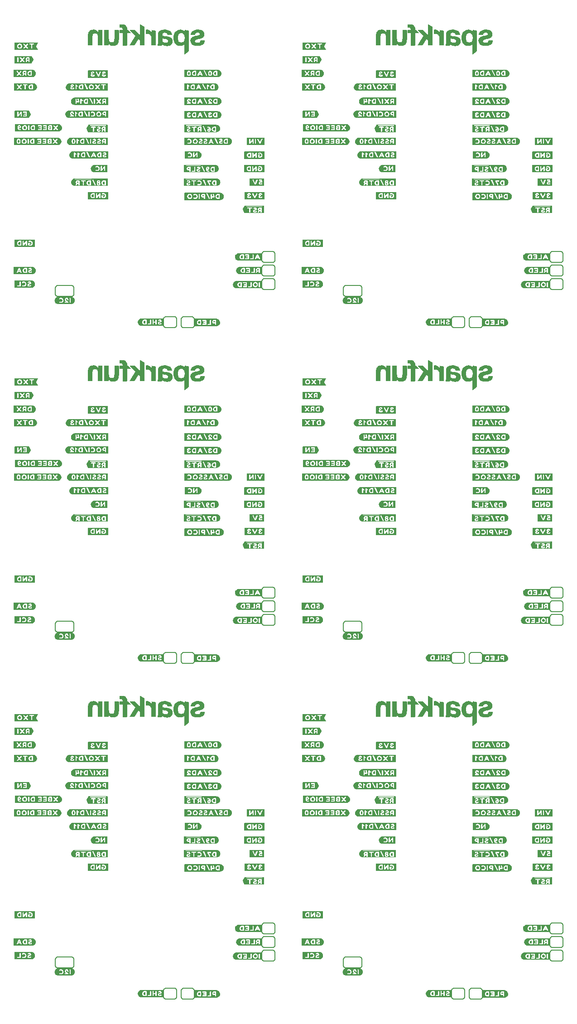
<source format=gbo>
G04 EAGLE Gerber RS-274X export*
G75*
%MOMM*%
%FSLAX34Y34*%
%LPD*%
%INSilkscreen Bottom*%
%IPPOS*%
%AMOC8*
5,1,8,0,0,1.08239X$1,22.5*%
G01*
%ADD10C,0.203200*%

G36*
X114335Y361454D02*
X114335Y361454D01*
X114338Y361451D01*
X114938Y361551D01*
X115637Y361651D01*
X115641Y361655D01*
X115644Y361653D01*
X116344Y361853D01*
X116345Y361854D01*
X116346Y361853D01*
X116946Y362053D01*
X116949Y362058D01*
X116952Y362056D01*
X117552Y362356D01*
X117554Y362360D01*
X117557Y362359D01*
X118157Y362759D01*
X118158Y362762D01*
X118161Y362762D01*
X118661Y363162D01*
X118662Y363166D01*
X118665Y363165D01*
X119165Y363665D01*
X119165Y363669D01*
X119168Y363669D01*
X119968Y364669D01*
X119969Y364677D01*
X119974Y364678D01*
X120274Y365278D01*
X120274Y365280D01*
X120275Y365281D01*
X120575Y365981D01*
X120575Y365984D01*
X120577Y365984D01*
X120777Y366584D01*
X120775Y366591D01*
X120779Y366593D01*
X120879Y367292D01*
X120979Y367892D01*
X120976Y367897D01*
X120979Y367900D01*
X120979Y369300D01*
X120973Y369308D01*
X120977Y369314D01*
X120777Y370014D01*
X120776Y370015D01*
X120777Y370016D01*
X120377Y371216D01*
X120369Y371221D01*
X120371Y371227D01*
X119973Y371825D01*
X119674Y372422D01*
X119664Y372427D01*
X119665Y372435D01*
X118665Y373435D01*
X118661Y373435D01*
X118661Y373438D01*
X118161Y373838D01*
X118157Y373839D01*
X118157Y373841D01*
X117557Y374241D01*
X117553Y374241D01*
X117552Y374244D01*
X116952Y374544D01*
X116947Y374543D01*
X116946Y374547D01*
X115746Y374947D01*
X115741Y374945D01*
X115739Y374945D01*
X115737Y374949D01*
X114337Y375149D01*
X114332Y375146D01*
X114330Y375149D01*
X114230Y375149D01*
X114201Y375127D01*
X114188Y375126D01*
X114170Y375096D01*
X114170Y375097D01*
X114166Y375134D01*
X114144Y375131D01*
X114130Y375149D01*
X32930Y375149D01*
X32925Y375146D01*
X32922Y375149D01*
X32322Y375049D01*
X32285Y375010D01*
X32283Y375008D01*
X32283Y375007D01*
X32281Y375005D01*
X32284Y375003D01*
X32281Y375000D01*
X32281Y361500D01*
X32317Y361453D01*
X32324Y361458D01*
X32330Y361451D01*
X114330Y361451D01*
X114335Y361454D01*
G37*
G36*
X114335Y1616214D02*
X114335Y1616214D01*
X114338Y1616211D01*
X114938Y1616311D01*
X115637Y1616411D01*
X115641Y1616415D01*
X115644Y1616413D01*
X116344Y1616613D01*
X116345Y1616614D01*
X116346Y1616613D01*
X116946Y1616813D01*
X116949Y1616818D01*
X116952Y1616816D01*
X117552Y1617116D01*
X117554Y1617120D01*
X117557Y1617119D01*
X118157Y1617519D01*
X118158Y1617522D01*
X118161Y1617522D01*
X118661Y1617922D01*
X118662Y1617926D01*
X118665Y1617925D01*
X119165Y1618425D01*
X119165Y1618429D01*
X119168Y1618429D01*
X119968Y1619429D01*
X119969Y1619437D01*
X119974Y1619438D01*
X120274Y1620038D01*
X120274Y1620040D01*
X120275Y1620041D01*
X120575Y1620741D01*
X120575Y1620744D01*
X120577Y1620744D01*
X120777Y1621344D01*
X120775Y1621351D01*
X120779Y1621353D01*
X120879Y1622052D01*
X120979Y1622652D01*
X120976Y1622657D01*
X120979Y1622660D01*
X120979Y1624060D01*
X120973Y1624068D01*
X120977Y1624074D01*
X120777Y1624774D01*
X120776Y1624775D01*
X120777Y1624776D01*
X120377Y1625976D01*
X120369Y1625981D01*
X120371Y1625987D01*
X119973Y1626585D01*
X119674Y1627182D01*
X119664Y1627187D01*
X119665Y1627195D01*
X118665Y1628195D01*
X118661Y1628195D01*
X118661Y1628198D01*
X118161Y1628598D01*
X118157Y1628599D01*
X118157Y1628601D01*
X117557Y1629001D01*
X117553Y1629001D01*
X117552Y1629004D01*
X116952Y1629304D01*
X116947Y1629303D01*
X116946Y1629307D01*
X115746Y1629707D01*
X115741Y1629705D01*
X115739Y1629705D01*
X115737Y1629709D01*
X114337Y1629909D01*
X114332Y1629906D01*
X114330Y1629909D01*
X114230Y1629909D01*
X114201Y1629887D01*
X114188Y1629886D01*
X114170Y1629856D01*
X114170Y1629857D01*
X114166Y1629894D01*
X114144Y1629891D01*
X114130Y1629909D01*
X32930Y1629909D01*
X32925Y1629906D01*
X32922Y1629909D01*
X32322Y1629809D01*
X32285Y1629770D01*
X32283Y1629768D01*
X32283Y1629767D01*
X32281Y1629765D01*
X32284Y1629763D01*
X32281Y1629760D01*
X32281Y1616260D01*
X32317Y1616213D01*
X32324Y1616218D01*
X32330Y1616211D01*
X114330Y1616211D01*
X114335Y1616214D01*
G37*
G36*
X652815Y988834D02*
X652815Y988834D01*
X652818Y988831D01*
X653418Y988931D01*
X654117Y989031D01*
X654121Y989035D01*
X654124Y989033D01*
X654824Y989233D01*
X654825Y989234D01*
X654826Y989233D01*
X655426Y989433D01*
X655429Y989438D01*
X655432Y989436D01*
X656032Y989736D01*
X656034Y989740D01*
X656037Y989739D01*
X656637Y990139D01*
X656638Y990142D01*
X656641Y990142D01*
X657141Y990542D01*
X657142Y990546D01*
X657145Y990545D01*
X657645Y991045D01*
X657645Y991049D01*
X657648Y991049D01*
X658448Y992049D01*
X658449Y992057D01*
X658454Y992058D01*
X658754Y992658D01*
X658754Y992660D01*
X658755Y992661D01*
X659055Y993361D01*
X659055Y993364D01*
X659057Y993364D01*
X659257Y993964D01*
X659255Y993971D01*
X659259Y993973D01*
X659359Y994672D01*
X659459Y995272D01*
X659456Y995277D01*
X659459Y995280D01*
X659459Y996680D01*
X659453Y996688D01*
X659457Y996694D01*
X659257Y997394D01*
X659256Y997395D01*
X659257Y997396D01*
X658857Y998596D01*
X658849Y998601D01*
X658851Y998607D01*
X658453Y999205D01*
X658154Y999802D01*
X658144Y999807D01*
X658145Y999815D01*
X657145Y1000815D01*
X657141Y1000815D01*
X657141Y1000818D01*
X656641Y1001218D01*
X656637Y1001219D01*
X656637Y1001221D01*
X656037Y1001621D01*
X656033Y1001621D01*
X656032Y1001624D01*
X655432Y1001924D01*
X655427Y1001923D01*
X655426Y1001927D01*
X654226Y1002327D01*
X654221Y1002325D01*
X654219Y1002325D01*
X654217Y1002329D01*
X652817Y1002529D01*
X652812Y1002526D01*
X652810Y1002529D01*
X652710Y1002529D01*
X652681Y1002507D01*
X652668Y1002506D01*
X652650Y1002476D01*
X652650Y1002477D01*
X652646Y1002514D01*
X652624Y1002511D01*
X652610Y1002529D01*
X571410Y1002529D01*
X571405Y1002526D01*
X571402Y1002529D01*
X570802Y1002429D01*
X570765Y1002390D01*
X570763Y1002388D01*
X570763Y1002387D01*
X570761Y1002385D01*
X570764Y1002383D01*
X570761Y1002380D01*
X570761Y988880D01*
X570797Y988833D01*
X570804Y988838D01*
X570810Y988831D01*
X652810Y988831D01*
X652815Y988834D01*
G37*
G36*
X652815Y1616214D02*
X652815Y1616214D01*
X652818Y1616211D01*
X653418Y1616311D01*
X654117Y1616411D01*
X654121Y1616415D01*
X654124Y1616413D01*
X654824Y1616613D01*
X654825Y1616614D01*
X654826Y1616613D01*
X655426Y1616813D01*
X655429Y1616818D01*
X655432Y1616816D01*
X656032Y1617116D01*
X656034Y1617120D01*
X656037Y1617119D01*
X656637Y1617519D01*
X656638Y1617522D01*
X656641Y1617522D01*
X657141Y1617922D01*
X657142Y1617926D01*
X657145Y1617925D01*
X657645Y1618425D01*
X657645Y1618429D01*
X657648Y1618429D01*
X658448Y1619429D01*
X658449Y1619437D01*
X658454Y1619438D01*
X658754Y1620038D01*
X658754Y1620040D01*
X658755Y1620041D01*
X659055Y1620741D01*
X659055Y1620744D01*
X659057Y1620744D01*
X659257Y1621344D01*
X659255Y1621351D01*
X659259Y1621353D01*
X659359Y1622052D01*
X659459Y1622652D01*
X659456Y1622657D01*
X659459Y1622660D01*
X659459Y1624060D01*
X659453Y1624068D01*
X659457Y1624074D01*
X659257Y1624774D01*
X659256Y1624775D01*
X659257Y1624776D01*
X658857Y1625976D01*
X658849Y1625981D01*
X658851Y1625987D01*
X658453Y1626585D01*
X658154Y1627182D01*
X658144Y1627187D01*
X658145Y1627195D01*
X657145Y1628195D01*
X657141Y1628195D01*
X657141Y1628198D01*
X656641Y1628598D01*
X656637Y1628599D01*
X656637Y1628601D01*
X656037Y1629001D01*
X656033Y1629001D01*
X656032Y1629004D01*
X655432Y1629304D01*
X655427Y1629303D01*
X655426Y1629307D01*
X654226Y1629707D01*
X654221Y1629705D01*
X654219Y1629705D01*
X654217Y1629709D01*
X652817Y1629909D01*
X652812Y1629906D01*
X652810Y1629909D01*
X652710Y1629909D01*
X652681Y1629887D01*
X652668Y1629886D01*
X652650Y1629856D01*
X652650Y1629857D01*
X652646Y1629894D01*
X652624Y1629891D01*
X652610Y1629909D01*
X571410Y1629909D01*
X571405Y1629906D01*
X571402Y1629909D01*
X570802Y1629809D01*
X570765Y1629770D01*
X570763Y1629768D01*
X570763Y1629767D01*
X570761Y1629765D01*
X570764Y1629763D01*
X570761Y1629760D01*
X570761Y1616260D01*
X570797Y1616213D01*
X570804Y1616218D01*
X570810Y1616211D01*
X652810Y1616211D01*
X652815Y1616214D01*
G37*
G36*
X114335Y988834D02*
X114335Y988834D01*
X114338Y988831D01*
X114938Y988931D01*
X115637Y989031D01*
X115641Y989035D01*
X115644Y989033D01*
X116344Y989233D01*
X116345Y989234D01*
X116346Y989233D01*
X116946Y989433D01*
X116949Y989438D01*
X116952Y989436D01*
X117552Y989736D01*
X117554Y989740D01*
X117557Y989739D01*
X118157Y990139D01*
X118158Y990142D01*
X118161Y990142D01*
X118661Y990542D01*
X118662Y990546D01*
X118665Y990545D01*
X119165Y991045D01*
X119165Y991049D01*
X119168Y991049D01*
X119968Y992049D01*
X119969Y992057D01*
X119974Y992058D01*
X120274Y992658D01*
X120274Y992660D01*
X120275Y992661D01*
X120575Y993361D01*
X120575Y993364D01*
X120577Y993364D01*
X120777Y993964D01*
X120775Y993971D01*
X120779Y993973D01*
X120879Y994672D01*
X120979Y995272D01*
X120976Y995277D01*
X120979Y995280D01*
X120979Y996680D01*
X120973Y996688D01*
X120977Y996694D01*
X120777Y997394D01*
X120776Y997395D01*
X120777Y997396D01*
X120377Y998596D01*
X120369Y998601D01*
X120371Y998607D01*
X119973Y999205D01*
X119674Y999802D01*
X119664Y999807D01*
X119665Y999815D01*
X118665Y1000815D01*
X118661Y1000815D01*
X118661Y1000818D01*
X118161Y1001218D01*
X118157Y1001219D01*
X118157Y1001221D01*
X117557Y1001621D01*
X117553Y1001621D01*
X117552Y1001624D01*
X116952Y1001924D01*
X116947Y1001923D01*
X116946Y1001927D01*
X115746Y1002327D01*
X115741Y1002325D01*
X115739Y1002325D01*
X115737Y1002329D01*
X114337Y1002529D01*
X114332Y1002526D01*
X114330Y1002529D01*
X114230Y1002529D01*
X114201Y1002507D01*
X114188Y1002506D01*
X114170Y1002476D01*
X114170Y1002477D01*
X114166Y1002514D01*
X114144Y1002511D01*
X114130Y1002529D01*
X32930Y1002529D01*
X32925Y1002526D01*
X32922Y1002529D01*
X32322Y1002429D01*
X32285Y1002390D01*
X32283Y1002388D01*
X32283Y1002387D01*
X32281Y1002385D01*
X32284Y1002383D01*
X32281Y1002380D01*
X32281Y988880D01*
X32317Y988833D01*
X32324Y988838D01*
X32330Y988831D01*
X114330Y988831D01*
X114335Y988834D01*
G37*
G36*
X652815Y361454D02*
X652815Y361454D01*
X652818Y361451D01*
X653418Y361551D01*
X654117Y361651D01*
X654121Y361655D01*
X654124Y361653D01*
X654824Y361853D01*
X654825Y361854D01*
X654826Y361853D01*
X655426Y362053D01*
X655429Y362058D01*
X655432Y362056D01*
X656032Y362356D01*
X656034Y362360D01*
X656037Y362359D01*
X656637Y362759D01*
X656638Y362762D01*
X656641Y362762D01*
X657141Y363162D01*
X657142Y363166D01*
X657145Y363165D01*
X657645Y363665D01*
X657645Y363669D01*
X657648Y363669D01*
X658448Y364669D01*
X658449Y364677D01*
X658454Y364678D01*
X658754Y365278D01*
X658754Y365280D01*
X658755Y365281D01*
X659055Y365981D01*
X659055Y365984D01*
X659057Y365984D01*
X659257Y366584D01*
X659255Y366591D01*
X659259Y366593D01*
X659359Y367292D01*
X659459Y367892D01*
X659456Y367897D01*
X659459Y367900D01*
X659459Y369300D01*
X659453Y369308D01*
X659457Y369314D01*
X659257Y370014D01*
X659256Y370015D01*
X659257Y370016D01*
X658857Y371216D01*
X658849Y371221D01*
X658851Y371227D01*
X658453Y371825D01*
X658154Y372422D01*
X658144Y372427D01*
X658145Y372435D01*
X657145Y373435D01*
X657141Y373435D01*
X657141Y373438D01*
X656641Y373838D01*
X656637Y373839D01*
X656637Y373841D01*
X656037Y374241D01*
X656033Y374241D01*
X656032Y374244D01*
X655432Y374544D01*
X655427Y374543D01*
X655426Y374547D01*
X654226Y374947D01*
X654221Y374945D01*
X654219Y374945D01*
X654217Y374949D01*
X652817Y375149D01*
X652812Y375146D01*
X652810Y375149D01*
X652710Y375149D01*
X652681Y375127D01*
X652668Y375126D01*
X652650Y375096D01*
X652650Y375097D01*
X652646Y375134D01*
X652624Y375131D01*
X652610Y375149D01*
X571410Y375149D01*
X571405Y375146D01*
X571402Y375149D01*
X570802Y375049D01*
X570765Y375010D01*
X570763Y375008D01*
X570763Y375007D01*
X570761Y375005D01*
X570764Y375003D01*
X570761Y375000D01*
X570761Y361500D01*
X570797Y361453D01*
X570804Y361458D01*
X570810Y361451D01*
X652810Y361451D01*
X652815Y361454D01*
G37*
G36*
X971284Y988834D02*
X971284Y988834D01*
X971287Y988831D01*
X971987Y988931D01*
X971988Y988932D01*
X971988Y988931D01*
X972588Y989031D01*
X973287Y989131D01*
X973292Y989136D01*
X973296Y989133D01*
X973896Y989333D01*
X973897Y989336D01*
X973899Y989335D01*
X974599Y989635D01*
X974604Y989643D01*
X974611Y989642D01*
X975109Y990040D01*
X975707Y990439D01*
X975708Y990442D01*
X975711Y990442D01*
X976211Y990842D01*
X976213Y990852D01*
X976221Y990853D01*
X976620Y991451D01*
X977018Y991949D01*
X977019Y991953D01*
X977021Y991953D01*
X977421Y992553D01*
X977421Y992558D01*
X977423Y992560D01*
X977422Y992563D01*
X977427Y992564D01*
X977626Y993161D01*
X977924Y993758D01*
X977922Y993769D01*
X977929Y993773D01*
X978129Y995173D01*
X978126Y995178D01*
X978129Y995180D01*
X978129Y996480D01*
X978126Y996484D01*
X978129Y996487D01*
X978029Y997187D01*
X978024Y997192D01*
X978027Y997196D01*
X977827Y997796D01*
X977824Y997797D01*
X977825Y997799D01*
X977525Y998499D01*
X977523Y998501D01*
X977524Y998502D01*
X977224Y999102D01*
X977221Y999103D01*
X977222Y999105D01*
X976922Y999605D01*
X976917Y999607D01*
X976918Y999612D01*
X976418Y1000211D01*
X976018Y1000711D01*
X976008Y1000713D01*
X976007Y1000721D01*
X975409Y1001120D01*
X974911Y1001518D01*
X974903Y1001519D01*
X974902Y1001524D01*
X973702Y1002124D01*
X973695Y1002123D01*
X973694Y1002127D01*
X972994Y1002327D01*
X972989Y1002326D01*
X972987Y1002329D01*
X972288Y1002429D01*
X971688Y1002529D01*
X971683Y1002526D01*
X971680Y1002529D01*
X971380Y1002529D01*
X971344Y1002502D01*
X971335Y1002499D01*
X971323Y1002472D01*
X971309Y1002520D01*
X971291Y1002514D01*
X971280Y1002529D01*
X889980Y1002529D01*
X889959Y1002513D01*
X889945Y1002515D01*
X889645Y1002215D01*
X889643Y1002199D01*
X889633Y1002191D01*
X889637Y1002185D01*
X889631Y1002180D01*
X889631Y989280D01*
X889644Y989262D01*
X889641Y989250D01*
X889941Y988850D01*
X889972Y988842D01*
X889980Y988831D01*
X971280Y988831D01*
X971284Y988834D01*
G37*
G36*
X971284Y361454D02*
X971284Y361454D01*
X971287Y361451D01*
X971987Y361551D01*
X971988Y361552D01*
X971988Y361551D01*
X972588Y361651D01*
X973287Y361751D01*
X973292Y361756D01*
X973296Y361753D01*
X973896Y361953D01*
X973897Y361956D01*
X973899Y361955D01*
X974599Y362255D01*
X974604Y362263D01*
X974611Y362262D01*
X975109Y362660D01*
X975707Y363059D01*
X975708Y363062D01*
X975711Y363062D01*
X976211Y363462D01*
X976213Y363472D01*
X976221Y363473D01*
X976620Y364071D01*
X977018Y364569D01*
X977019Y364573D01*
X977021Y364573D01*
X977421Y365173D01*
X977421Y365178D01*
X977423Y365180D01*
X977422Y365183D01*
X977427Y365184D01*
X977626Y365781D01*
X977924Y366378D01*
X977922Y366389D01*
X977929Y366393D01*
X978129Y367793D01*
X978126Y367798D01*
X978129Y367800D01*
X978129Y369100D01*
X978126Y369104D01*
X978129Y369107D01*
X978029Y369807D01*
X978024Y369812D01*
X978027Y369816D01*
X977827Y370416D01*
X977824Y370417D01*
X977825Y370419D01*
X977525Y371119D01*
X977523Y371121D01*
X977524Y371122D01*
X977224Y371722D01*
X977221Y371723D01*
X977222Y371725D01*
X976922Y372225D01*
X976917Y372227D01*
X976918Y372232D01*
X976418Y372831D01*
X976018Y373331D01*
X976008Y373333D01*
X976007Y373341D01*
X975409Y373740D01*
X974911Y374138D01*
X974903Y374139D01*
X974902Y374144D01*
X973702Y374744D01*
X973695Y374743D01*
X973694Y374747D01*
X972994Y374947D01*
X972989Y374946D01*
X972987Y374949D01*
X972288Y375049D01*
X971688Y375149D01*
X971683Y375146D01*
X971680Y375149D01*
X971380Y375149D01*
X971344Y375122D01*
X971335Y375119D01*
X971323Y375092D01*
X971309Y375140D01*
X971291Y375134D01*
X971280Y375149D01*
X889980Y375149D01*
X889959Y375133D01*
X889945Y375135D01*
X889645Y374835D01*
X889643Y374819D01*
X889633Y374811D01*
X889637Y374805D01*
X889631Y374800D01*
X889631Y361900D01*
X889644Y361882D01*
X889641Y361870D01*
X889941Y361470D01*
X889972Y361462D01*
X889980Y361451D01*
X971280Y361451D01*
X971284Y361454D01*
G37*
G36*
X971284Y1616214D02*
X971284Y1616214D01*
X971287Y1616211D01*
X971987Y1616311D01*
X971988Y1616312D01*
X971988Y1616311D01*
X972588Y1616411D01*
X973287Y1616511D01*
X973292Y1616516D01*
X973296Y1616513D01*
X973896Y1616713D01*
X973897Y1616716D01*
X973899Y1616715D01*
X974599Y1617015D01*
X974604Y1617023D01*
X974611Y1617022D01*
X975109Y1617420D01*
X975707Y1617819D01*
X975708Y1617822D01*
X975711Y1617822D01*
X976211Y1618222D01*
X976213Y1618232D01*
X976221Y1618233D01*
X976620Y1618831D01*
X977018Y1619329D01*
X977019Y1619333D01*
X977021Y1619333D01*
X977421Y1619933D01*
X977421Y1619938D01*
X977423Y1619940D01*
X977422Y1619943D01*
X977427Y1619944D01*
X977626Y1620541D01*
X977924Y1621138D01*
X977922Y1621149D01*
X977929Y1621153D01*
X978129Y1622553D01*
X978126Y1622558D01*
X978129Y1622560D01*
X978129Y1623860D01*
X978126Y1623864D01*
X978129Y1623867D01*
X978029Y1624567D01*
X978024Y1624572D01*
X978027Y1624576D01*
X977827Y1625176D01*
X977824Y1625177D01*
X977825Y1625179D01*
X977525Y1625879D01*
X977523Y1625881D01*
X977524Y1625882D01*
X977224Y1626482D01*
X977221Y1626483D01*
X977222Y1626485D01*
X976922Y1626985D01*
X976917Y1626987D01*
X976918Y1626992D01*
X976418Y1627591D01*
X976018Y1628091D01*
X976008Y1628093D01*
X976007Y1628101D01*
X975409Y1628500D01*
X974911Y1628898D01*
X974903Y1628899D01*
X974902Y1628904D01*
X973702Y1629504D01*
X973695Y1629503D01*
X973694Y1629507D01*
X972994Y1629707D01*
X972989Y1629706D01*
X972987Y1629709D01*
X972288Y1629809D01*
X971688Y1629909D01*
X971683Y1629906D01*
X971680Y1629909D01*
X971380Y1629909D01*
X971344Y1629882D01*
X971335Y1629879D01*
X971323Y1629852D01*
X971309Y1629900D01*
X971291Y1629894D01*
X971280Y1629909D01*
X889980Y1629909D01*
X889959Y1629893D01*
X889945Y1629895D01*
X889645Y1629595D01*
X889643Y1629579D01*
X889633Y1629571D01*
X889637Y1629565D01*
X889631Y1629560D01*
X889631Y1616660D01*
X889644Y1616642D01*
X889641Y1616630D01*
X889941Y1616230D01*
X889972Y1616222D01*
X889980Y1616211D01*
X971280Y1616211D01*
X971284Y1616214D01*
G37*
G36*
X432804Y361454D02*
X432804Y361454D01*
X432807Y361451D01*
X433507Y361551D01*
X433508Y361552D01*
X433508Y361551D01*
X434108Y361651D01*
X434807Y361751D01*
X434812Y361756D01*
X434816Y361753D01*
X435416Y361953D01*
X435417Y361956D01*
X435419Y361955D01*
X436119Y362255D01*
X436124Y362263D01*
X436131Y362262D01*
X436629Y362660D01*
X437227Y363059D01*
X437228Y363062D01*
X437231Y363062D01*
X437731Y363462D01*
X437733Y363472D01*
X437741Y363473D01*
X438140Y364071D01*
X438538Y364569D01*
X438539Y364573D01*
X438541Y364573D01*
X438941Y365173D01*
X438941Y365178D01*
X438943Y365180D01*
X438942Y365183D01*
X438947Y365184D01*
X439146Y365781D01*
X439444Y366378D01*
X439442Y366389D01*
X439449Y366393D01*
X439649Y367793D01*
X439646Y367798D01*
X439649Y367800D01*
X439649Y369100D01*
X439646Y369104D01*
X439649Y369107D01*
X439549Y369807D01*
X439544Y369812D01*
X439547Y369816D01*
X439347Y370416D01*
X439344Y370417D01*
X439345Y370419D01*
X439045Y371119D01*
X439043Y371121D01*
X439044Y371122D01*
X438744Y371722D01*
X438741Y371723D01*
X438742Y371725D01*
X438442Y372225D01*
X438437Y372227D01*
X438438Y372232D01*
X437938Y372831D01*
X437538Y373331D01*
X437528Y373333D01*
X437527Y373341D01*
X436929Y373740D01*
X436431Y374138D01*
X436423Y374139D01*
X436422Y374144D01*
X435222Y374744D01*
X435215Y374743D01*
X435214Y374747D01*
X434514Y374947D01*
X434509Y374946D01*
X434507Y374949D01*
X433808Y375049D01*
X433208Y375149D01*
X433203Y375146D01*
X433200Y375149D01*
X432900Y375149D01*
X432864Y375122D01*
X432855Y375119D01*
X432843Y375092D01*
X432829Y375140D01*
X432811Y375134D01*
X432800Y375149D01*
X351500Y375149D01*
X351479Y375133D01*
X351465Y375135D01*
X351165Y374835D01*
X351163Y374819D01*
X351153Y374811D01*
X351157Y374805D01*
X351151Y374800D01*
X351151Y361900D01*
X351164Y361882D01*
X351161Y361870D01*
X351461Y361470D01*
X351492Y361462D01*
X351500Y361451D01*
X432800Y361451D01*
X432804Y361454D01*
G37*
G36*
X432804Y1616214D02*
X432804Y1616214D01*
X432807Y1616211D01*
X433507Y1616311D01*
X433508Y1616312D01*
X433508Y1616311D01*
X434108Y1616411D01*
X434807Y1616511D01*
X434812Y1616516D01*
X434816Y1616513D01*
X435416Y1616713D01*
X435417Y1616716D01*
X435419Y1616715D01*
X436119Y1617015D01*
X436124Y1617023D01*
X436131Y1617022D01*
X436629Y1617420D01*
X437227Y1617819D01*
X437228Y1617822D01*
X437231Y1617822D01*
X437731Y1618222D01*
X437733Y1618232D01*
X437741Y1618233D01*
X438140Y1618831D01*
X438538Y1619329D01*
X438539Y1619333D01*
X438541Y1619333D01*
X438941Y1619933D01*
X438941Y1619938D01*
X438943Y1619940D01*
X438942Y1619943D01*
X438947Y1619944D01*
X439146Y1620541D01*
X439444Y1621138D01*
X439442Y1621149D01*
X439449Y1621153D01*
X439649Y1622553D01*
X439646Y1622558D01*
X439649Y1622560D01*
X439649Y1623860D01*
X439646Y1623864D01*
X439649Y1623867D01*
X439549Y1624567D01*
X439544Y1624572D01*
X439547Y1624576D01*
X439347Y1625176D01*
X439344Y1625177D01*
X439345Y1625179D01*
X439045Y1625879D01*
X439043Y1625881D01*
X439044Y1625882D01*
X438744Y1626482D01*
X438741Y1626483D01*
X438742Y1626485D01*
X438442Y1626985D01*
X438437Y1626987D01*
X438438Y1626992D01*
X437938Y1627591D01*
X437538Y1628091D01*
X437528Y1628093D01*
X437527Y1628101D01*
X436929Y1628500D01*
X436431Y1628898D01*
X436423Y1628899D01*
X436422Y1628904D01*
X435222Y1629504D01*
X435215Y1629503D01*
X435214Y1629507D01*
X434514Y1629707D01*
X434509Y1629706D01*
X434507Y1629709D01*
X433808Y1629809D01*
X433208Y1629909D01*
X433203Y1629906D01*
X433200Y1629909D01*
X432900Y1629909D01*
X432864Y1629882D01*
X432855Y1629879D01*
X432843Y1629852D01*
X432829Y1629900D01*
X432811Y1629894D01*
X432800Y1629909D01*
X351500Y1629909D01*
X351479Y1629893D01*
X351465Y1629895D01*
X351165Y1629595D01*
X351163Y1629579D01*
X351153Y1629571D01*
X351157Y1629565D01*
X351151Y1629560D01*
X351151Y1616660D01*
X351164Y1616642D01*
X351161Y1616630D01*
X351461Y1616230D01*
X351492Y1616222D01*
X351500Y1616211D01*
X432800Y1616211D01*
X432804Y1616214D01*
G37*
G36*
X432804Y988834D02*
X432804Y988834D01*
X432807Y988831D01*
X433507Y988931D01*
X433508Y988932D01*
X433508Y988931D01*
X434108Y989031D01*
X434807Y989131D01*
X434812Y989136D01*
X434816Y989133D01*
X435416Y989333D01*
X435417Y989336D01*
X435419Y989335D01*
X436119Y989635D01*
X436124Y989643D01*
X436131Y989642D01*
X436629Y990040D01*
X437227Y990439D01*
X437228Y990442D01*
X437231Y990442D01*
X437731Y990842D01*
X437733Y990852D01*
X437741Y990853D01*
X438140Y991451D01*
X438538Y991949D01*
X438539Y991953D01*
X438541Y991953D01*
X438941Y992553D01*
X438941Y992558D01*
X438943Y992560D01*
X438942Y992563D01*
X438947Y992564D01*
X439146Y993161D01*
X439444Y993758D01*
X439442Y993769D01*
X439449Y993773D01*
X439649Y995173D01*
X439646Y995178D01*
X439649Y995180D01*
X439649Y996480D01*
X439646Y996484D01*
X439649Y996487D01*
X439549Y997187D01*
X439544Y997192D01*
X439547Y997196D01*
X439347Y997796D01*
X439344Y997797D01*
X439345Y997799D01*
X439045Y998499D01*
X439043Y998501D01*
X439044Y998502D01*
X438744Y999102D01*
X438741Y999103D01*
X438742Y999105D01*
X438442Y999605D01*
X438437Y999607D01*
X438438Y999612D01*
X437938Y1000211D01*
X437538Y1000711D01*
X437528Y1000713D01*
X437527Y1000721D01*
X436929Y1001120D01*
X436431Y1001518D01*
X436423Y1001519D01*
X436422Y1001524D01*
X435222Y1002124D01*
X435215Y1002123D01*
X435214Y1002127D01*
X434514Y1002327D01*
X434509Y1002326D01*
X434507Y1002329D01*
X433808Y1002429D01*
X433208Y1002529D01*
X433203Y1002526D01*
X433200Y1002529D01*
X432900Y1002529D01*
X432864Y1002502D01*
X432855Y1002499D01*
X432843Y1002472D01*
X432829Y1002520D01*
X432811Y1002514D01*
X432800Y1002529D01*
X351500Y1002529D01*
X351479Y1002513D01*
X351465Y1002515D01*
X351165Y1002215D01*
X351163Y1002199D01*
X351153Y1002191D01*
X351157Y1002185D01*
X351151Y1002180D01*
X351151Y989280D01*
X351164Y989262D01*
X351161Y989250D01*
X351461Y988850D01*
X351492Y988842D01*
X351500Y988831D01*
X432800Y988831D01*
X432804Y988834D01*
G37*
G36*
X653584Y1014234D02*
X653584Y1014234D01*
X653587Y1014231D01*
X654287Y1014331D01*
X654288Y1014332D01*
X654288Y1014331D01*
X654888Y1014431D01*
X655587Y1014531D01*
X655592Y1014536D01*
X655596Y1014533D01*
X656196Y1014733D01*
X656199Y1014738D01*
X656202Y1014736D01*
X656802Y1015036D01*
X656804Y1015040D01*
X656807Y1015039D01*
X658007Y1015839D01*
X658008Y1015842D01*
X658011Y1015842D01*
X658511Y1016242D01*
X658513Y1016249D01*
X658518Y1016249D01*
X658918Y1016749D01*
X658919Y1016753D01*
X658921Y1016753D01*
X659721Y1017953D01*
X659721Y1017958D01*
X659723Y1017960D01*
X659722Y1017963D01*
X659727Y1017964D01*
X659926Y1018561D01*
X660224Y1019158D01*
X660222Y1019169D01*
X660229Y1019173D01*
X660429Y1020573D01*
X660426Y1020578D01*
X660429Y1020580D01*
X660429Y1021880D01*
X660426Y1021884D01*
X660429Y1021887D01*
X660329Y1022587D01*
X660324Y1022592D01*
X660327Y1022596D01*
X660127Y1023196D01*
X660124Y1023197D01*
X660125Y1023199D01*
X659825Y1023899D01*
X659823Y1023901D01*
X659824Y1023902D01*
X659524Y1024502D01*
X659521Y1024503D01*
X659522Y1024505D01*
X659222Y1025005D01*
X659217Y1025007D01*
X659218Y1025012D01*
X658718Y1025611D01*
X658318Y1026111D01*
X658311Y1026113D01*
X658311Y1026118D01*
X657811Y1026518D01*
X657807Y1026519D01*
X657807Y1026521D01*
X657207Y1026921D01*
X657203Y1026921D01*
X657202Y1026924D01*
X656002Y1027524D01*
X655995Y1027523D01*
X655994Y1027527D01*
X655294Y1027727D01*
X655290Y1027726D01*
X655288Y1027729D01*
X654688Y1027829D01*
X654687Y1027828D01*
X654687Y1027829D01*
X653987Y1027929D01*
X653982Y1027926D01*
X653980Y1027929D01*
X653680Y1027929D01*
X653654Y1027910D01*
X653641Y1027910D01*
X653619Y1027882D01*
X653618Y1027911D01*
X653594Y1027910D01*
X653580Y1027929D01*
X572380Y1027929D01*
X572333Y1027893D01*
X572336Y1027889D01*
X572333Y1027886D01*
X572335Y1027883D01*
X572331Y1027880D01*
X572331Y1014380D01*
X572367Y1014333D01*
X572370Y1014335D01*
X572372Y1014331D01*
X572972Y1014231D01*
X572977Y1014234D01*
X572980Y1014231D01*
X653580Y1014231D01*
X653584Y1014234D01*
G37*
G36*
X115104Y1014234D02*
X115104Y1014234D01*
X115107Y1014231D01*
X115807Y1014331D01*
X115808Y1014332D01*
X115808Y1014331D01*
X116408Y1014431D01*
X117107Y1014531D01*
X117112Y1014536D01*
X117116Y1014533D01*
X117716Y1014733D01*
X117719Y1014738D01*
X117722Y1014736D01*
X118322Y1015036D01*
X118324Y1015040D01*
X118327Y1015039D01*
X119527Y1015839D01*
X119528Y1015842D01*
X119531Y1015842D01*
X120031Y1016242D01*
X120033Y1016249D01*
X120038Y1016249D01*
X120438Y1016749D01*
X120439Y1016753D01*
X120441Y1016753D01*
X121241Y1017953D01*
X121241Y1017958D01*
X121243Y1017960D01*
X121242Y1017963D01*
X121247Y1017964D01*
X121446Y1018561D01*
X121744Y1019158D01*
X121742Y1019169D01*
X121749Y1019173D01*
X121949Y1020573D01*
X121946Y1020578D01*
X121949Y1020580D01*
X121949Y1021880D01*
X121946Y1021884D01*
X121949Y1021887D01*
X121849Y1022587D01*
X121844Y1022592D01*
X121847Y1022596D01*
X121647Y1023196D01*
X121644Y1023197D01*
X121645Y1023199D01*
X121345Y1023899D01*
X121343Y1023901D01*
X121344Y1023902D01*
X121044Y1024502D01*
X121041Y1024503D01*
X121042Y1024505D01*
X120742Y1025005D01*
X120737Y1025007D01*
X120738Y1025012D01*
X120238Y1025611D01*
X119838Y1026111D01*
X119831Y1026113D01*
X119831Y1026118D01*
X119331Y1026518D01*
X119327Y1026519D01*
X119327Y1026521D01*
X118727Y1026921D01*
X118723Y1026921D01*
X118722Y1026924D01*
X117522Y1027524D01*
X117515Y1027523D01*
X117514Y1027527D01*
X116814Y1027727D01*
X116810Y1027726D01*
X116808Y1027729D01*
X116208Y1027829D01*
X116207Y1027828D01*
X116207Y1027829D01*
X115507Y1027929D01*
X115502Y1027926D01*
X115500Y1027929D01*
X115200Y1027929D01*
X115174Y1027910D01*
X115161Y1027910D01*
X115139Y1027882D01*
X115138Y1027911D01*
X115114Y1027910D01*
X115100Y1027929D01*
X33900Y1027929D01*
X33853Y1027893D01*
X33856Y1027889D01*
X33853Y1027886D01*
X33855Y1027883D01*
X33851Y1027880D01*
X33851Y1014380D01*
X33887Y1014333D01*
X33890Y1014335D01*
X33892Y1014331D01*
X34492Y1014231D01*
X34497Y1014234D01*
X34500Y1014231D01*
X115100Y1014231D01*
X115104Y1014234D01*
G37*
G36*
X115104Y386854D02*
X115104Y386854D01*
X115107Y386851D01*
X115807Y386951D01*
X115808Y386952D01*
X115808Y386951D01*
X116408Y387051D01*
X117107Y387151D01*
X117112Y387156D01*
X117116Y387153D01*
X117716Y387353D01*
X117719Y387358D01*
X117722Y387356D01*
X118322Y387656D01*
X118324Y387660D01*
X118327Y387659D01*
X119527Y388459D01*
X119528Y388462D01*
X119531Y388462D01*
X120031Y388862D01*
X120033Y388869D01*
X120038Y388869D01*
X120438Y389369D01*
X120439Y389373D01*
X120441Y389373D01*
X121241Y390573D01*
X121241Y390578D01*
X121243Y390580D01*
X121242Y390583D01*
X121247Y390584D01*
X121446Y391181D01*
X121744Y391778D01*
X121742Y391789D01*
X121749Y391793D01*
X121949Y393193D01*
X121946Y393198D01*
X121949Y393200D01*
X121949Y394500D01*
X121946Y394504D01*
X121949Y394507D01*
X121849Y395207D01*
X121844Y395212D01*
X121847Y395216D01*
X121647Y395816D01*
X121644Y395817D01*
X121645Y395819D01*
X121345Y396519D01*
X121343Y396521D01*
X121344Y396522D01*
X121044Y397122D01*
X121041Y397123D01*
X121042Y397125D01*
X120742Y397625D01*
X120737Y397627D01*
X120738Y397632D01*
X120238Y398231D01*
X119838Y398731D01*
X119831Y398733D01*
X119831Y398738D01*
X119331Y399138D01*
X119327Y399139D01*
X119327Y399141D01*
X118727Y399541D01*
X118723Y399541D01*
X118722Y399544D01*
X117522Y400144D01*
X117515Y400143D01*
X117514Y400147D01*
X116814Y400347D01*
X116810Y400346D01*
X116808Y400349D01*
X116208Y400449D01*
X116207Y400448D01*
X116207Y400449D01*
X115507Y400549D01*
X115502Y400546D01*
X115500Y400549D01*
X115200Y400549D01*
X115174Y400530D01*
X115161Y400530D01*
X115139Y400502D01*
X115138Y400531D01*
X115114Y400530D01*
X115100Y400549D01*
X33900Y400549D01*
X33853Y400513D01*
X33856Y400509D01*
X33853Y400506D01*
X33855Y400503D01*
X33851Y400500D01*
X33851Y387000D01*
X33887Y386953D01*
X33890Y386955D01*
X33892Y386951D01*
X34492Y386851D01*
X34497Y386854D01*
X34500Y386851D01*
X115100Y386851D01*
X115104Y386854D01*
G37*
G36*
X653584Y386854D02*
X653584Y386854D01*
X653587Y386851D01*
X654287Y386951D01*
X654288Y386952D01*
X654288Y386951D01*
X654888Y387051D01*
X655587Y387151D01*
X655592Y387156D01*
X655596Y387153D01*
X656196Y387353D01*
X656199Y387358D01*
X656202Y387356D01*
X656802Y387656D01*
X656804Y387660D01*
X656807Y387659D01*
X658007Y388459D01*
X658008Y388462D01*
X658011Y388462D01*
X658511Y388862D01*
X658513Y388869D01*
X658518Y388869D01*
X658918Y389369D01*
X658919Y389373D01*
X658921Y389373D01*
X659721Y390573D01*
X659721Y390578D01*
X659723Y390580D01*
X659722Y390583D01*
X659727Y390584D01*
X659926Y391181D01*
X660224Y391778D01*
X660222Y391789D01*
X660229Y391793D01*
X660429Y393193D01*
X660426Y393198D01*
X660429Y393200D01*
X660429Y394500D01*
X660426Y394504D01*
X660429Y394507D01*
X660329Y395207D01*
X660324Y395212D01*
X660327Y395216D01*
X660127Y395816D01*
X660124Y395817D01*
X660125Y395819D01*
X659825Y396519D01*
X659823Y396521D01*
X659824Y396522D01*
X659524Y397122D01*
X659521Y397123D01*
X659522Y397125D01*
X659222Y397625D01*
X659217Y397627D01*
X659218Y397632D01*
X658718Y398231D01*
X658318Y398731D01*
X658311Y398733D01*
X658311Y398738D01*
X657811Y399138D01*
X657807Y399139D01*
X657807Y399141D01*
X657207Y399541D01*
X657203Y399541D01*
X657202Y399544D01*
X656002Y400144D01*
X655995Y400143D01*
X655994Y400147D01*
X655294Y400347D01*
X655290Y400346D01*
X655288Y400349D01*
X654688Y400449D01*
X654687Y400448D01*
X654687Y400449D01*
X653987Y400549D01*
X653982Y400546D01*
X653980Y400549D01*
X653680Y400549D01*
X653654Y400530D01*
X653641Y400530D01*
X653619Y400502D01*
X653618Y400531D01*
X653594Y400530D01*
X653580Y400549D01*
X572380Y400549D01*
X572333Y400513D01*
X572336Y400509D01*
X572333Y400506D01*
X572335Y400503D01*
X572331Y400500D01*
X572331Y387000D01*
X572367Y386953D01*
X572370Y386955D01*
X572372Y386951D01*
X572972Y386851D01*
X572977Y386854D01*
X572980Y386851D01*
X653580Y386851D01*
X653584Y386854D01*
G37*
G36*
X115104Y1641614D02*
X115104Y1641614D01*
X115107Y1641611D01*
X115807Y1641711D01*
X115808Y1641712D01*
X115808Y1641711D01*
X116408Y1641811D01*
X117107Y1641911D01*
X117112Y1641916D01*
X117116Y1641913D01*
X117716Y1642113D01*
X117719Y1642118D01*
X117722Y1642116D01*
X118322Y1642416D01*
X118324Y1642420D01*
X118327Y1642419D01*
X119527Y1643219D01*
X119528Y1643222D01*
X119531Y1643222D01*
X120031Y1643622D01*
X120033Y1643629D01*
X120038Y1643629D01*
X120438Y1644129D01*
X120439Y1644133D01*
X120441Y1644133D01*
X121241Y1645333D01*
X121241Y1645338D01*
X121243Y1645340D01*
X121242Y1645343D01*
X121247Y1645344D01*
X121446Y1645941D01*
X121744Y1646538D01*
X121742Y1646549D01*
X121749Y1646553D01*
X121949Y1647953D01*
X121946Y1647958D01*
X121949Y1647960D01*
X121949Y1649260D01*
X121946Y1649264D01*
X121949Y1649267D01*
X121849Y1649967D01*
X121844Y1649972D01*
X121847Y1649976D01*
X121647Y1650576D01*
X121644Y1650577D01*
X121645Y1650579D01*
X121345Y1651279D01*
X121343Y1651281D01*
X121344Y1651282D01*
X121044Y1651882D01*
X121041Y1651883D01*
X121042Y1651885D01*
X120742Y1652385D01*
X120737Y1652387D01*
X120738Y1652392D01*
X120238Y1652991D01*
X119838Y1653491D01*
X119831Y1653493D01*
X119831Y1653498D01*
X119331Y1653898D01*
X119327Y1653899D01*
X119327Y1653901D01*
X118727Y1654301D01*
X118723Y1654301D01*
X118722Y1654304D01*
X117522Y1654904D01*
X117515Y1654903D01*
X117514Y1654907D01*
X116814Y1655107D01*
X116810Y1655106D01*
X116808Y1655109D01*
X116208Y1655209D01*
X116207Y1655208D01*
X116207Y1655209D01*
X115507Y1655309D01*
X115502Y1655306D01*
X115500Y1655309D01*
X115200Y1655309D01*
X115174Y1655290D01*
X115161Y1655290D01*
X115139Y1655262D01*
X115138Y1655291D01*
X115114Y1655290D01*
X115100Y1655309D01*
X33900Y1655309D01*
X33853Y1655273D01*
X33856Y1655269D01*
X33853Y1655266D01*
X33855Y1655263D01*
X33851Y1655260D01*
X33851Y1641760D01*
X33887Y1641713D01*
X33890Y1641715D01*
X33892Y1641711D01*
X34492Y1641611D01*
X34497Y1641614D01*
X34500Y1641611D01*
X115100Y1641611D01*
X115104Y1641614D01*
G37*
G36*
X653584Y1641614D02*
X653584Y1641614D01*
X653587Y1641611D01*
X654287Y1641711D01*
X654288Y1641712D01*
X654288Y1641711D01*
X654888Y1641811D01*
X655587Y1641911D01*
X655592Y1641916D01*
X655596Y1641913D01*
X656196Y1642113D01*
X656199Y1642118D01*
X656202Y1642116D01*
X656802Y1642416D01*
X656804Y1642420D01*
X656807Y1642419D01*
X658007Y1643219D01*
X658008Y1643222D01*
X658011Y1643222D01*
X658511Y1643622D01*
X658513Y1643629D01*
X658518Y1643629D01*
X658918Y1644129D01*
X658919Y1644133D01*
X658921Y1644133D01*
X659721Y1645333D01*
X659721Y1645338D01*
X659723Y1645340D01*
X659722Y1645343D01*
X659727Y1645344D01*
X659926Y1645941D01*
X660224Y1646538D01*
X660222Y1646549D01*
X660229Y1646553D01*
X660429Y1647953D01*
X660426Y1647958D01*
X660429Y1647960D01*
X660429Y1649260D01*
X660426Y1649264D01*
X660429Y1649267D01*
X660329Y1649967D01*
X660324Y1649972D01*
X660327Y1649976D01*
X660127Y1650576D01*
X660124Y1650577D01*
X660125Y1650579D01*
X659825Y1651279D01*
X659823Y1651281D01*
X659824Y1651282D01*
X659524Y1651882D01*
X659521Y1651883D01*
X659522Y1651885D01*
X659222Y1652385D01*
X659217Y1652387D01*
X659218Y1652392D01*
X658718Y1652991D01*
X658318Y1653491D01*
X658311Y1653493D01*
X658311Y1653498D01*
X657811Y1653898D01*
X657807Y1653899D01*
X657807Y1653901D01*
X657207Y1654301D01*
X657203Y1654301D01*
X657202Y1654304D01*
X656002Y1654904D01*
X655995Y1654903D01*
X655994Y1654907D01*
X655294Y1655107D01*
X655290Y1655106D01*
X655288Y1655109D01*
X654688Y1655209D01*
X654687Y1655208D01*
X654687Y1655209D01*
X653987Y1655309D01*
X653982Y1655306D01*
X653980Y1655309D01*
X653680Y1655309D01*
X653654Y1655290D01*
X653641Y1655290D01*
X653619Y1655262D01*
X653618Y1655291D01*
X653594Y1655290D01*
X653580Y1655309D01*
X572380Y1655309D01*
X572333Y1655273D01*
X572336Y1655269D01*
X572333Y1655266D01*
X572335Y1655263D01*
X572331Y1655260D01*
X572331Y1641760D01*
X572367Y1641713D01*
X572370Y1641715D01*
X572372Y1641711D01*
X572972Y1641611D01*
X572977Y1641614D01*
X572980Y1641611D01*
X653580Y1641611D01*
X653584Y1641614D01*
G37*
G36*
X746675Y412262D02*
X746675Y412262D01*
X746685Y412258D01*
X747185Y412558D01*
X747193Y412577D01*
X747200Y412582D01*
X747197Y412586D01*
X747199Y412592D01*
X747209Y412600D01*
X747209Y425400D01*
X747198Y425415D01*
X747202Y425425D01*
X746902Y425925D01*
X746868Y425939D01*
X746860Y425949D01*
X673360Y425949D01*
X673356Y425946D01*
X673353Y425949D01*
X671953Y425749D01*
X671950Y425745D01*
X671948Y425745D01*
X671947Y425745D01*
X671944Y425747D01*
X671344Y425547D01*
X671343Y425544D01*
X671341Y425545D01*
X670641Y425245D01*
X670639Y425243D01*
X670638Y425244D01*
X670038Y424944D01*
X670035Y424937D01*
X670029Y424938D01*
X669029Y424138D01*
X669028Y424134D01*
X669025Y424135D01*
X668525Y423635D01*
X668525Y423631D01*
X668522Y423631D01*
X668122Y423131D01*
X668121Y423127D01*
X668119Y423127D01*
X667719Y422527D01*
X667719Y422523D01*
X667716Y422522D01*
X667116Y421322D01*
X667117Y421317D01*
X667113Y421316D01*
X666913Y420716D01*
X666915Y420709D01*
X666911Y420707D01*
X666711Y419307D01*
X666716Y419298D01*
X666711Y419293D01*
X666811Y418597D01*
X666811Y418000D01*
X666817Y417992D01*
X666813Y417986D01*
X667013Y417286D01*
X667014Y417285D01*
X667013Y417284D01*
X667213Y416684D01*
X667218Y416681D01*
X667216Y416678D01*
X667816Y415478D01*
X667820Y415476D01*
X667819Y415473D01*
X668219Y414873D01*
X668222Y414872D01*
X668222Y414869D01*
X668622Y414369D01*
X668626Y414368D01*
X668625Y414365D01*
X669125Y413865D01*
X669132Y413864D01*
X669133Y413859D01*
X669733Y413459D01*
X669735Y413459D01*
X669735Y413458D01*
X670235Y413158D01*
X670240Y413158D01*
X670241Y413155D01*
X670939Y412855D01*
X671538Y412556D01*
X671549Y412558D01*
X671552Y412551D01*
X672152Y412451D01*
X672153Y412452D01*
X672153Y412451D01*
X673553Y412251D01*
X673558Y412254D01*
X673560Y412251D01*
X746660Y412251D01*
X746675Y412262D01*
G37*
G36*
X746675Y1667022D02*
X746675Y1667022D01*
X746685Y1667018D01*
X747185Y1667318D01*
X747193Y1667337D01*
X747200Y1667342D01*
X747197Y1667346D01*
X747199Y1667352D01*
X747209Y1667360D01*
X747209Y1680160D01*
X747198Y1680175D01*
X747202Y1680185D01*
X746902Y1680685D01*
X746868Y1680699D01*
X746860Y1680709D01*
X673360Y1680709D01*
X673356Y1680706D01*
X673353Y1680709D01*
X671953Y1680509D01*
X671950Y1680505D01*
X671948Y1680505D01*
X671947Y1680505D01*
X671944Y1680507D01*
X671344Y1680307D01*
X671343Y1680304D01*
X671341Y1680305D01*
X670641Y1680005D01*
X670639Y1680003D01*
X670638Y1680004D01*
X670038Y1679704D01*
X670035Y1679697D01*
X670029Y1679698D01*
X669029Y1678898D01*
X669028Y1678894D01*
X669025Y1678895D01*
X668525Y1678395D01*
X668525Y1678391D01*
X668522Y1678391D01*
X668122Y1677891D01*
X668121Y1677887D01*
X668119Y1677887D01*
X667719Y1677287D01*
X667719Y1677283D01*
X667716Y1677282D01*
X667116Y1676082D01*
X667117Y1676077D01*
X667113Y1676076D01*
X666913Y1675476D01*
X666915Y1675469D01*
X666911Y1675467D01*
X666711Y1674067D01*
X666716Y1674058D01*
X666711Y1674053D01*
X666811Y1673357D01*
X666811Y1672760D01*
X666817Y1672752D01*
X666813Y1672746D01*
X667013Y1672046D01*
X667014Y1672045D01*
X667013Y1672044D01*
X667213Y1671444D01*
X667218Y1671441D01*
X667216Y1671438D01*
X667816Y1670238D01*
X667820Y1670236D01*
X667819Y1670233D01*
X668219Y1669633D01*
X668222Y1669632D01*
X668222Y1669629D01*
X668622Y1669129D01*
X668626Y1669128D01*
X668625Y1669125D01*
X669125Y1668625D01*
X669132Y1668624D01*
X669133Y1668619D01*
X669733Y1668219D01*
X669735Y1668219D01*
X669735Y1668218D01*
X670235Y1667918D01*
X670240Y1667918D01*
X670241Y1667915D01*
X670939Y1667615D01*
X671538Y1667316D01*
X671549Y1667318D01*
X671552Y1667311D01*
X672152Y1667211D01*
X672153Y1667212D01*
X672153Y1667211D01*
X673553Y1667011D01*
X673558Y1667014D01*
X673560Y1667011D01*
X746660Y1667011D01*
X746675Y1667022D01*
G37*
G36*
X208195Y1667022D02*
X208195Y1667022D01*
X208205Y1667018D01*
X208705Y1667318D01*
X208713Y1667337D01*
X208720Y1667342D01*
X208717Y1667346D01*
X208719Y1667352D01*
X208729Y1667360D01*
X208729Y1680160D01*
X208718Y1680175D01*
X208722Y1680185D01*
X208422Y1680685D01*
X208388Y1680699D01*
X208380Y1680709D01*
X134880Y1680709D01*
X134876Y1680706D01*
X134873Y1680709D01*
X133473Y1680509D01*
X133470Y1680505D01*
X133468Y1680505D01*
X133467Y1680505D01*
X133464Y1680507D01*
X132864Y1680307D01*
X132863Y1680304D01*
X132861Y1680305D01*
X132161Y1680005D01*
X132159Y1680003D01*
X132158Y1680004D01*
X131558Y1679704D01*
X131555Y1679697D01*
X131549Y1679698D01*
X130549Y1678898D01*
X130548Y1678894D01*
X130545Y1678895D01*
X130045Y1678395D01*
X130045Y1678391D01*
X130042Y1678391D01*
X129642Y1677891D01*
X129641Y1677887D01*
X129639Y1677887D01*
X129239Y1677287D01*
X129239Y1677283D01*
X129236Y1677282D01*
X128636Y1676082D01*
X128637Y1676077D01*
X128633Y1676076D01*
X128433Y1675476D01*
X128435Y1675469D01*
X128431Y1675467D01*
X128231Y1674067D01*
X128236Y1674058D01*
X128231Y1674053D01*
X128331Y1673357D01*
X128331Y1672760D01*
X128337Y1672752D01*
X128333Y1672746D01*
X128533Y1672046D01*
X128534Y1672045D01*
X128533Y1672044D01*
X128733Y1671444D01*
X128738Y1671441D01*
X128736Y1671438D01*
X129336Y1670238D01*
X129340Y1670236D01*
X129339Y1670233D01*
X129739Y1669633D01*
X129742Y1669632D01*
X129742Y1669629D01*
X130142Y1669129D01*
X130146Y1669128D01*
X130145Y1669125D01*
X130645Y1668625D01*
X130652Y1668624D01*
X130653Y1668619D01*
X131253Y1668219D01*
X131255Y1668219D01*
X131255Y1668218D01*
X131755Y1667918D01*
X131760Y1667918D01*
X131761Y1667915D01*
X132459Y1667615D01*
X133058Y1667316D01*
X133069Y1667318D01*
X133072Y1667311D01*
X133672Y1667211D01*
X133673Y1667212D01*
X133673Y1667211D01*
X135073Y1667011D01*
X135078Y1667014D01*
X135080Y1667011D01*
X208180Y1667011D01*
X208195Y1667022D01*
G37*
G36*
X208195Y412262D02*
X208195Y412262D01*
X208205Y412258D01*
X208705Y412558D01*
X208713Y412577D01*
X208720Y412582D01*
X208717Y412586D01*
X208719Y412592D01*
X208729Y412600D01*
X208729Y425400D01*
X208718Y425415D01*
X208722Y425425D01*
X208422Y425925D01*
X208388Y425939D01*
X208380Y425949D01*
X134880Y425949D01*
X134876Y425946D01*
X134873Y425949D01*
X133473Y425749D01*
X133470Y425745D01*
X133468Y425745D01*
X133467Y425745D01*
X133464Y425747D01*
X132864Y425547D01*
X132863Y425544D01*
X132861Y425545D01*
X132161Y425245D01*
X132159Y425243D01*
X132158Y425244D01*
X131558Y424944D01*
X131555Y424937D01*
X131549Y424938D01*
X130549Y424138D01*
X130548Y424134D01*
X130545Y424135D01*
X130045Y423635D01*
X130045Y423631D01*
X130042Y423631D01*
X129642Y423131D01*
X129641Y423127D01*
X129639Y423127D01*
X129239Y422527D01*
X129239Y422523D01*
X129236Y422522D01*
X128636Y421322D01*
X128637Y421317D01*
X128633Y421316D01*
X128433Y420716D01*
X128435Y420709D01*
X128431Y420707D01*
X128231Y419307D01*
X128236Y419298D01*
X128231Y419293D01*
X128331Y418597D01*
X128331Y418000D01*
X128337Y417992D01*
X128333Y417986D01*
X128533Y417286D01*
X128534Y417285D01*
X128533Y417284D01*
X128733Y416684D01*
X128738Y416681D01*
X128736Y416678D01*
X129336Y415478D01*
X129340Y415476D01*
X129339Y415473D01*
X129739Y414873D01*
X129742Y414872D01*
X129742Y414869D01*
X130142Y414369D01*
X130146Y414368D01*
X130145Y414365D01*
X130645Y413865D01*
X130652Y413864D01*
X130653Y413859D01*
X131253Y413459D01*
X131255Y413459D01*
X131255Y413458D01*
X131755Y413158D01*
X131760Y413158D01*
X131761Y413155D01*
X132459Y412855D01*
X133058Y412556D01*
X133069Y412558D01*
X133072Y412551D01*
X133672Y412451D01*
X133673Y412452D01*
X133673Y412451D01*
X135073Y412251D01*
X135078Y412254D01*
X135080Y412251D01*
X208180Y412251D01*
X208195Y412262D01*
G37*
G36*
X746675Y1039642D02*
X746675Y1039642D01*
X746685Y1039638D01*
X747185Y1039938D01*
X747193Y1039957D01*
X747200Y1039962D01*
X747197Y1039966D01*
X747199Y1039972D01*
X747209Y1039980D01*
X747209Y1052780D01*
X747198Y1052795D01*
X747202Y1052805D01*
X746902Y1053305D01*
X746868Y1053319D01*
X746860Y1053329D01*
X673360Y1053329D01*
X673356Y1053326D01*
X673353Y1053329D01*
X671953Y1053129D01*
X671950Y1053125D01*
X671948Y1053125D01*
X671947Y1053125D01*
X671944Y1053127D01*
X671344Y1052927D01*
X671343Y1052924D01*
X671341Y1052925D01*
X670641Y1052625D01*
X670639Y1052623D01*
X670638Y1052624D01*
X670038Y1052324D01*
X670035Y1052317D01*
X670029Y1052318D01*
X669029Y1051518D01*
X669028Y1051514D01*
X669025Y1051515D01*
X668525Y1051015D01*
X668525Y1051011D01*
X668522Y1051011D01*
X668122Y1050511D01*
X668121Y1050507D01*
X668119Y1050507D01*
X667719Y1049907D01*
X667719Y1049903D01*
X667716Y1049902D01*
X667116Y1048702D01*
X667117Y1048697D01*
X667113Y1048696D01*
X666913Y1048096D01*
X666915Y1048089D01*
X666911Y1048087D01*
X666711Y1046687D01*
X666716Y1046678D01*
X666711Y1046673D01*
X666811Y1045977D01*
X666811Y1045380D01*
X666817Y1045372D01*
X666813Y1045366D01*
X667013Y1044666D01*
X667014Y1044665D01*
X667013Y1044664D01*
X667213Y1044064D01*
X667218Y1044061D01*
X667216Y1044058D01*
X667816Y1042858D01*
X667820Y1042856D01*
X667819Y1042853D01*
X668219Y1042253D01*
X668222Y1042252D01*
X668222Y1042249D01*
X668622Y1041749D01*
X668626Y1041748D01*
X668625Y1041745D01*
X669125Y1041245D01*
X669132Y1041244D01*
X669133Y1041239D01*
X669733Y1040839D01*
X669735Y1040839D01*
X669735Y1040838D01*
X670235Y1040538D01*
X670240Y1040538D01*
X670241Y1040535D01*
X670939Y1040235D01*
X671538Y1039936D01*
X671549Y1039938D01*
X671552Y1039931D01*
X672152Y1039831D01*
X672153Y1039832D01*
X672153Y1039831D01*
X673553Y1039631D01*
X673558Y1039634D01*
X673560Y1039631D01*
X746660Y1039631D01*
X746675Y1039642D01*
G37*
G36*
X208195Y1039642D02*
X208195Y1039642D01*
X208205Y1039638D01*
X208705Y1039938D01*
X208713Y1039957D01*
X208720Y1039962D01*
X208717Y1039966D01*
X208719Y1039972D01*
X208729Y1039980D01*
X208729Y1052780D01*
X208718Y1052795D01*
X208722Y1052805D01*
X208422Y1053305D01*
X208388Y1053319D01*
X208380Y1053329D01*
X134880Y1053329D01*
X134876Y1053326D01*
X134873Y1053329D01*
X133473Y1053129D01*
X133470Y1053125D01*
X133468Y1053125D01*
X133467Y1053125D01*
X133464Y1053127D01*
X132864Y1052927D01*
X132863Y1052924D01*
X132861Y1052925D01*
X132161Y1052625D01*
X132159Y1052623D01*
X132158Y1052624D01*
X131558Y1052324D01*
X131555Y1052317D01*
X131549Y1052318D01*
X130549Y1051518D01*
X130548Y1051514D01*
X130545Y1051515D01*
X130045Y1051015D01*
X130045Y1051011D01*
X130042Y1051011D01*
X129642Y1050511D01*
X129641Y1050507D01*
X129639Y1050507D01*
X129239Y1049907D01*
X129239Y1049903D01*
X129236Y1049902D01*
X128636Y1048702D01*
X128637Y1048697D01*
X128633Y1048696D01*
X128433Y1048096D01*
X128435Y1048089D01*
X128431Y1048087D01*
X128231Y1046687D01*
X128236Y1046678D01*
X128231Y1046673D01*
X128331Y1045977D01*
X128331Y1045380D01*
X128337Y1045372D01*
X128333Y1045366D01*
X128533Y1044666D01*
X128534Y1044665D01*
X128533Y1044664D01*
X128733Y1044064D01*
X128738Y1044061D01*
X128736Y1044058D01*
X129336Y1042858D01*
X129340Y1042856D01*
X129339Y1042853D01*
X129739Y1042253D01*
X129742Y1042252D01*
X129742Y1042249D01*
X130142Y1041749D01*
X130146Y1041748D01*
X130145Y1041745D01*
X130645Y1041245D01*
X130652Y1041244D01*
X130653Y1041239D01*
X131253Y1040839D01*
X131255Y1040839D01*
X131255Y1040838D01*
X131755Y1040538D01*
X131760Y1040538D01*
X131761Y1040535D01*
X132459Y1040235D01*
X133058Y1039936D01*
X133069Y1039938D01*
X133072Y1039931D01*
X133672Y1039831D01*
X133673Y1039832D01*
X133673Y1039831D01*
X135073Y1039631D01*
X135078Y1039634D01*
X135080Y1039631D01*
X208180Y1039631D01*
X208195Y1039642D01*
G37*
G36*
X207506Y463070D02*
X207506Y463070D01*
X207519Y463070D01*
X207819Y463470D01*
X207819Y463478D01*
X207823Y463481D01*
X207819Y463485D01*
X207819Y463492D01*
X207829Y463500D01*
X207829Y476300D01*
X207816Y476318D01*
X207819Y476330D01*
X207519Y476730D01*
X207488Y476739D01*
X207480Y476749D01*
X135980Y476749D01*
X135976Y476746D01*
X135973Y476749D01*
X135273Y476649D01*
X135272Y476648D01*
X135272Y476649D01*
X134672Y476549D01*
X133973Y476449D01*
X133965Y476441D01*
X133958Y476444D01*
X133361Y476146D01*
X132764Y475947D01*
X132759Y475939D01*
X132753Y475941D01*
X132153Y475541D01*
X132152Y475538D01*
X132149Y475538D01*
X131649Y475138D01*
X131648Y475134D01*
X131645Y475135D01*
X130645Y474135D01*
X130645Y474131D01*
X130642Y474131D01*
X130242Y473631D01*
X130241Y473623D01*
X130236Y473622D01*
X129636Y472422D01*
X129637Y472415D01*
X129633Y472414D01*
X129607Y472323D01*
X129593Y472274D01*
X129551Y472126D01*
X129508Y471978D01*
X129494Y471929D01*
X129452Y471781D01*
X129433Y471715D01*
X129233Y471116D01*
X129235Y471109D01*
X129231Y471107D01*
X129131Y470407D01*
X129133Y470403D01*
X129133Y470402D01*
X129131Y470400D01*
X129131Y469700D01*
X129134Y469695D01*
X129131Y469692D01*
X129231Y469092D01*
X129331Y468393D01*
X129335Y468389D01*
X129333Y468386D01*
X129533Y467686D01*
X129534Y467685D01*
X129533Y467684D01*
X129733Y467084D01*
X129738Y467081D01*
X129736Y467078D01*
X130036Y466478D01*
X130040Y466476D01*
X130039Y466473D01*
X130439Y465873D01*
X130442Y465872D01*
X130442Y465869D01*
X130842Y465369D01*
X130846Y465368D01*
X130845Y465365D01*
X131345Y464865D01*
X131349Y464865D01*
X131349Y464862D01*
X131849Y464462D01*
X131853Y464461D01*
X131853Y464459D01*
X132453Y464059D01*
X132457Y464059D01*
X132458Y464056D01*
X133658Y463456D01*
X133663Y463457D01*
X133664Y463453D01*
X134264Y463253D01*
X134271Y463255D01*
X134273Y463251D01*
X135673Y463051D01*
X135678Y463054D01*
X135680Y463051D01*
X207480Y463051D01*
X207506Y463070D01*
G37*
G36*
X207506Y1717830D02*
X207506Y1717830D01*
X207519Y1717830D01*
X207819Y1718230D01*
X207819Y1718238D01*
X207823Y1718241D01*
X207819Y1718245D01*
X207819Y1718252D01*
X207829Y1718260D01*
X207829Y1731060D01*
X207816Y1731078D01*
X207819Y1731090D01*
X207519Y1731490D01*
X207488Y1731499D01*
X207480Y1731509D01*
X135980Y1731509D01*
X135976Y1731506D01*
X135973Y1731509D01*
X135273Y1731409D01*
X135272Y1731408D01*
X135272Y1731409D01*
X134672Y1731309D01*
X133973Y1731209D01*
X133965Y1731201D01*
X133958Y1731204D01*
X133361Y1730906D01*
X132764Y1730707D01*
X132759Y1730699D01*
X132753Y1730701D01*
X132153Y1730301D01*
X132152Y1730298D01*
X132149Y1730298D01*
X131649Y1729898D01*
X131648Y1729894D01*
X131645Y1729895D01*
X130645Y1728895D01*
X130645Y1728891D01*
X130642Y1728891D01*
X130242Y1728391D01*
X130241Y1728383D01*
X130236Y1728382D01*
X129636Y1727182D01*
X129637Y1727175D01*
X129633Y1727174D01*
X129607Y1727083D01*
X129593Y1727034D01*
X129551Y1726886D01*
X129508Y1726738D01*
X129494Y1726689D01*
X129452Y1726541D01*
X129433Y1726475D01*
X129233Y1725876D01*
X129235Y1725869D01*
X129231Y1725867D01*
X129131Y1725167D01*
X129133Y1725163D01*
X129133Y1725162D01*
X129131Y1725160D01*
X129131Y1724460D01*
X129134Y1724455D01*
X129131Y1724452D01*
X129231Y1723852D01*
X129331Y1723153D01*
X129335Y1723149D01*
X129333Y1723146D01*
X129533Y1722446D01*
X129534Y1722445D01*
X129533Y1722444D01*
X129733Y1721844D01*
X129738Y1721841D01*
X129736Y1721838D01*
X130036Y1721238D01*
X130040Y1721236D01*
X130039Y1721233D01*
X130439Y1720633D01*
X130442Y1720632D01*
X130442Y1720629D01*
X130842Y1720129D01*
X130846Y1720128D01*
X130845Y1720125D01*
X131345Y1719625D01*
X131349Y1719625D01*
X131349Y1719622D01*
X131849Y1719222D01*
X131853Y1719221D01*
X131853Y1719219D01*
X132453Y1718819D01*
X132457Y1718819D01*
X132458Y1718816D01*
X133658Y1718216D01*
X133663Y1718217D01*
X133664Y1718213D01*
X134264Y1718013D01*
X134271Y1718015D01*
X134273Y1718011D01*
X135673Y1717811D01*
X135678Y1717814D01*
X135680Y1717811D01*
X207480Y1717811D01*
X207506Y1717830D01*
G37*
G36*
X745986Y1717830D02*
X745986Y1717830D01*
X745999Y1717830D01*
X746299Y1718230D01*
X746299Y1718238D01*
X746303Y1718241D01*
X746299Y1718245D01*
X746299Y1718252D01*
X746309Y1718260D01*
X746309Y1731060D01*
X746296Y1731078D01*
X746299Y1731090D01*
X745999Y1731490D01*
X745968Y1731499D01*
X745960Y1731509D01*
X674460Y1731509D01*
X674456Y1731506D01*
X674453Y1731509D01*
X673753Y1731409D01*
X673752Y1731408D01*
X673752Y1731409D01*
X673152Y1731309D01*
X672453Y1731209D01*
X672445Y1731201D01*
X672438Y1731204D01*
X671841Y1730906D01*
X671244Y1730707D01*
X671239Y1730699D01*
X671233Y1730701D01*
X670633Y1730301D01*
X670632Y1730298D01*
X670629Y1730298D01*
X670129Y1729898D01*
X670128Y1729894D01*
X670125Y1729895D01*
X669125Y1728895D01*
X669125Y1728891D01*
X669122Y1728891D01*
X668722Y1728391D01*
X668721Y1728383D01*
X668716Y1728382D01*
X668116Y1727182D01*
X668117Y1727175D01*
X668113Y1727174D01*
X668087Y1727083D01*
X668073Y1727034D01*
X668031Y1726886D01*
X667988Y1726738D01*
X667974Y1726689D01*
X667932Y1726541D01*
X667913Y1726475D01*
X667713Y1725876D01*
X667715Y1725869D01*
X667711Y1725867D01*
X667611Y1725167D01*
X667613Y1725163D01*
X667613Y1725162D01*
X667611Y1725160D01*
X667611Y1724460D01*
X667614Y1724455D01*
X667611Y1724452D01*
X667711Y1723852D01*
X667811Y1723153D01*
X667815Y1723149D01*
X667813Y1723146D01*
X668013Y1722446D01*
X668014Y1722445D01*
X668013Y1722444D01*
X668213Y1721844D01*
X668218Y1721841D01*
X668216Y1721838D01*
X668516Y1721238D01*
X668520Y1721236D01*
X668519Y1721233D01*
X668919Y1720633D01*
X668922Y1720632D01*
X668922Y1720629D01*
X669322Y1720129D01*
X669326Y1720128D01*
X669325Y1720125D01*
X669825Y1719625D01*
X669829Y1719625D01*
X669829Y1719622D01*
X670329Y1719222D01*
X670333Y1719221D01*
X670333Y1719219D01*
X670933Y1718819D01*
X670937Y1718819D01*
X670938Y1718816D01*
X672138Y1718216D01*
X672143Y1718217D01*
X672144Y1718213D01*
X672744Y1718013D01*
X672751Y1718015D01*
X672753Y1718011D01*
X674153Y1717811D01*
X674158Y1717814D01*
X674160Y1717811D01*
X745960Y1717811D01*
X745986Y1717830D01*
G37*
G36*
X207506Y1090450D02*
X207506Y1090450D01*
X207519Y1090450D01*
X207819Y1090850D01*
X207819Y1090858D01*
X207823Y1090861D01*
X207819Y1090865D01*
X207819Y1090872D01*
X207829Y1090880D01*
X207829Y1103680D01*
X207816Y1103698D01*
X207819Y1103710D01*
X207519Y1104110D01*
X207488Y1104119D01*
X207480Y1104129D01*
X135980Y1104129D01*
X135976Y1104126D01*
X135973Y1104129D01*
X135273Y1104029D01*
X135272Y1104028D01*
X135272Y1104029D01*
X134672Y1103929D01*
X133973Y1103829D01*
X133965Y1103821D01*
X133958Y1103824D01*
X133361Y1103526D01*
X132764Y1103327D01*
X132759Y1103319D01*
X132753Y1103321D01*
X132153Y1102921D01*
X132152Y1102918D01*
X132149Y1102918D01*
X131649Y1102518D01*
X131648Y1102514D01*
X131645Y1102515D01*
X130645Y1101515D01*
X130645Y1101511D01*
X130642Y1101511D01*
X130242Y1101011D01*
X130241Y1101003D01*
X130236Y1101002D01*
X129636Y1099802D01*
X129637Y1099795D01*
X129633Y1099794D01*
X129607Y1099703D01*
X129593Y1099654D01*
X129551Y1099506D01*
X129508Y1099358D01*
X129494Y1099309D01*
X129452Y1099161D01*
X129433Y1099095D01*
X129233Y1098496D01*
X129235Y1098489D01*
X129231Y1098487D01*
X129131Y1097787D01*
X129133Y1097783D01*
X129133Y1097782D01*
X129131Y1097780D01*
X129131Y1097080D01*
X129134Y1097075D01*
X129131Y1097072D01*
X129231Y1096472D01*
X129331Y1095773D01*
X129335Y1095769D01*
X129333Y1095766D01*
X129533Y1095066D01*
X129534Y1095065D01*
X129533Y1095064D01*
X129733Y1094464D01*
X129738Y1094461D01*
X129736Y1094458D01*
X130036Y1093858D01*
X130040Y1093856D01*
X130039Y1093853D01*
X130439Y1093253D01*
X130442Y1093252D01*
X130442Y1093249D01*
X130842Y1092749D01*
X130846Y1092748D01*
X130845Y1092745D01*
X131345Y1092245D01*
X131349Y1092245D01*
X131349Y1092242D01*
X131849Y1091842D01*
X131853Y1091841D01*
X131853Y1091839D01*
X132453Y1091439D01*
X132457Y1091439D01*
X132458Y1091436D01*
X133658Y1090836D01*
X133663Y1090837D01*
X133664Y1090833D01*
X134264Y1090633D01*
X134271Y1090635D01*
X134273Y1090631D01*
X135673Y1090431D01*
X135678Y1090434D01*
X135680Y1090431D01*
X207480Y1090431D01*
X207506Y1090450D01*
G37*
G36*
X745986Y1090450D02*
X745986Y1090450D01*
X745999Y1090450D01*
X746299Y1090850D01*
X746299Y1090858D01*
X746303Y1090861D01*
X746299Y1090865D01*
X746299Y1090872D01*
X746309Y1090880D01*
X746309Y1103680D01*
X746296Y1103698D01*
X746299Y1103710D01*
X745999Y1104110D01*
X745968Y1104119D01*
X745960Y1104129D01*
X674460Y1104129D01*
X674456Y1104126D01*
X674453Y1104129D01*
X673753Y1104029D01*
X673752Y1104028D01*
X673752Y1104029D01*
X673152Y1103929D01*
X672453Y1103829D01*
X672445Y1103821D01*
X672438Y1103824D01*
X671841Y1103526D01*
X671244Y1103327D01*
X671239Y1103319D01*
X671233Y1103321D01*
X670633Y1102921D01*
X670632Y1102918D01*
X670629Y1102918D01*
X670129Y1102518D01*
X670128Y1102514D01*
X670125Y1102515D01*
X669125Y1101515D01*
X669125Y1101511D01*
X669122Y1101511D01*
X668722Y1101011D01*
X668721Y1101003D01*
X668716Y1101002D01*
X668116Y1099802D01*
X668117Y1099795D01*
X668113Y1099794D01*
X668087Y1099703D01*
X668073Y1099654D01*
X668031Y1099506D01*
X667988Y1099358D01*
X667974Y1099309D01*
X667932Y1099161D01*
X667913Y1099095D01*
X667713Y1098496D01*
X667715Y1098489D01*
X667711Y1098487D01*
X667611Y1097787D01*
X667613Y1097783D01*
X667613Y1097782D01*
X667611Y1097780D01*
X667611Y1097080D01*
X667614Y1097075D01*
X667611Y1097072D01*
X667711Y1096472D01*
X667811Y1095773D01*
X667815Y1095769D01*
X667813Y1095766D01*
X668013Y1095066D01*
X668014Y1095065D01*
X668013Y1095064D01*
X668213Y1094464D01*
X668218Y1094461D01*
X668216Y1094458D01*
X668516Y1093858D01*
X668520Y1093856D01*
X668519Y1093853D01*
X668919Y1093253D01*
X668922Y1093252D01*
X668922Y1093249D01*
X669322Y1092749D01*
X669326Y1092748D01*
X669325Y1092745D01*
X669825Y1092245D01*
X669829Y1092245D01*
X669829Y1092242D01*
X670329Y1091842D01*
X670333Y1091841D01*
X670333Y1091839D01*
X670933Y1091439D01*
X670937Y1091439D01*
X670938Y1091436D01*
X672138Y1090836D01*
X672143Y1090837D01*
X672144Y1090833D01*
X672744Y1090633D01*
X672751Y1090635D01*
X672753Y1090631D01*
X674153Y1090431D01*
X674158Y1090434D01*
X674160Y1090431D01*
X745960Y1090431D01*
X745986Y1090450D01*
G37*
G36*
X745986Y463070D02*
X745986Y463070D01*
X745999Y463070D01*
X746299Y463470D01*
X746299Y463478D01*
X746303Y463481D01*
X746299Y463485D01*
X746299Y463492D01*
X746309Y463500D01*
X746309Y476300D01*
X746296Y476318D01*
X746299Y476330D01*
X745999Y476730D01*
X745968Y476739D01*
X745960Y476749D01*
X674460Y476749D01*
X674456Y476746D01*
X674453Y476749D01*
X673753Y476649D01*
X673752Y476648D01*
X673752Y476649D01*
X673152Y476549D01*
X672453Y476449D01*
X672445Y476441D01*
X672438Y476444D01*
X671841Y476146D01*
X671244Y475947D01*
X671239Y475939D01*
X671233Y475941D01*
X670633Y475541D01*
X670632Y475538D01*
X670629Y475538D01*
X670129Y475138D01*
X670128Y475134D01*
X670125Y475135D01*
X669125Y474135D01*
X669125Y474131D01*
X669122Y474131D01*
X668722Y473631D01*
X668721Y473623D01*
X668716Y473622D01*
X668116Y472422D01*
X668117Y472415D01*
X668113Y472414D01*
X668087Y472323D01*
X668073Y472274D01*
X668031Y472126D01*
X667988Y471978D01*
X667974Y471929D01*
X667932Y471781D01*
X667913Y471715D01*
X667713Y471116D01*
X667715Y471109D01*
X667711Y471107D01*
X667611Y470407D01*
X667613Y470403D01*
X667613Y470402D01*
X667611Y470400D01*
X667611Y469700D01*
X667614Y469695D01*
X667611Y469692D01*
X667711Y469092D01*
X667811Y468393D01*
X667815Y468389D01*
X667813Y468386D01*
X668013Y467686D01*
X668014Y467685D01*
X668013Y467684D01*
X668213Y467084D01*
X668218Y467081D01*
X668216Y467078D01*
X668516Y466478D01*
X668520Y466476D01*
X668519Y466473D01*
X668919Y465873D01*
X668922Y465872D01*
X668922Y465869D01*
X669322Y465369D01*
X669326Y465368D01*
X669325Y465365D01*
X669825Y464865D01*
X669829Y464865D01*
X669829Y464862D01*
X670329Y464462D01*
X670333Y464461D01*
X670333Y464459D01*
X670933Y464059D01*
X670937Y464059D01*
X670938Y464056D01*
X672138Y463456D01*
X672143Y463457D01*
X672144Y463453D01*
X672744Y463253D01*
X672751Y463255D01*
X672753Y463251D01*
X674153Y463051D01*
X674158Y463054D01*
X674160Y463051D01*
X745960Y463051D01*
X745986Y463070D01*
G37*
G36*
X207788Y1616240D02*
X207788Y1616240D01*
X207796Y1616242D01*
X207996Y1616742D01*
X207992Y1616755D01*
X207999Y1616760D01*
X207999Y1629560D01*
X207980Y1629586D01*
X207980Y1629599D01*
X207580Y1629899D01*
X207562Y1629899D01*
X207559Y1629902D01*
X207555Y1629902D01*
X207550Y1629909D01*
X204650Y1629909D01*
X204619Y1629885D01*
X204607Y1629884D01*
X204591Y1629855D01*
X204590Y1629856D01*
X204585Y1629895D01*
X204563Y1629892D01*
X204550Y1629909D01*
X138250Y1629909D01*
X138246Y1629906D01*
X138243Y1629909D01*
X137543Y1629809D01*
X137542Y1629808D01*
X137542Y1629809D01*
X136942Y1629709D01*
X136243Y1629609D01*
X136235Y1629601D01*
X136228Y1629604D01*
X134428Y1628704D01*
X134425Y1628697D01*
X134419Y1628698D01*
X133919Y1628298D01*
X133918Y1628294D01*
X133915Y1628295D01*
X132915Y1627295D01*
X132914Y1627288D01*
X132909Y1627287D01*
X132509Y1626687D01*
X132509Y1626683D01*
X132506Y1626682D01*
X131906Y1625482D01*
X131907Y1625477D01*
X131903Y1625476D01*
X131703Y1624876D01*
X131705Y1624869D01*
X131701Y1624867D01*
X131601Y1624168D01*
X131501Y1623568D01*
X131504Y1623563D01*
X131503Y1623562D01*
X131501Y1623560D01*
X131501Y1622160D01*
X131507Y1622152D01*
X131503Y1622146D01*
X131702Y1621449D01*
X131801Y1620852D01*
X131809Y1620845D01*
X131806Y1620838D01*
X132406Y1619638D01*
X132410Y1619636D01*
X132409Y1619633D01*
X132809Y1619033D01*
X132812Y1619032D01*
X132812Y1619029D01*
X133212Y1618529D01*
X133216Y1618528D01*
X133215Y1618525D01*
X133715Y1618025D01*
X133719Y1618025D01*
X133719Y1618022D01*
X134219Y1617622D01*
X134223Y1617621D01*
X134223Y1617619D01*
X134823Y1617219D01*
X134827Y1617219D01*
X134828Y1617216D01*
X136028Y1616616D01*
X136033Y1616617D01*
X136034Y1616613D01*
X136634Y1616413D01*
X136641Y1616415D01*
X136643Y1616411D01*
X138043Y1616211D01*
X138048Y1616214D01*
X138050Y1616211D01*
X207750Y1616211D01*
X207788Y1616240D01*
G37*
G36*
X746268Y361480D02*
X746268Y361480D01*
X746276Y361482D01*
X746476Y361982D01*
X746472Y361995D01*
X746479Y362000D01*
X746479Y374800D01*
X746460Y374826D01*
X746460Y374839D01*
X746060Y375139D01*
X746042Y375139D01*
X746039Y375142D01*
X746035Y375142D01*
X746030Y375149D01*
X743130Y375149D01*
X743099Y375125D01*
X743087Y375124D01*
X743071Y375095D01*
X743070Y375096D01*
X743065Y375135D01*
X743043Y375132D01*
X743030Y375149D01*
X676730Y375149D01*
X676726Y375146D01*
X676723Y375149D01*
X676023Y375049D01*
X676022Y375048D01*
X676022Y375049D01*
X675422Y374949D01*
X674723Y374849D01*
X674715Y374841D01*
X674708Y374844D01*
X672908Y373944D01*
X672905Y373937D01*
X672899Y373938D01*
X672399Y373538D01*
X672398Y373534D01*
X672395Y373535D01*
X671395Y372535D01*
X671394Y372528D01*
X671389Y372527D01*
X670989Y371927D01*
X670989Y371923D01*
X670986Y371922D01*
X670386Y370722D01*
X670387Y370717D01*
X670383Y370716D01*
X670183Y370116D01*
X670185Y370109D01*
X670181Y370107D01*
X670081Y369408D01*
X669981Y368808D01*
X669984Y368803D01*
X669983Y368802D01*
X669981Y368800D01*
X669981Y367400D01*
X669987Y367392D01*
X669983Y367386D01*
X670182Y366689D01*
X670281Y366092D01*
X670289Y366085D01*
X670286Y366078D01*
X670886Y364878D01*
X670890Y364876D01*
X670889Y364873D01*
X671289Y364273D01*
X671292Y364272D01*
X671292Y364269D01*
X671692Y363769D01*
X671696Y363768D01*
X671695Y363765D01*
X672195Y363265D01*
X672199Y363265D01*
X672199Y363262D01*
X672699Y362862D01*
X672703Y362861D01*
X672703Y362859D01*
X673303Y362459D01*
X673307Y362459D01*
X673308Y362456D01*
X674508Y361856D01*
X674513Y361857D01*
X674514Y361853D01*
X675114Y361653D01*
X675121Y361655D01*
X675123Y361651D01*
X676523Y361451D01*
X676528Y361454D01*
X676530Y361451D01*
X746230Y361451D01*
X746268Y361480D01*
G37*
G36*
X207788Y988860D02*
X207788Y988860D01*
X207796Y988862D01*
X207996Y989362D01*
X207992Y989375D01*
X207999Y989380D01*
X207999Y1002180D01*
X207980Y1002206D01*
X207980Y1002219D01*
X207580Y1002519D01*
X207562Y1002519D01*
X207559Y1002522D01*
X207555Y1002522D01*
X207550Y1002529D01*
X204650Y1002529D01*
X204619Y1002505D01*
X204607Y1002504D01*
X204591Y1002475D01*
X204590Y1002476D01*
X204585Y1002515D01*
X204563Y1002512D01*
X204550Y1002529D01*
X138250Y1002529D01*
X138246Y1002526D01*
X138243Y1002529D01*
X137543Y1002429D01*
X137542Y1002428D01*
X137542Y1002429D01*
X136942Y1002329D01*
X136243Y1002229D01*
X136235Y1002221D01*
X136228Y1002224D01*
X134428Y1001324D01*
X134425Y1001317D01*
X134419Y1001318D01*
X133919Y1000918D01*
X133918Y1000914D01*
X133915Y1000915D01*
X132915Y999915D01*
X132914Y999908D01*
X132909Y999907D01*
X132509Y999307D01*
X132509Y999303D01*
X132506Y999302D01*
X131906Y998102D01*
X131907Y998097D01*
X131903Y998096D01*
X131703Y997496D01*
X131705Y997489D01*
X131701Y997487D01*
X131601Y996788D01*
X131501Y996188D01*
X131504Y996183D01*
X131503Y996182D01*
X131501Y996180D01*
X131501Y994780D01*
X131507Y994772D01*
X131503Y994766D01*
X131702Y994069D01*
X131801Y993472D01*
X131809Y993465D01*
X131806Y993458D01*
X132406Y992258D01*
X132410Y992256D01*
X132409Y992253D01*
X132809Y991653D01*
X132812Y991652D01*
X132812Y991649D01*
X133212Y991149D01*
X133216Y991148D01*
X133215Y991145D01*
X133715Y990645D01*
X133719Y990645D01*
X133719Y990642D01*
X134219Y990242D01*
X134223Y990241D01*
X134223Y990239D01*
X134823Y989839D01*
X134827Y989839D01*
X134828Y989836D01*
X136028Y989236D01*
X136033Y989237D01*
X136034Y989233D01*
X136634Y989033D01*
X136641Y989035D01*
X136643Y989031D01*
X138043Y988831D01*
X138048Y988834D01*
X138050Y988831D01*
X207750Y988831D01*
X207788Y988860D01*
G37*
G36*
X746268Y988860D02*
X746268Y988860D01*
X746276Y988862D01*
X746476Y989362D01*
X746472Y989375D01*
X746479Y989380D01*
X746479Y1002180D01*
X746460Y1002206D01*
X746460Y1002219D01*
X746060Y1002519D01*
X746042Y1002519D01*
X746039Y1002522D01*
X746035Y1002522D01*
X746030Y1002529D01*
X743130Y1002529D01*
X743099Y1002505D01*
X743087Y1002504D01*
X743071Y1002475D01*
X743070Y1002476D01*
X743065Y1002515D01*
X743043Y1002512D01*
X743030Y1002529D01*
X676730Y1002529D01*
X676726Y1002526D01*
X676723Y1002529D01*
X676023Y1002429D01*
X676022Y1002428D01*
X676022Y1002429D01*
X675422Y1002329D01*
X674723Y1002229D01*
X674715Y1002221D01*
X674708Y1002224D01*
X672908Y1001324D01*
X672905Y1001317D01*
X672899Y1001318D01*
X672399Y1000918D01*
X672398Y1000914D01*
X672395Y1000915D01*
X671395Y999915D01*
X671394Y999908D01*
X671389Y999907D01*
X670989Y999307D01*
X670989Y999303D01*
X670986Y999302D01*
X670386Y998102D01*
X670387Y998097D01*
X670383Y998096D01*
X670183Y997496D01*
X670185Y997489D01*
X670181Y997487D01*
X670081Y996788D01*
X669981Y996188D01*
X669984Y996183D01*
X669983Y996182D01*
X669981Y996180D01*
X669981Y994780D01*
X669987Y994772D01*
X669983Y994766D01*
X670182Y994069D01*
X670281Y993472D01*
X670289Y993465D01*
X670286Y993458D01*
X670886Y992258D01*
X670890Y992256D01*
X670889Y992253D01*
X671289Y991653D01*
X671292Y991652D01*
X671292Y991649D01*
X671692Y991149D01*
X671696Y991148D01*
X671695Y991145D01*
X672195Y990645D01*
X672199Y990645D01*
X672199Y990642D01*
X672699Y990242D01*
X672703Y990241D01*
X672703Y990239D01*
X673303Y989839D01*
X673307Y989839D01*
X673308Y989836D01*
X674508Y989236D01*
X674513Y989237D01*
X674514Y989233D01*
X675114Y989033D01*
X675121Y989035D01*
X675123Y989031D01*
X676523Y988831D01*
X676528Y988834D01*
X676530Y988831D01*
X746230Y988831D01*
X746268Y988860D01*
G37*
G36*
X207788Y361480D02*
X207788Y361480D01*
X207796Y361482D01*
X207996Y361982D01*
X207992Y361995D01*
X207999Y362000D01*
X207999Y374800D01*
X207980Y374826D01*
X207980Y374839D01*
X207580Y375139D01*
X207562Y375139D01*
X207559Y375142D01*
X207555Y375142D01*
X207550Y375149D01*
X204650Y375149D01*
X204619Y375125D01*
X204607Y375124D01*
X204591Y375095D01*
X204590Y375096D01*
X204585Y375135D01*
X204563Y375132D01*
X204550Y375149D01*
X138250Y375149D01*
X138246Y375146D01*
X138243Y375149D01*
X137543Y375049D01*
X137542Y375048D01*
X137542Y375049D01*
X136942Y374949D01*
X136243Y374849D01*
X136235Y374841D01*
X136228Y374844D01*
X134428Y373944D01*
X134425Y373937D01*
X134419Y373938D01*
X133919Y373538D01*
X133918Y373534D01*
X133915Y373535D01*
X132915Y372535D01*
X132914Y372528D01*
X132909Y372527D01*
X132509Y371927D01*
X132509Y371923D01*
X132506Y371922D01*
X131906Y370722D01*
X131907Y370717D01*
X131903Y370716D01*
X131703Y370116D01*
X131705Y370109D01*
X131701Y370107D01*
X131601Y369408D01*
X131501Y368808D01*
X131504Y368803D01*
X131503Y368802D01*
X131501Y368800D01*
X131501Y367400D01*
X131507Y367392D01*
X131503Y367386D01*
X131702Y366689D01*
X131801Y366092D01*
X131809Y366085D01*
X131806Y366078D01*
X132406Y364878D01*
X132410Y364876D01*
X132409Y364873D01*
X132809Y364273D01*
X132812Y364272D01*
X132812Y364269D01*
X133212Y363769D01*
X133216Y363768D01*
X133215Y363765D01*
X133715Y363265D01*
X133719Y363265D01*
X133719Y363262D01*
X134219Y362862D01*
X134223Y362861D01*
X134223Y362859D01*
X134823Y362459D01*
X134827Y362459D01*
X134828Y362456D01*
X136028Y361856D01*
X136033Y361857D01*
X136034Y361853D01*
X136634Y361653D01*
X136641Y361655D01*
X136643Y361651D01*
X138043Y361451D01*
X138048Y361454D01*
X138050Y361451D01*
X207750Y361451D01*
X207788Y361480D01*
G37*
G36*
X746268Y1616240D02*
X746268Y1616240D01*
X746276Y1616242D01*
X746476Y1616742D01*
X746472Y1616755D01*
X746479Y1616760D01*
X746479Y1629560D01*
X746460Y1629586D01*
X746460Y1629599D01*
X746060Y1629899D01*
X746042Y1629899D01*
X746039Y1629902D01*
X746035Y1629902D01*
X746030Y1629909D01*
X743130Y1629909D01*
X743099Y1629885D01*
X743087Y1629884D01*
X743071Y1629855D01*
X743070Y1629856D01*
X743065Y1629895D01*
X743043Y1629892D01*
X743030Y1629909D01*
X676730Y1629909D01*
X676726Y1629906D01*
X676723Y1629909D01*
X676023Y1629809D01*
X676022Y1629808D01*
X676022Y1629809D01*
X675422Y1629709D01*
X674723Y1629609D01*
X674715Y1629601D01*
X674708Y1629604D01*
X672908Y1628704D01*
X672905Y1628697D01*
X672899Y1628698D01*
X672399Y1628298D01*
X672398Y1628294D01*
X672395Y1628295D01*
X671395Y1627295D01*
X671394Y1627288D01*
X671389Y1627287D01*
X670989Y1626687D01*
X670989Y1626683D01*
X670986Y1626682D01*
X670386Y1625482D01*
X670387Y1625477D01*
X670383Y1625476D01*
X670183Y1624876D01*
X670185Y1624869D01*
X670181Y1624867D01*
X670081Y1624168D01*
X669981Y1623568D01*
X669984Y1623563D01*
X669983Y1623562D01*
X669981Y1623560D01*
X669981Y1622160D01*
X669987Y1622152D01*
X669983Y1622146D01*
X670182Y1621449D01*
X670281Y1620852D01*
X670289Y1620845D01*
X670286Y1620838D01*
X670886Y1619638D01*
X670890Y1619636D01*
X670889Y1619633D01*
X671289Y1619033D01*
X671292Y1619032D01*
X671292Y1619029D01*
X671692Y1618529D01*
X671696Y1618528D01*
X671695Y1618525D01*
X672195Y1618025D01*
X672199Y1618025D01*
X672199Y1618022D01*
X672699Y1617622D01*
X672703Y1617621D01*
X672703Y1617619D01*
X673303Y1617219D01*
X673307Y1617219D01*
X673308Y1617216D01*
X674508Y1616616D01*
X674513Y1616617D01*
X674514Y1616613D01*
X675114Y1616413D01*
X675121Y1616415D01*
X675123Y1616411D01*
X676523Y1616211D01*
X676528Y1616214D01*
X676530Y1616211D01*
X746230Y1616211D01*
X746268Y1616240D01*
G37*
G36*
X417985Y885964D02*
X417985Y885964D01*
X417988Y885961D01*
X418588Y886061D01*
X419287Y886161D01*
X419292Y886166D01*
X419296Y886163D01*
X419896Y886363D01*
X419897Y886366D01*
X419899Y886365D01*
X420599Y886665D01*
X420601Y886667D01*
X420602Y886666D01*
X421202Y886966D01*
X421205Y886973D01*
X421211Y886972D01*
X421709Y887370D01*
X422307Y887769D01*
X422311Y887779D01*
X422318Y887779D01*
X422717Y888277D01*
X423215Y888775D01*
X423216Y888787D01*
X423224Y888788D01*
X424124Y890588D01*
X424123Y890593D01*
X424127Y890594D01*
X424327Y891194D01*
X424325Y891201D01*
X424329Y891203D01*
X424529Y892603D01*
X424526Y892608D01*
X424529Y892610D01*
X424529Y893210D01*
X424526Y893214D01*
X424529Y893217D01*
X424429Y893917D01*
X424425Y893921D01*
X424427Y893924D01*
X424227Y894624D01*
X424226Y894625D01*
X424227Y894626D01*
X424027Y895226D01*
X424022Y895229D01*
X424024Y895232D01*
X423424Y896432D01*
X423420Y896434D01*
X423421Y896437D01*
X423021Y897037D01*
X423018Y897038D01*
X423018Y897041D01*
X422618Y897541D01*
X422614Y897542D01*
X422615Y897545D01*
X422115Y898045D01*
X422108Y898046D01*
X422107Y898051D01*
X421507Y898451D01*
X421506Y898451D01*
X421505Y898452D01*
X421005Y898752D01*
X421002Y898752D01*
X421002Y898754D01*
X420402Y899054D01*
X420400Y899054D01*
X420399Y899055D01*
X419699Y899355D01*
X419691Y899353D01*
X419688Y899359D01*
X419088Y899459D01*
X419087Y899458D01*
X419087Y899459D01*
X417687Y899659D01*
X417682Y899656D01*
X417680Y899659D01*
X351280Y899659D01*
X351242Y899630D01*
X351234Y899628D01*
X351034Y899128D01*
X351035Y899126D01*
X351033Y899124D01*
X351037Y899118D01*
X351038Y899115D01*
X351031Y899110D01*
X351031Y886210D01*
X351060Y886172D01*
X351062Y886164D01*
X351562Y885964D01*
X351575Y885968D01*
X351580Y885961D01*
X417980Y885961D01*
X417985Y885964D01*
G37*
G36*
X956465Y1513344D02*
X956465Y1513344D01*
X956468Y1513341D01*
X957068Y1513441D01*
X957767Y1513541D01*
X957772Y1513546D01*
X957776Y1513543D01*
X958376Y1513743D01*
X958377Y1513746D01*
X958379Y1513745D01*
X959079Y1514045D01*
X959081Y1514047D01*
X959082Y1514046D01*
X959682Y1514346D01*
X959685Y1514353D01*
X959691Y1514352D01*
X960189Y1514750D01*
X960787Y1515149D01*
X960791Y1515159D01*
X960798Y1515159D01*
X961197Y1515657D01*
X961695Y1516155D01*
X961696Y1516167D01*
X961704Y1516168D01*
X962604Y1517968D01*
X962603Y1517973D01*
X962607Y1517974D01*
X962807Y1518574D01*
X962805Y1518581D01*
X962809Y1518583D01*
X963009Y1519983D01*
X963006Y1519988D01*
X963009Y1519990D01*
X963009Y1520590D01*
X963006Y1520594D01*
X963009Y1520597D01*
X962909Y1521297D01*
X962905Y1521301D01*
X962907Y1521304D01*
X962707Y1522004D01*
X962706Y1522005D01*
X962707Y1522006D01*
X962507Y1522606D01*
X962502Y1522609D01*
X962504Y1522612D01*
X961904Y1523812D01*
X961900Y1523814D01*
X961901Y1523817D01*
X961501Y1524417D01*
X961498Y1524418D01*
X961498Y1524421D01*
X961098Y1524921D01*
X961094Y1524922D01*
X961095Y1524925D01*
X960595Y1525425D01*
X960588Y1525426D01*
X960587Y1525431D01*
X959987Y1525831D01*
X959986Y1525831D01*
X959985Y1525832D01*
X959485Y1526132D01*
X959482Y1526132D01*
X959482Y1526134D01*
X958882Y1526434D01*
X958880Y1526434D01*
X958879Y1526435D01*
X958179Y1526735D01*
X958171Y1526733D01*
X958168Y1526739D01*
X957568Y1526839D01*
X957567Y1526838D01*
X957567Y1526839D01*
X956167Y1527039D01*
X956162Y1527036D01*
X956160Y1527039D01*
X889760Y1527039D01*
X889722Y1527010D01*
X889714Y1527008D01*
X889514Y1526508D01*
X889515Y1526506D01*
X889513Y1526504D01*
X889517Y1526498D01*
X889518Y1526495D01*
X889511Y1526490D01*
X889511Y1513590D01*
X889540Y1513552D01*
X889542Y1513544D01*
X890042Y1513344D01*
X890055Y1513348D01*
X890060Y1513341D01*
X956460Y1513341D01*
X956465Y1513344D01*
G37*
G36*
X417985Y1513344D02*
X417985Y1513344D01*
X417988Y1513341D01*
X418588Y1513441D01*
X419287Y1513541D01*
X419292Y1513546D01*
X419296Y1513543D01*
X419896Y1513743D01*
X419897Y1513746D01*
X419899Y1513745D01*
X420599Y1514045D01*
X420601Y1514047D01*
X420602Y1514046D01*
X421202Y1514346D01*
X421205Y1514353D01*
X421211Y1514352D01*
X421709Y1514750D01*
X422307Y1515149D01*
X422311Y1515159D01*
X422318Y1515159D01*
X422717Y1515657D01*
X423215Y1516155D01*
X423216Y1516167D01*
X423224Y1516168D01*
X424124Y1517968D01*
X424123Y1517973D01*
X424127Y1517974D01*
X424327Y1518574D01*
X424325Y1518581D01*
X424329Y1518583D01*
X424529Y1519983D01*
X424526Y1519988D01*
X424529Y1519990D01*
X424529Y1520590D01*
X424526Y1520594D01*
X424529Y1520597D01*
X424429Y1521297D01*
X424425Y1521301D01*
X424427Y1521304D01*
X424227Y1522004D01*
X424226Y1522005D01*
X424227Y1522006D01*
X424027Y1522606D01*
X424022Y1522609D01*
X424024Y1522612D01*
X423424Y1523812D01*
X423420Y1523814D01*
X423421Y1523817D01*
X423021Y1524417D01*
X423018Y1524418D01*
X423018Y1524421D01*
X422618Y1524921D01*
X422614Y1524922D01*
X422615Y1524925D01*
X422115Y1525425D01*
X422108Y1525426D01*
X422107Y1525431D01*
X421507Y1525831D01*
X421506Y1525831D01*
X421505Y1525832D01*
X421005Y1526132D01*
X421002Y1526132D01*
X421002Y1526134D01*
X420402Y1526434D01*
X420400Y1526434D01*
X420399Y1526435D01*
X419699Y1526735D01*
X419691Y1526733D01*
X419688Y1526739D01*
X419088Y1526839D01*
X419087Y1526838D01*
X419087Y1526839D01*
X417687Y1527039D01*
X417682Y1527036D01*
X417680Y1527039D01*
X351280Y1527039D01*
X351242Y1527010D01*
X351234Y1527008D01*
X351034Y1526508D01*
X351035Y1526506D01*
X351033Y1526504D01*
X351037Y1526498D01*
X351038Y1526495D01*
X351031Y1526490D01*
X351031Y1513590D01*
X351060Y1513552D01*
X351062Y1513544D01*
X351562Y1513344D01*
X351575Y1513348D01*
X351580Y1513341D01*
X417980Y1513341D01*
X417985Y1513344D01*
G37*
G36*
X417985Y258584D02*
X417985Y258584D01*
X417988Y258581D01*
X418588Y258681D01*
X419287Y258781D01*
X419292Y258786D01*
X419296Y258783D01*
X419896Y258983D01*
X419897Y258986D01*
X419899Y258985D01*
X420599Y259285D01*
X420601Y259287D01*
X420602Y259286D01*
X421202Y259586D01*
X421205Y259593D01*
X421211Y259592D01*
X421709Y259990D01*
X422307Y260389D01*
X422311Y260399D01*
X422318Y260399D01*
X422717Y260897D01*
X423215Y261395D01*
X423216Y261407D01*
X423224Y261408D01*
X424124Y263208D01*
X424123Y263213D01*
X424127Y263214D01*
X424327Y263814D01*
X424325Y263821D01*
X424329Y263823D01*
X424529Y265223D01*
X424526Y265228D01*
X424529Y265230D01*
X424529Y265830D01*
X424526Y265834D01*
X424529Y265837D01*
X424429Y266537D01*
X424425Y266541D01*
X424427Y266544D01*
X424227Y267244D01*
X424226Y267245D01*
X424227Y267246D01*
X424027Y267846D01*
X424022Y267849D01*
X424024Y267852D01*
X423424Y269052D01*
X423420Y269054D01*
X423421Y269057D01*
X423021Y269657D01*
X423018Y269658D01*
X423018Y269661D01*
X422618Y270161D01*
X422614Y270162D01*
X422615Y270165D01*
X422115Y270665D01*
X422108Y270666D01*
X422107Y270671D01*
X421507Y271071D01*
X421506Y271071D01*
X421505Y271072D01*
X421005Y271372D01*
X421002Y271372D01*
X421002Y271374D01*
X420402Y271674D01*
X420400Y271674D01*
X420399Y271675D01*
X419699Y271975D01*
X419691Y271973D01*
X419688Y271979D01*
X419088Y272079D01*
X419087Y272078D01*
X419087Y272079D01*
X417687Y272279D01*
X417682Y272276D01*
X417680Y272279D01*
X351280Y272279D01*
X351242Y272250D01*
X351234Y272248D01*
X351034Y271748D01*
X351035Y271746D01*
X351033Y271744D01*
X351037Y271738D01*
X351038Y271735D01*
X351031Y271730D01*
X351031Y258830D01*
X351060Y258792D01*
X351062Y258784D01*
X351562Y258584D01*
X351575Y258588D01*
X351580Y258581D01*
X417980Y258581D01*
X417985Y258584D01*
G37*
G36*
X956465Y885964D02*
X956465Y885964D01*
X956468Y885961D01*
X957068Y886061D01*
X957767Y886161D01*
X957772Y886166D01*
X957776Y886163D01*
X958376Y886363D01*
X958377Y886366D01*
X958379Y886365D01*
X959079Y886665D01*
X959081Y886667D01*
X959082Y886666D01*
X959682Y886966D01*
X959685Y886973D01*
X959691Y886972D01*
X960189Y887370D01*
X960787Y887769D01*
X960791Y887779D01*
X960798Y887779D01*
X961197Y888277D01*
X961695Y888775D01*
X961696Y888787D01*
X961704Y888788D01*
X962604Y890588D01*
X962603Y890593D01*
X962607Y890594D01*
X962807Y891194D01*
X962805Y891201D01*
X962809Y891203D01*
X963009Y892603D01*
X963006Y892608D01*
X963009Y892610D01*
X963009Y893210D01*
X963006Y893214D01*
X963009Y893217D01*
X962909Y893917D01*
X962905Y893921D01*
X962907Y893924D01*
X962707Y894624D01*
X962706Y894625D01*
X962707Y894626D01*
X962507Y895226D01*
X962502Y895229D01*
X962504Y895232D01*
X961904Y896432D01*
X961900Y896434D01*
X961901Y896437D01*
X961501Y897037D01*
X961498Y897038D01*
X961498Y897041D01*
X961098Y897541D01*
X961094Y897542D01*
X961095Y897545D01*
X960595Y898045D01*
X960588Y898046D01*
X960587Y898051D01*
X959987Y898451D01*
X959986Y898451D01*
X959985Y898452D01*
X959485Y898752D01*
X959482Y898752D01*
X959482Y898754D01*
X958882Y899054D01*
X958880Y899054D01*
X958879Y899055D01*
X958179Y899355D01*
X958171Y899353D01*
X958168Y899359D01*
X957568Y899459D01*
X957567Y899458D01*
X957567Y899459D01*
X956167Y899659D01*
X956162Y899656D01*
X956160Y899659D01*
X889760Y899659D01*
X889722Y899630D01*
X889714Y899628D01*
X889514Y899128D01*
X889515Y899126D01*
X889513Y899124D01*
X889517Y899118D01*
X889518Y899115D01*
X889511Y899110D01*
X889511Y886210D01*
X889540Y886172D01*
X889542Y886164D01*
X890042Y885964D01*
X890055Y885968D01*
X890060Y885961D01*
X956460Y885961D01*
X956465Y885964D01*
G37*
G36*
X956465Y258584D02*
X956465Y258584D01*
X956468Y258581D01*
X957068Y258681D01*
X957767Y258781D01*
X957772Y258786D01*
X957776Y258783D01*
X958376Y258983D01*
X958377Y258986D01*
X958379Y258985D01*
X959079Y259285D01*
X959081Y259287D01*
X959082Y259286D01*
X959682Y259586D01*
X959685Y259593D01*
X959691Y259592D01*
X960189Y259990D01*
X960787Y260389D01*
X960791Y260399D01*
X960798Y260399D01*
X961197Y260897D01*
X961695Y261395D01*
X961696Y261407D01*
X961704Y261408D01*
X962604Y263208D01*
X962603Y263213D01*
X962607Y263214D01*
X962807Y263814D01*
X962805Y263821D01*
X962809Y263823D01*
X963009Y265223D01*
X963006Y265228D01*
X963009Y265230D01*
X963009Y265830D01*
X963006Y265834D01*
X963009Y265837D01*
X962909Y266537D01*
X962905Y266541D01*
X962907Y266544D01*
X962707Y267244D01*
X962706Y267245D01*
X962707Y267246D01*
X962507Y267846D01*
X962502Y267849D01*
X962504Y267852D01*
X961904Y269052D01*
X961900Y269054D01*
X961901Y269057D01*
X961501Y269657D01*
X961498Y269658D01*
X961498Y269661D01*
X961098Y270161D01*
X961094Y270162D01*
X961095Y270165D01*
X960595Y270665D01*
X960588Y270666D01*
X960587Y270671D01*
X959987Y271071D01*
X959986Y271071D01*
X959985Y271072D01*
X959485Y271372D01*
X959482Y271372D01*
X959482Y271374D01*
X958882Y271674D01*
X958880Y271674D01*
X958879Y271675D01*
X958179Y271975D01*
X958171Y271973D01*
X958168Y271979D01*
X957568Y272079D01*
X957567Y272078D01*
X957567Y272079D01*
X956167Y272279D01*
X956162Y272276D01*
X956160Y272279D01*
X889760Y272279D01*
X889722Y272250D01*
X889714Y272248D01*
X889514Y271748D01*
X889515Y271746D01*
X889513Y271744D01*
X889517Y271738D01*
X889518Y271735D01*
X889511Y271730D01*
X889511Y258830D01*
X889540Y258792D01*
X889542Y258784D01*
X890042Y258584D01*
X890055Y258588D01*
X890060Y258581D01*
X956460Y258581D01*
X956465Y258584D01*
G37*
G36*
X208308Y963444D02*
X208308Y963444D01*
X208320Y963441D01*
X208720Y963741D01*
X208724Y963757D01*
X208731Y963762D01*
X208727Y963768D01*
X208729Y963772D01*
X208739Y963780D01*
X208739Y976580D01*
X208731Y976591D01*
X208736Y976598D01*
X208536Y977098D01*
X208495Y977123D01*
X208490Y977129D01*
X205390Y977129D01*
X205359Y977106D01*
X205347Y977104D01*
X205331Y977075D01*
X205330Y977076D01*
X205325Y977115D01*
X205303Y977112D01*
X205290Y977129D01*
X143090Y977129D01*
X143084Y977125D01*
X143077Y977127D01*
X143072Y977116D01*
X143043Y977093D01*
X143048Y977087D01*
X143047Y977086D01*
X143056Y977074D01*
X143055Y977071D01*
X143031Y977107D01*
X142998Y977119D01*
X142990Y977129D01*
X142390Y977129D01*
X142386Y977126D01*
X142383Y977129D01*
X140983Y976929D01*
X140980Y976925D01*
X140978Y976925D01*
X140977Y976925D01*
X140974Y976927D01*
X140374Y976727D01*
X140371Y976722D01*
X140368Y976724D01*
X139168Y976124D01*
X139166Y976120D01*
X139163Y976121D01*
X138563Y975721D01*
X138562Y975718D01*
X138559Y975718D01*
X138059Y975318D01*
X138058Y975314D01*
X138055Y975315D01*
X137555Y974815D01*
X137555Y974811D01*
X137552Y974811D01*
X137152Y974311D01*
X137151Y974307D01*
X137149Y974307D01*
X136749Y973707D01*
X136749Y973703D01*
X136746Y973702D01*
X136146Y972502D01*
X136147Y972497D01*
X136143Y972496D01*
X135943Y971896D01*
X135945Y971889D01*
X135941Y971887D01*
X135841Y971187D01*
X135844Y971182D01*
X135841Y971180D01*
X135841Y969780D01*
X135844Y969775D01*
X135841Y969772D01*
X135941Y969172D01*
X136041Y968473D01*
X136046Y968468D01*
X136043Y968464D01*
X136243Y967864D01*
X136246Y967863D01*
X136245Y967861D01*
X136545Y967161D01*
X136549Y967158D01*
X136548Y967155D01*
X136848Y966655D01*
X136849Y966654D01*
X136849Y966653D01*
X137249Y966053D01*
X137256Y966050D01*
X137255Y966045D01*
X138255Y965045D01*
X138259Y965045D01*
X138259Y965042D01*
X138759Y964642D01*
X138767Y964641D01*
X138768Y964636D01*
X140568Y963736D01*
X140579Y963738D01*
X140583Y963731D01*
X141282Y963631D01*
X141882Y963531D01*
X141883Y963532D01*
X141883Y963531D01*
X142583Y963431D01*
X142588Y963434D01*
X142590Y963431D01*
X208290Y963431D01*
X208308Y963444D01*
G37*
G36*
X746788Y1590824D02*
X746788Y1590824D01*
X746800Y1590821D01*
X747200Y1591121D01*
X747204Y1591137D01*
X747211Y1591142D01*
X747207Y1591148D01*
X747209Y1591152D01*
X747219Y1591160D01*
X747219Y1603960D01*
X747211Y1603971D01*
X747216Y1603978D01*
X747016Y1604478D01*
X746975Y1604503D01*
X746970Y1604509D01*
X743870Y1604509D01*
X743839Y1604486D01*
X743827Y1604484D01*
X743811Y1604455D01*
X743810Y1604456D01*
X743805Y1604495D01*
X743783Y1604492D01*
X743770Y1604509D01*
X681570Y1604509D01*
X681564Y1604505D01*
X681557Y1604507D01*
X681552Y1604496D01*
X681523Y1604473D01*
X681528Y1604467D01*
X681527Y1604466D01*
X681536Y1604454D01*
X681535Y1604451D01*
X681511Y1604487D01*
X681478Y1604499D01*
X681470Y1604509D01*
X680870Y1604509D01*
X680866Y1604506D01*
X680863Y1604509D01*
X679463Y1604309D01*
X679460Y1604305D01*
X679458Y1604305D01*
X679457Y1604305D01*
X679454Y1604307D01*
X678854Y1604107D01*
X678851Y1604102D01*
X678848Y1604104D01*
X677648Y1603504D01*
X677646Y1603500D01*
X677643Y1603501D01*
X677043Y1603101D01*
X677042Y1603098D01*
X677039Y1603098D01*
X676539Y1602698D01*
X676538Y1602694D01*
X676535Y1602695D01*
X676035Y1602195D01*
X676035Y1602191D01*
X676032Y1602191D01*
X675632Y1601691D01*
X675631Y1601687D01*
X675629Y1601687D01*
X675229Y1601087D01*
X675229Y1601083D01*
X675226Y1601082D01*
X674626Y1599882D01*
X674627Y1599877D01*
X674623Y1599876D01*
X674423Y1599276D01*
X674425Y1599269D01*
X674421Y1599267D01*
X674321Y1598567D01*
X674324Y1598562D01*
X674321Y1598560D01*
X674321Y1597160D01*
X674324Y1597155D01*
X674321Y1597152D01*
X674421Y1596552D01*
X674521Y1595853D01*
X674526Y1595848D01*
X674523Y1595844D01*
X674723Y1595244D01*
X674726Y1595243D01*
X674725Y1595241D01*
X675025Y1594541D01*
X675029Y1594538D01*
X675028Y1594535D01*
X675328Y1594035D01*
X675329Y1594034D01*
X675329Y1594033D01*
X675729Y1593433D01*
X675736Y1593430D01*
X675735Y1593425D01*
X676735Y1592425D01*
X676739Y1592425D01*
X676739Y1592422D01*
X677239Y1592022D01*
X677247Y1592021D01*
X677248Y1592016D01*
X679048Y1591116D01*
X679059Y1591118D01*
X679063Y1591111D01*
X679762Y1591011D01*
X680362Y1590911D01*
X680363Y1590912D01*
X680363Y1590911D01*
X681063Y1590811D01*
X681068Y1590814D01*
X681070Y1590811D01*
X746770Y1590811D01*
X746788Y1590824D01*
G37*
G36*
X208308Y1590824D02*
X208308Y1590824D01*
X208320Y1590821D01*
X208720Y1591121D01*
X208724Y1591137D01*
X208731Y1591142D01*
X208727Y1591148D01*
X208729Y1591152D01*
X208739Y1591160D01*
X208739Y1603960D01*
X208731Y1603971D01*
X208736Y1603978D01*
X208536Y1604478D01*
X208495Y1604503D01*
X208490Y1604509D01*
X205390Y1604509D01*
X205359Y1604486D01*
X205347Y1604484D01*
X205331Y1604455D01*
X205330Y1604456D01*
X205325Y1604495D01*
X205303Y1604492D01*
X205290Y1604509D01*
X143090Y1604509D01*
X143084Y1604505D01*
X143077Y1604507D01*
X143072Y1604496D01*
X143043Y1604473D01*
X143048Y1604467D01*
X143047Y1604466D01*
X143056Y1604454D01*
X143055Y1604451D01*
X143031Y1604487D01*
X142998Y1604499D01*
X142990Y1604509D01*
X142390Y1604509D01*
X142386Y1604506D01*
X142383Y1604509D01*
X140983Y1604309D01*
X140980Y1604305D01*
X140978Y1604305D01*
X140977Y1604305D01*
X140974Y1604307D01*
X140374Y1604107D01*
X140371Y1604102D01*
X140368Y1604104D01*
X139168Y1603504D01*
X139166Y1603500D01*
X139163Y1603501D01*
X138563Y1603101D01*
X138562Y1603098D01*
X138559Y1603098D01*
X138059Y1602698D01*
X138058Y1602694D01*
X138055Y1602695D01*
X137555Y1602195D01*
X137555Y1602191D01*
X137552Y1602191D01*
X137152Y1601691D01*
X137151Y1601687D01*
X137149Y1601687D01*
X136749Y1601087D01*
X136749Y1601083D01*
X136746Y1601082D01*
X136146Y1599882D01*
X136147Y1599877D01*
X136143Y1599876D01*
X135943Y1599276D01*
X135945Y1599269D01*
X135941Y1599267D01*
X135841Y1598567D01*
X135844Y1598562D01*
X135841Y1598560D01*
X135841Y1597160D01*
X135844Y1597155D01*
X135841Y1597152D01*
X135941Y1596552D01*
X136041Y1595853D01*
X136046Y1595848D01*
X136043Y1595844D01*
X136243Y1595244D01*
X136246Y1595243D01*
X136245Y1595241D01*
X136545Y1594541D01*
X136549Y1594538D01*
X136548Y1594535D01*
X136848Y1594035D01*
X136849Y1594034D01*
X136849Y1594033D01*
X137249Y1593433D01*
X137256Y1593430D01*
X137255Y1593425D01*
X138255Y1592425D01*
X138259Y1592425D01*
X138259Y1592422D01*
X138759Y1592022D01*
X138767Y1592021D01*
X138768Y1592016D01*
X140568Y1591116D01*
X140579Y1591118D01*
X140583Y1591111D01*
X141282Y1591011D01*
X141882Y1590911D01*
X141883Y1590912D01*
X141883Y1590911D01*
X142583Y1590811D01*
X142588Y1590814D01*
X142590Y1590811D01*
X208290Y1590811D01*
X208308Y1590824D01*
G37*
G36*
X746788Y963444D02*
X746788Y963444D01*
X746800Y963441D01*
X747200Y963741D01*
X747204Y963757D01*
X747211Y963762D01*
X747207Y963768D01*
X747209Y963772D01*
X747219Y963780D01*
X747219Y976580D01*
X747211Y976591D01*
X747216Y976598D01*
X747016Y977098D01*
X746975Y977123D01*
X746970Y977129D01*
X743870Y977129D01*
X743839Y977106D01*
X743827Y977104D01*
X743811Y977075D01*
X743810Y977076D01*
X743805Y977115D01*
X743783Y977112D01*
X743770Y977129D01*
X681570Y977129D01*
X681564Y977125D01*
X681557Y977127D01*
X681552Y977116D01*
X681523Y977093D01*
X681528Y977087D01*
X681527Y977086D01*
X681536Y977074D01*
X681535Y977071D01*
X681511Y977107D01*
X681478Y977119D01*
X681470Y977129D01*
X680870Y977129D01*
X680866Y977126D01*
X680863Y977129D01*
X679463Y976929D01*
X679460Y976925D01*
X679458Y976925D01*
X679457Y976925D01*
X679454Y976927D01*
X678854Y976727D01*
X678851Y976722D01*
X678848Y976724D01*
X677648Y976124D01*
X677646Y976120D01*
X677643Y976121D01*
X677043Y975721D01*
X677042Y975718D01*
X677039Y975718D01*
X676539Y975318D01*
X676538Y975314D01*
X676535Y975315D01*
X676035Y974815D01*
X676035Y974811D01*
X676032Y974811D01*
X675632Y974311D01*
X675631Y974307D01*
X675629Y974307D01*
X675229Y973707D01*
X675229Y973703D01*
X675226Y973702D01*
X674626Y972502D01*
X674627Y972497D01*
X674623Y972496D01*
X674423Y971896D01*
X674425Y971889D01*
X674421Y971887D01*
X674321Y971187D01*
X674324Y971182D01*
X674321Y971180D01*
X674321Y969780D01*
X674324Y969775D01*
X674321Y969772D01*
X674421Y969172D01*
X674521Y968473D01*
X674526Y968468D01*
X674523Y968464D01*
X674723Y967864D01*
X674726Y967863D01*
X674725Y967861D01*
X675025Y967161D01*
X675029Y967158D01*
X675028Y967155D01*
X675328Y966655D01*
X675329Y966654D01*
X675329Y966653D01*
X675729Y966053D01*
X675736Y966050D01*
X675735Y966045D01*
X676735Y965045D01*
X676739Y965045D01*
X676739Y965042D01*
X677239Y964642D01*
X677247Y964641D01*
X677248Y964636D01*
X679048Y963736D01*
X679059Y963738D01*
X679063Y963731D01*
X679762Y963631D01*
X680362Y963531D01*
X680363Y963532D01*
X680363Y963531D01*
X681063Y963431D01*
X681068Y963434D01*
X681070Y963431D01*
X746770Y963431D01*
X746788Y963444D01*
G37*
G36*
X208308Y336064D02*
X208308Y336064D01*
X208320Y336061D01*
X208720Y336361D01*
X208724Y336377D01*
X208731Y336382D01*
X208727Y336388D01*
X208729Y336392D01*
X208739Y336400D01*
X208739Y349200D01*
X208731Y349211D01*
X208736Y349218D01*
X208536Y349718D01*
X208495Y349743D01*
X208490Y349749D01*
X205390Y349749D01*
X205359Y349726D01*
X205347Y349724D01*
X205331Y349695D01*
X205330Y349696D01*
X205325Y349735D01*
X205303Y349732D01*
X205290Y349749D01*
X143090Y349749D01*
X143084Y349745D01*
X143077Y349747D01*
X143072Y349736D01*
X143043Y349713D01*
X143048Y349707D01*
X143047Y349706D01*
X143056Y349694D01*
X143055Y349691D01*
X143031Y349727D01*
X142998Y349739D01*
X142990Y349749D01*
X142390Y349749D01*
X142386Y349746D01*
X142383Y349749D01*
X140983Y349549D01*
X140980Y349545D01*
X140978Y349545D01*
X140977Y349545D01*
X140974Y349547D01*
X140374Y349347D01*
X140371Y349342D01*
X140368Y349344D01*
X139168Y348744D01*
X139166Y348740D01*
X139163Y348741D01*
X138563Y348341D01*
X138562Y348338D01*
X138559Y348338D01*
X138059Y347938D01*
X138058Y347934D01*
X138055Y347935D01*
X137555Y347435D01*
X137555Y347431D01*
X137552Y347431D01*
X137152Y346931D01*
X137151Y346927D01*
X137149Y346927D01*
X136749Y346327D01*
X136749Y346323D01*
X136746Y346322D01*
X136146Y345122D01*
X136147Y345117D01*
X136143Y345116D01*
X135943Y344516D01*
X135945Y344509D01*
X135941Y344507D01*
X135841Y343807D01*
X135844Y343802D01*
X135841Y343800D01*
X135841Y342400D01*
X135844Y342395D01*
X135841Y342392D01*
X135941Y341792D01*
X136041Y341093D01*
X136046Y341088D01*
X136043Y341084D01*
X136243Y340484D01*
X136246Y340483D01*
X136245Y340481D01*
X136545Y339781D01*
X136549Y339778D01*
X136548Y339775D01*
X136848Y339275D01*
X136849Y339274D01*
X136849Y339273D01*
X137249Y338673D01*
X137256Y338670D01*
X137255Y338665D01*
X138255Y337665D01*
X138259Y337665D01*
X138259Y337662D01*
X138759Y337262D01*
X138767Y337261D01*
X138768Y337256D01*
X140568Y336356D01*
X140579Y336358D01*
X140583Y336351D01*
X141282Y336251D01*
X141882Y336151D01*
X141883Y336152D01*
X141883Y336151D01*
X142583Y336051D01*
X142588Y336054D01*
X142590Y336051D01*
X208290Y336051D01*
X208308Y336064D01*
G37*
G36*
X746788Y336064D02*
X746788Y336064D01*
X746800Y336061D01*
X747200Y336361D01*
X747204Y336377D01*
X747211Y336382D01*
X747207Y336388D01*
X747209Y336392D01*
X747219Y336400D01*
X747219Y349200D01*
X747211Y349211D01*
X747216Y349218D01*
X747016Y349718D01*
X746975Y349743D01*
X746970Y349749D01*
X743870Y349749D01*
X743839Y349726D01*
X743827Y349724D01*
X743811Y349695D01*
X743810Y349696D01*
X743805Y349735D01*
X743783Y349732D01*
X743770Y349749D01*
X681570Y349749D01*
X681564Y349745D01*
X681557Y349747D01*
X681552Y349736D01*
X681523Y349713D01*
X681528Y349707D01*
X681527Y349706D01*
X681536Y349694D01*
X681535Y349691D01*
X681511Y349727D01*
X681478Y349739D01*
X681470Y349749D01*
X680870Y349749D01*
X680866Y349746D01*
X680863Y349749D01*
X679463Y349549D01*
X679460Y349545D01*
X679458Y349545D01*
X679457Y349545D01*
X679454Y349547D01*
X678854Y349347D01*
X678851Y349342D01*
X678848Y349344D01*
X677648Y348744D01*
X677646Y348740D01*
X677643Y348741D01*
X677043Y348341D01*
X677042Y348338D01*
X677039Y348338D01*
X676539Y347938D01*
X676538Y347934D01*
X676535Y347935D01*
X676035Y347435D01*
X676035Y347431D01*
X676032Y347431D01*
X675632Y346931D01*
X675631Y346927D01*
X675629Y346927D01*
X675229Y346327D01*
X675229Y346323D01*
X675226Y346322D01*
X674626Y345122D01*
X674627Y345117D01*
X674623Y345116D01*
X674423Y344516D01*
X674425Y344509D01*
X674421Y344507D01*
X674321Y343807D01*
X674324Y343802D01*
X674321Y343800D01*
X674321Y342400D01*
X674324Y342395D01*
X674321Y342392D01*
X674421Y341792D01*
X674521Y341093D01*
X674526Y341088D01*
X674523Y341084D01*
X674723Y340484D01*
X674726Y340483D01*
X674725Y340481D01*
X675025Y339781D01*
X675029Y339778D01*
X675028Y339775D01*
X675328Y339275D01*
X675329Y339274D01*
X675329Y339273D01*
X675729Y338673D01*
X675736Y338670D01*
X675735Y338665D01*
X676735Y337665D01*
X676739Y337665D01*
X676739Y337662D01*
X677239Y337262D01*
X677247Y337261D01*
X677248Y337256D01*
X679048Y336356D01*
X679059Y336358D01*
X679063Y336351D01*
X679762Y336251D01*
X680362Y336151D01*
X680363Y336152D01*
X680363Y336151D01*
X681063Y336051D01*
X681068Y336054D01*
X681070Y336051D01*
X746770Y336051D01*
X746788Y336064D01*
G37*
G36*
X413644Y1691144D02*
X413644Y1691144D01*
X413647Y1691141D01*
X414347Y1691241D01*
X414348Y1691242D01*
X414348Y1691241D01*
X414948Y1691341D01*
X414951Y1691345D01*
X414954Y1691343D01*
X415654Y1691543D01*
X415658Y1691548D01*
X415662Y1691546D01*
X416862Y1692146D01*
X416865Y1692153D01*
X416871Y1692152D01*
X417371Y1692552D01*
X417372Y1692552D01*
X417972Y1693052D01*
X417972Y1693056D01*
X417975Y1693055D01*
X418375Y1693455D01*
X418375Y1693459D01*
X418378Y1693458D01*
X418878Y1694058D01*
X418878Y1694064D01*
X418882Y1694065D01*
X419182Y1694565D01*
X419182Y1694570D01*
X419185Y1694571D01*
X419485Y1695269D01*
X419784Y1695868D01*
X419782Y1695879D01*
X419789Y1695882D01*
X419888Y1696479D01*
X419921Y1696594D01*
X419963Y1696742D01*
X419977Y1696791D01*
X420019Y1696939D01*
X420020Y1696939D01*
X420019Y1696939D01*
X420062Y1697087D01*
X420076Y1697136D01*
X420087Y1697176D01*
X420085Y1697183D01*
X420087Y1697185D01*
X420086Y1697187D01*
X420089Y1697190D01*
X420089Y1698590D01*
X420086Y1698595D01*
X420089Y1698598D01*
X419989Y1699198D01*
X419985Y1699201D01*
X419987Y1699204D01*
X419787Y1699904D01*
X419786Y1699905D01*
X419787Y1699906D01*
X419587Y1700506D01*
X419582Y1700509D01*
X419584Y1700512D01*
X418984Y1701712D01*
X418980Y1701714D01*
X418981Y1701717D01*
X418581Y1702317D01*
X418574Y1702320D01*
X418575Y1702325D01*
X418075Y1702825D01*
X418071Y1702825D01*
X418071Y1702828D01*
X417071Y1703628D01*
X417067Y1703629D01*
X417067Y1703631D01*
X416467Y1704031D01*
X416463Y1704031D01*
X416462Y1704034D01*
X415862Y1704334D01*
X415857Y1704333D01*
X415856Y1704337D01*
X415256Y1704537D01*
X415254Y1704536D01*
X415254Y1704537D01*
X414554Y1704737D01*
X414544Y1704734D01*
X414540Y1704739D01*
X413844Y1704739D01*
X413248Y1704839D01*
X413243Y1704836D01*
X413240Y1704839D01*
X350940Y1704839D01*
X350931Y1704832D01*
X350927Y1704832D01*
X350922Y1704836D01*
X350422Y1704636D01*
X350406Y1704609D01*
X350393Y1704599D01*
X350396Y1704594D01*
X350391Y1704590D01*
X350391Y1691690D01*
X350399Y1691679D01*
X350394Y1691672D01*
X350594Y1691172D01*
X350635Y1691147D01*
X350640Y1691141D01*
X413640Y1691141D01*
X413644Y1691144D01*
G37*
G36*
X413644Y1063764D02*
X413644Y1063764D01*
X413647Y1063761D01*
X414347Y1063861D01*
X414348Y1063862D01*
X414348Y1063861D01*
X414948Y1063961D01*
X414951Y1063965D01*
X414954Y1063963D01*
X415654Y1064163D01*
X415658Y1064168D01*
X415662Y1064166D01*
X416862Y1064766D01*
X416865Y1064773D01*
X416871Y1064772D01*
X417371Y1065172D01*
X417372Y1065172D01*
X417972Y1065672D01*
X417972Y1065676D01*
X417975Y1065675D01*
X418375Y1066075D01*
X418375Y1066079D01*
X418378Y1066078D01*
X418878Y1066678D01*
X418878Y1066684D01*
X418882Y1066685D01*
X419182Y1067185D01*
X419182Y1067190D01*
X419185Y1067191D01*
X419485Y1067889D01*
X419784Y1068488D01*
X419782Y1068499D01*
X419789Y1068502D01*
X419888Y1069099D01*
X419921Y1069214D01*
X419963Y1069362D01*
X419977Y1069411D01*
X420019Y1069559D01*
X420020Y1069559D01*
X420019Y1069559D01*
X420062Y1069707D01*
X420076Y1069756D01*
X420087Y1069796D01*
X420085Y1069803D01*
X420087Y1069805D01*
X420086Y1069807D01*
X420089Y1069810D01*
X420089Y1071210D01*
X420086Y1071215D01*
X420089Y1071218D01*
X419989Y1071818D01*
X419985Y1071821D01*
X419987Y1071824D01*
X419787Y1072524D01*
X419786Y1072525D01*
X419787Y1072526D01*
X419587Y1073126D01*
X419582Y1073129D01*
X419584Y1073132D01*
X418984Y1074332D01*
X418980Y1074334D01*
X418981Y1074337D01*
X418581Y1074937D01*
X418574Y1074940D01*
X418575Y1074945D01*
X418075Y1075445D01*
X418071Y1075445D01*
X418071Y1075448D01*
X417071Y1076248D01*
X417067Y1076249D01*
X417067Y1076251D01*
X416467Y1076651D01*
X416463Y1076651D01*
X416462Y1076654D01*
X415862Y1076954D01*
X415857Y1076953D01*
X415856Y1076957D01*
X415256Y1077157D01*
X415254Y1077156D01*
X415254Y1077157D01*
X414554Y1077357D01*
X414544Y1077354D01*
X414540Y1077359D01*
X413844Y1077359D01*
X413248Y1077459D01*
X413243Y1077456D01*
X413240Y1077459D01*
X350940Y1077459D01*
X350931Y1077452D01*
X350927Y1077452D01*
X350922Y1077456D01*
X350422Y1077256D01*
X350406Y1077229D01*
X350393Y1077219D01*
X350396Y1077214D01*
X350391Y1077210D01*
X350391Y1064310D01*
X350399Y1064299D01*
X350394Y1064292D01*
X350594Y1063792D01*
X350635Y1063767D01*
X350640Y1063761D01*
X413640Y1063761D01*
X413644Y1063764D01*
G37*
G36*
X952124Y1063764D02*
X952124Y1063764D01*
X952127Y1063761D01*
X952827Y1063861D01*
X952828Y1063862D01*
X952828Y1063861D01*
X953428Y1063961D01*
X953431Y1063965D01*
X953434Y1063963D01*
X954134Y1064163D01*
X954138Y1064168D01*
X954142Y1064166D01*
X955342Y1064766D01*
X955345Y1064773D01*
X955351Y1064772D01*
X955851Y1065172D01*
X955852Y1065172D01*
X956452Y1065672D01*
X956452Y1065676D01*
X956455Y1065675D01*
X956855Y1066075D01*
X956855Y1066079D01*
X956858Y1066078D01*
X957358Y1066678D01*
X957358Y1066684D01*
X957362Y1066685D01*
X957662Y1067185D01*
X957662Y1067190D01*
X957665Y1067191D01*
X957965Y1067889D01*
X958264Y1068488D01*
X958262Y1068499D01*
X958269Y1068502D01*
X958368Y1069099D01*
X958401Y1069214D01*
X958443Y1069362D01*
X958457Y1069411D01*
X958499Y1069559D01*
X958500Y1069559D01*
X958499Y1069559D01*
X958542Y1069707D01*
X958556Y1069756D01*
X958567Y1069796D01*
X958565Y1069803D01*
X958567Y1069805D01*
X958566Y1069807D01*
X958569Y1069810D01*
X958569Y1071210D01*
X958566Y1071215D01*
X958569Y1071218D01*
X958469Y1071818D01*
X958465Y1071821D01*
X958467Y1071824D01*
X958267Y1072524D01*
X958266Y1072525D01*
X958267Y1072526D01*
X958067Y1073126D01*
X958062Y1073129D01*
X958064Y1073132D01*
X957464Y1074332D01*
X957460Y1074334D01*
X957461Y1074337D01*
X957061Y1074937D01*
X957054Y1074940D01*
X957055Y1074945D01*
X956555Y1075445D01*
X956551Y1075445D01*
X956551Y1075448D01*
X955551Y1076248D01*
X955547Y1076249D01*
X955547Y1076251D01*
X954947Y1076651D01*
X954943Y1076651D01*
X954942Y1076654D01*
X954342Y1076954D01*
X954337Y1076953D01*
X954336Y1076957D01*
X953736Y1077157D01*
X953734Y1077156D01*
X953734Y1077157D01*
X953034Y1077357D01*
X953024Y1077354D01*
X953020Y1077359D01*
X952324Y1077359D01*
X951728Y1077459D01*
X951723Y1077456D01*
X951720Y1077459D01*
X889420Y1077459D01*
X889411Y1077452D01*
X889407Y1077452D01*
X889402Y1077456D01*
X888902Y1077256D01*
X888886Y1077229D01*
X888873Y1077219D01*
X888876Y1077214D01*
X888871Y1077210D01*
X888871Y1064310D01*
X888879Y1064299D01*
X888874Y1064292D01*
X889074Y1063792D01*
X889115Y1063767D01*
X889120Y1063761D01*
X952120Y1063761D01*
X952124Y1063764D01*
G37*
G36*
X952124Y1691144D02*
X952124Y1691144D01*
X952127Y1691141D01*
X952827Y1691241D01*
X952828Y1691242D01*
X952828Y1691241D01*
X953428Y1691341D01*
X953431Y1691345D01*
X953434Y1691343D01*
X954134Y1691543D01*
X954138Y1691548D01*
X954142Y1691546D01*
X955342Y1692146D01*
X955345Y1692153D01*
X955351Y1692152D01*
X955851Y1692552D01*
X955852Y1692552D01*
X956452Y1693052D01*
X956452Y1693056D01*
X956455Y1693055D01*
X956855Y1693455D01*
X956855Y1693459D01*
X956858Y1693458D01*
X957358Y1694058D01*
X957358Y1694064D01*
X957362Y1694065D01*
X957662Y1694565D01*
X957662Y1694570D01*
X957665Y1694571D01*
X957965Y1695269D01*
X958264Y1695868D01*
X958262Y1695879D01*
X958269Y1695882D01*
X958368Y1696479D01*
X958401Y1696594D01*
X958443Y1696742D01*
X958457Y1696791D01*
X958499Y1696939D01*
X958500Y1696939D01*
X958499Y1696939D01*
X958542Y1697087D01*
X958556Y1697136D01*
X958567Y1697176D01*
X958565Y1697183D01*
X958567Y1697185D01*
X958566Y1697187D01*
X958569Y1697190D01*
X958569Y1698590D01*
X958566Y1698595D01*
X958569Y1698598D01*
X958469Y1699198D01*
X958465Y1699201D01*
X958467Y1699204D01*
X958267Y1699904D01*
X958266Y1699905D01*
X958267Y1699906D01*
X958067Y1700506D01*
X958062Y1700509D01*
X958064Y1700512D01*
X957464Y1701712D01*
X957460Y1701714D01*
X957461Y1701717D01*
X957061Y1702317D01*
X957054Y1702320D01*
X957055Y1702325D01*
X956555Y1702825D01*
X956551Y1702825D01*
X956551Y1702828D01*
X955551Y1703628D01*
X955547Y1703629D01*
X955547Y1703631D01*
X954947Y1704031D01*
X954943Y1704031D01*
X954942Y1704034D01*
X954342Y1704334D01*
X954337Y1704333D01*
X954336Y1704337D01*
X953736Y1704537D01*
X953734Y1704536D01*
X953734Y1704537D01*
X953034Y1704737D01*
X953024Y1704734D01*
X953020Y1704739D01*
X952324Y1704739D01*
X951728Y1704839D01*
X951723Y1704836D01*
X951720Y1704839D01*
X889420Y1704839D01*
X889411Y1704832D01*
X889407Y1704832D01*
X889402Y1704836D01*
X888902Y1704636D01*
X888886Y1704609D01*
X888873Y1704599D01*
X888876Y1704594D01*
X888871Y1704590D01*
X888871Y1691690D01*
X888879Y1691679D01*
X888874Y1691672D01*
X889074Y1691172D01*
X889115Y1691147D01*
X889120Y1691141D01*
X952120Y1691141D01*
X952124Y1691144D01*
G37*
G36*
X952124Y436384D02*
X952124Y436384D01*
X952127Y436381D01*
X952827Y436481D01*
X952828Y436482D01*
X952828Y436481D01*
X953428Y436581D01*
X953431Y436585D01*
X953434Y436583D01*
X954134Y436783D01*
X954138Y436788D01*
X954142Y436786D01*
X955342Y437386D01*
X955345Y437393D01*
X955351Y437392D01*
X955851Y437792D01*
X955852Y437792D01*
X956452Y438292D01*
X956452Y438296D01*
X956455Y438295D01*
X956855Y438695D01*
X956855Y438699D01*
X956858Y438698D01*
X957358Y439298D01*
X957358Y439304D01*
X957362Y439305D01*
X957662Y439805D01*
X957662Y439810D01*
X957665Y439811D01*
X957965Y440509D01*
X958264Y441108D01*
X958262Y441119D01*
X958269Y441122D01*
X958368Y441719D01*
X958401Y441834D01*
X958443Y441982D01*
X958457Y442031D01*
X958499Y442179D01*
X958500Y442179D01*
X958499Y442179D01*
X958542Y442327D01*
X958556Y442376D01*
X958567Y442416D01*
X958565Y442423D01*
X958567Y442425D01*
X958566Y442427D01*
X958569Y442430D01*
X958569Y443830D01*
X958566Y443835D01*
X958569Y443838D01*
X958469Y444438D01*
X958465Y444441D01*
X958467Y444444D01*
X958267Y445144D01*
X958266Y445145D01*
X958267Y445146D01*
X958067Y445746D01*
X958062Y445749D01*
X958064Y445752D01*
X957464Y446952D01*
X957460Y446954D01*
X957461Y446957D01*
X957061Y447557D01*
X957054Y447560D01*
X957055Y447565D01*
X956555Y448065D01*
X956551Y448065D01*
X956551Y448068D01*
X955551Y448868D01*
X955547Y448869D01*
X955547Y448871D01*
X954947Y449271D01*
X954943Y449271D01*
X954942Y449274D01*
X954342Y449574D01*
X954337Y449573D01*
X954336Y449577D01*
X953736Y449777D01*
X953734Y449776D01*
X953734Y449777D01*
X953034Y449977D01*
X953024Y449974D01*
X953020Y449979D01*
X952324Y449979D01*
X951728Y450079D01*
X951723Y450076D01*
X951720Y450079D01*
X889420Y450079D01*
X889411Y450072D01*
X889407Y450072D01*
X889402Y450076D01*
X888902Y449876D01*
X888886Y449849D01*
X888873Y449839D01*
X888876Y449834D01*
X888871Y449830D01*
X888871Y436930D01*
X888879Y436919D01*
X888874Y436912D01*
X889074Y436412D01*
X889115Y436387D01*
X889120Y436381D01*
X952120Y436381D01*
X952124Y436384D01*
G37*
G36*
X413644Y436384D02*
X413644Y436384D01*
X413647Y436381D01*
X414347Y436481D01*
X414348Y436482D01*
X414348Y436481D01*
X414948Y436581D01*
X414951Y436585D01*
X414954Y436583D01*
X415654Y436783D01*
X415658Y436788D01*
X415662Y436786D01*
X416862Y437386D01*
X416865Y437393D01*
X416871Y437392D01*
X417371Y437792D01*
X417372Y437792D01*
X417972Y438292D01*
X417972Y438296D01*
X417975Y438295D01*
X418375Y438695D01*
X418375Y438699D01*
X418378Y438698D01*
X418878Y439298D01*
X418878Y439304D01*
X418882Y439305D01*
X419182Y439805D01*
X419182Y439810D01*
X419185Y439811D01*
X419485Y440509D01*
X419784Y441108D01*
X419782Y441119D01*
X419789Y441122D01*
X419888Y441719D01*
X419921Y441834D01*
X419963Y441982D01*
X419977Y442031D01*
X420019Y442179D01*
X420020Y442179D01*
X420019Y442179D01*
X420062Y442327D01*
X420076Y442376D01*
X420087Y442416D01*
X420085Y442423D01*
X420087Y442425D01*
X420086Y442427D01*
X420089Y442430D01*
X420089Y443830D01*
X420086Y443835D01*
X420089Y443838D01*
X419989Y444438D01*
X419985Y444441D01*
X419987Y444444D01*
X419787Y445144D01*
X419786Y445145D01*
X419787Y445146D01*
X419587Y445746D01*
X419582Y445749D01*
X419584Y445752D01*
X418984Y446952D01*
X418980Y446954D01*
X418981Y446957D01*
X418581Y447557D01*
X418574Y447560D01*
X418575Y447565D01*
X418075Y448065D01*
X418071Y448065D01*
X418071Y448068D01*
X417071Y448868D01*
X417067Y448869D01*
X417067Y448871D01*
X416467Y449271D01*
X416463Y449271D01*
X416462Y449274D01*
X415862Y449574D01*
X415857Y449573D01*
X415856Y449577D01*
X415256Y449777D01*
X415254Y449776D01*
X415254Y449777D01*
X414554Y449977D01*
X414544Y449974D01*
X414540Y449979D01*
X413844Y449979D01*
X413248Y450079D01*
X413243Y450076D01*
X413240Y450079D01*
X350940Y450079D01*
X350931Y450072D01*
X350927Y450072D01*
X350922Y450076D01*
X350422Y449876D01*
X350406Y449849D01*
X350393Y449839D01*
X350396Y449834D01*
X350391Y449830D01*
X350391Y436930D01*
X350399Y436919D01*
X350394Y436912D01*
X350594Y436412D01*
X350635Y436387D01*
X350640Y436381D01*
X413640Y436381D01*
X413644Y436384D01*
G37*
G36*
X746351Y1063769D02*
X746351Y1063769D01*
X746358Y1063764D01*
X746858Y1063964D01*
X746873Y1063988D01*
X746880Y1063994D01*
X746878Y1063997D01*
X746883Y1064005D01*
X746889Y1064010D01*
X746889Y1076910D01*
X746881Y1076921D01*
X746886Y1076928D01*
X746686Y1077428D01*
X746645Y1077453D01*
X746640Y1077459D01*
X684540Y1077459D01*
X684533Y1077454D01*
X684525Y1077457D01*
X684521Y1077445D01*
X684493Y1077423D01*
X684498Y1077417D01*
X684497Y1077416D01*
X684506Y1077404D01*
X684505Y1077401D01*
X684481Y1077437D01*
X684448Y1077449D01*
X684440Y1077459D01*
X683840Y1077459D01*
X683836Y1077456D01*
X683833Y1077459D01*
X682433Y1077259D01*
X682430Y1077255D01*
X682428Y1077255D01*
X682427Y1077255D01*
X682424Y1077257D01*
X681824Y1077057D01*
X681823Y1077054D01*
X681821Y1077055D01*
X681121Y1076755D01*
X681119Y1076753D01*
X681118Y1076754D01*
X680518Y1076454D01*
X680517Y1076451D01*
X680515Y1076452D01*
X680015Y1076152D01*
X680011Y1076144D01*
X680005Y1076145D01*
X679005Y1075145D01*
X679005Y1075141D01*
X679002Y1075141D01*
X678202Y1074141D01*
X678201Y1074133D01*
X678196Y1074132D01*
X677896Y1073532D01*
X677896Y1073530D01*
X677895Y1073529D01*
X677595Y1072829D01*
X677596Y1072826D01*
X677593Y1072826D01*
X677393Y1072226D01*
X677395Y1072219D01*
X677391Y1072217D01*
X677191Y1070817D01*
X677194Y1070812D01*
X677191Y1070810D01*
X677191Y1070210D01*
X677194Y1070206D01*
X677191Y1070203D01*
X677291Y1069503D01*
X677295Y1069499D01*
X677293Y1069496D01*
X677493Y1068796D01*
X677494Y1068795D01*
X677493Y1068794D01*
X677893Y1067594D01*
X677901Y1067589D01*
X677899Y1067583D01*
X678699Y1066383D01*
X678702Y1066382D01*
X678702Y1066379D01*
X679102Y1065879D01*
X679106Y1065878D01*
X679105Y1065875D01*
X679605Y1065375D01*
X679609Y1065375D01*
X679609Y1065372D01*
X680109Y1064972D01*
X680117Y1064971D01*
X680118Y1064966D01*
X681318Y1064366D01*
X681320Y1064366D01*
X681321Y1064365D01*
X682021Y1064065D01*
X682029Y1064067D01*
X682032Y1064061D01*
X682632Y1063961D01*
X682633Y1063962D01*
X682633Y1063961D01*
X684033Y1063761D01*
X684038Y1063764D01*
X684040Y1063761D01*
X746340Y1063761D01*
X746351Y1063769D01*
G37*
G36*
X746351Y1691149D02*
X746351Y1691149D01*
X746358Y1691144D01*
X746858Y1691344D01*
X746873Y1691368D01*
X746880Y1691374D01*
X746878Y1691377D01*
X746883Y1691385D01*
X746889Y1691390D01*
X746889Y1704290D01*
X746881Y1704301D01*
X746886Y1704308D01*
X746686Y1704808D01*
X746645Y1704833D01*
X746640Y1704839D01*
X684540Y1704839D01*
X684533Y1704834D01*
X684525Y1704837D01*
X684521Y1704825D01*
X684493Y1704803D01*
X684498Y1704797D01*
X684497Y1704796D01*
X684506Y1704784D01*
X684505Y1704781D01*
X684481Y1704817D01*
X684448Y1704829D01*
X684440Y1704839D01*
X683840Y1704839D01*
X683836Y1704836D01*
X683833Y1704839D01*
X682433Y1704639D01*
X682430Y1704635D01*
X682428Y1704635D01*
X682427Y1704635D01*
X682424Y1704637D01*
X681824Y1704437D01*
X681823Y1704434D01*
X681821Y1704435D01*
X681121Y1704135D01*
X681119Y1704133D01*
X681118Y1704134D01*
X680518Y1703834D01*
X680517Y1703831D01*
X680515Y1703832D01*
X680015Y1703532D01*
X680011Y1703524D01*
X680005Y1703525D01*
X679005Y1702525D01*
X679005Y1702521D01*
X679002Y1702521D01*
X678202Y1701521D01*
X678201Y1701513D01*
X678196Y1701512D01*
X677896Y1700912D01*
X677896Y1700910D01*
X677895Y1700909D01*
X677595Y1700209D01*
X677596Y1700206D01*
X677593Y1700206D01*
X677393Y1699606D01*
X677395Y1699599D01*
X677391Y1699597D01*
X677191Y1698197D01*
X677194Y1698192D01*
X677191Y1698190D01*
X677191Y1697590D01*
X677194Y1697586D01*
X677191Y1697583D01*
X677291Y1696883D01*
X677295Y1696879D01*
X677293Y1696876D01*
X677493Y1696176D01*
X677494Y1696175D01*
X677493Y1696174D01*
X677893Y1694974D01*
X677901Y1694969D01*
X677899Y1694963D01*
X678699Y1693763D01*
X678702Y1693762D01*
X678702Y1693759D01*
X679102Y1693259D01*
X679106Y1693258D01*
X679105Y1693255D01*
X679605Y1692755D01*
X679609Y1692755D01*
X679609Y1692752D01*
X680109Y1692352D01*
X680117Y1692351D01*
X680118Y1692346D01*
X681318Y1691746D01*
X681320Y1691746D01*
X681321Y1691745D01*
X682021Y1691445D01*
X682029Y1691447D01*
X682032Y1691441D01*
X682632Y1691341D01*
X682633Y1691342D01*
X682633Y1691341D01*
X684033Y1691141D01*
X684038Y1691144D01*
X684040Y1691141D01*
X746340Y1691141D01*
X746351Y1691149D01*
G37*
G36*
X207871Y1691149D02*
X207871Y1691149D01*
X207878Y1691144D01*
X208378Y1691344D01*
X208393Y1691368D01*
X208400Y1691374D01*
X208398Y1691377D01*
X208403Y1691385D01*
X208409Y1691390D01*
X208409Y1704290D01*
X208401Y1704301D01*
X208406Y1704308D01*
X208206Y1704808D01*
X208165Y1704833D01*
X208160Y1704839D01*
X146060Y1704839D01*
X146053Y1704834D01*
X146045Y1704837D01*
X146041Y1704825D01*
X146013Y1704803D01*
X146018Y1704797D01*
X146017Y1704796D01*
X146026Y1704784D01*
X146025Y1704781D01*
X146001Y1704817D01*
X145968Y1704829D01*
X145960Y1704839D01*
X145360Y1704839D01*
X145356Y1704836D01*
X145353Y1704839D01*
X143953Y1704639D01*
X143950Y1704635D01*
X143948Y1704635D01*
X143947Y1704635D01*
X143944Y1704637D01*
X143344Y1704437D01*
X143343Y1704434D01*
X143341Y1704435D01*
X142641Y1704135D01*
X142639Y1704133D01*
X142638Y1704134D01*
X142038Y1703834D01*
X142037Y1703831D01*
X142035Y1703832D01*
X141535Y1703532D01*
X141531Y1703524D01*
X141525Y1703525D01*
X140525Y1702525D01*
X140525Y1702521D01*
X140522Y1702521D01*
X139722Y1701521D01*
X139721Y1701513D01*
X139716Y1701512D01*
X139416Y1700912D01*
X139416Y1700910D01*
X139415Y1700909D01*
X139115Y1700209D01*
X139116Y1700206D01*
X139113Y1700206D01*
X138913Y1699606D01*
X138915Y1699599D01*
X138911Y1699597D01*
X138711Y1698197D01*
X138714Y1698192D01*
X138711Y1698190D01*
X138711Y1697590D01*
X138714Y1697586D01*
X138711Y1697583D01*
X138811Y1696883D01*
X138815Y1696879D01*
X138813Y1696876D01*
X139013Y1696176D01*
X139014Y1696175D01*
X139013Y1696174D01*
X139413Y1694974D01*
X139421Y1694969D01*
X139419Y1694963D01*
X140219Y1693763D01*
X140222Y1693762D01*
X140222Y1693759D01*
X140622Y1693259D01*
X140626Y1693258D01*
X140625Y1693255D01*
X141125Y1692755D01*
X141129Y1692755D01*
X141129Y1692752D01*
X141629Y1692352D01*
X141637Y1692351D01*
X141638Y1692346D01*
X142838Y1691746D01*
X142840Y1691746D01*
X142841Y1691745D01*
X143541Y1691445D01*
X143549Y1691447D01*
X143552Y1691441D01*
X144152Y1691341D01*
X144153Y1691342D01*
X144153Y1691341D01*
X145553Y1691141D01*
X145558Y1691144D01*
X145560Y1691141D01*
X207860Y1691141D01*
X207871Y1691149D01*
G37*
G36*
X207871Y1063769D02*
X207871Y1063769D01*
X207878Y1063764D01*
X208378Y1063964D01*
X208393Y1063988D01*
X208400Y1063994D01*
X208398Y1063997D01*
X208403Y1064005D01*
X208409Y1064010D01*
X208409Y1076910D01*
X208401Y1076921D01*
X208406Y1076928D01*
X208206Y1077428D01*
X208165Y1077453D01*
X208160Y1077459D01*
X146060Y1077459D01*
X146053Y1077454D01*
X146045Y1077457D01*
X146041Y1077445D01*
X146013Y1077423D01*
X146018Y1077417D01*
X146017Y1077416D01*
X146026Y1077404D01*
X146025Y1077401D01*
X146001Y1077437D01*
X145968Y1077449D01*
X145960Y1077459D01*
X145360Y1077459D01*
X145356Y1077456D01*
X145353Y1077459D01*
X143953Y1077259D01*
X143950Y1077255D01*
X143948Y1077255D01*
X143947Y1077255D01*
X143944Y1077257D01*
X143344Y1077057D01*
X143343Y1077054D01*
X143341Y1077055D01*
X142641Y1076755D01*
X142639Y1076753D01*
X142638Y1076754D01*
X142038Y1076454D01*
X142037Y1076451D01*
X142035Y1076452D01*
X141535Y1076152D01*
X141531Y1076144D01*
X141525Y1076145D01*
X140525Y1075145D01*
X140525Y1075141D01*
X140522Y1075141D01*
X139722Y1074141D01*
X139721Y1074133D01*
X139716Y1074132D01*
X139416Y1073532D01*
X139416Y1073530D01*
X139415Y1073529D01*
X139115Y1072829D01*
X139116Y1072826D01*
X139113Y1072826D01*
X138913Y1072226D01*
X138915Y1072219D01*
X138911Y1072217D01*
X138711Y1070817D01*
X138714Y1070812D01*
X138711Y1070810D01*
X138711Y1070210D01*
X138714Y1070206D01*
X138711Y1070203D01*
X138811Y1069503D01*
X138815Y1069499D01*
X138813Y1069496D01*
X139013Y1068796D01*
X139014Y1068795D01*
X139013Y1068794D01*
X139413Y1067594D01*
X139421Y1067589D01*
X139419Y1067583D01*
X140219Y1066383D01*
X140222Y1066382D01*
X140222Y1066379D01*
X140622Y1065879D01*
X140626Y1065878D01*
X140625Y1065875D01*
X141125Y1065375D01*
X141129Y1065375D01*
X141129Y1065372D01*
X141629Y1064972D01*
X141637Y1064971D01*
X141638Y1064966D01*
X142838Y1064366D01*
X142840Y1064366D01*
X142841Y1064365D01*
X143541Y1064065D01*
X143549Y1064067D01*
X143552Y1064061D01*
X144152Y1063961D01*
X144153Y1063962D01*
X144153Y1063961D01*
X145553Y1063761D01*
X145558Y1063764D01*
X145560Y1063761D01*
X207860Y1063761D01*
X207871Y1063769D01*
G37*
G36*
X746351Y436389D02*
X746351Y436389D01*
X746358Y436384D01*
X746858Y436584D01*
X746873Y436608D01*
X746880Y436614D01*
X746878Y436617D01*
X746883Y436625D01*
X746889Y436630D01*
X746889Y449530D01*
X746881Y449541D01*
X746886Y449548D01*
X746686Y450048D01*
X746645Y450073D01*
X746640Y450079D01*
X684540Y450079D01*
X684533Y450074D01*
X684525Y450077D01*
X684521Y450065D01*
X684493Y450043D01*
X684498Y450037D01*
X684497Y450036D01*
X684506Y450024D01*
X684505Y450021D01*
X684481Y450057D01*
X684448Y450069D01*
X684440Y450079D01*
X683840Y450079D01*
X683836Y450076D01*
X683833Y450079D01*
X682433Y449879D01*
X682430Y449875D01*
X682428Y449875D01*
X682427Y449875D01*
X682424Y449877D01*
X681824Y449677D01*
X681823Y449674D01*
X681821Y449675D01*
X681121Y449375D01*
X681119Y449373D01*
X681118Y449374D01*
X680518Y449074D01*
X680517Y449071D01*
X680515Y449072D01*
X680015Y448772D01*
X680011Y448764D01*
X680005Y448765D01*
X679005Y447765D01*
X679005Y447761D01*
X679002Y447761D01*
X678202Y446761D01*
X678201Y446753D01*
X678196Y446752D01*
X677896Y446152D01*
X677896Y446150D01*
X677895Y446149D01*
X677595Y445449D01*
X677596Y445446D01*
X677593Y445446D01*
X677393Y444846D01*
X677395Y444839D01*
X677391Y444837D01*
X677191Y443437D01*
X677194Y443432D01*
X677191Y443430D01*
X677191Y442830D01*
X677194Y442826D01*
X677191Y442823D01*
X677291Y442123D01*
X677295Y442119D01*
X677293Y442116D01*
X677493Y441416D01*
X677494Y441415D01*
X677493Y441414D01*
X677893Y440214D01*
X677901Y440209D01*
X677899Y440203D01*
X678699Y439003D01*
X678702Y439002D01*
X678702Y438999D01*
X679102Y438499D01*
X679106Y438498D01*
X679105Y438495D01*
X679605Y437995D01*
X679609Y437995D01*
X679609Y437992D01*
X680109Y437592D01*
X680117Y437591D01*
X680118Y437586D01*
X681318Y436986D01*
X681320Y436986D01*
X681321Y436985D01*
X682021Y436685D01*
X682029Y436687D01*
X682032Y436681D01*
X682632Y436581D01*
X682633Y436582D01*
X682633Y436581D01*
X684033Y436381D01*
X684038Y436384D01*
X684040Y436381D01*
X746340Y436381D01*
X746351Y436389D01*
G37*
G36*
X207871Y436389D02*
X207871Y436389D01*
X207878Y436384D01*
X208378Y436584D01*
X208393Y436608D01*
X208400Y436614D01*
X208398Y436617D01*
X208403Y436625D01*
X208409Y436630D01*
X208409Y449530D01*
X208401Y449541D01*
X208406Y449548D01*
X208206Y450048D01*
X208165Y450073D01*
X208160Y450079D01*
X146060Y450079D01*
X146053Y450074D01*
X146045Y450077D01*
X146041Y450065D01*
X146013Y450043D01*
X146018Y450037D01*
X146017Y450036D01*
X146026Y450024D01*
X146025Y450021D01*
X146001Y450057D01*
X145968Y450069D01*
X145960Y450079D01*
X145360Y450079D01*
X145356Y450076D01*
X145353Y450079D01*
X143953Y449879D01*
X143950Y449875D01*
X143948Y449875D01*
X143947Y449875D01*
X143944Y449877D01*
X143344Y449677D01*
X143343Y449674D01*
X143341Y449675D01*
X142641Y449375D01*
X142639Y449373D01*
X142638Y449374D01*
X142038Y449074D01*
X142037Y449071D01*
X142035Y449072D01*
X141535Y448772D01*
X141531Y448764D01*
X141525Y448765D01*
X140525Y447765D01*
X140525Y447761D01*
X140522Y447761D01*
X139722Y446761D01*
X139721Y446753D01*
X139716Y446752D01*
X139416Y446152D01*
X139416Y446150D01*
X139415Y446149D01*
X139115Y445449D01*
X139116Y445446D01*
X139113Y445446D01*
X138913Y444846D01*
X138915Y444839D01*
X138911Y444837D01*
X138711Y443437D01*
X138714Y443432D01*
X138711Y443430D01*
X138711Y442830D01*
X138714Y442826D01*
X138711Y442823D01*
X138811Y442123D01*
X138815Y442119D01*
X138813Y442116D01*
X139013Y441416D01*
X139014Y441415D01*
X139013Y441414D01*
X139413Y440214D01*
X139421Y440209D01*
X139419Y440203D01*
X140219Y439003D01*
X140222Y439002D01*
X140222Y438999D01*
X140622Y438499D01*
X140626Y438498D01*
X140625Y438495D01*
X141125Y437995D01*
X141129Y437995D01*
X141129Y437992D01*
X141629Y437592D01*
X141637Y437591D01*
X141638Y437586D01*
X142838Y436986D01*
X142840Y436986D01*
X142841Y436985D01*
X143541Y436685D01*
X143549Y436687D01*
X143552Y436681D01*
X144152Y436581D01*
X144153Y436582D01*
X144153Y436581D01*
X145553Y436381D01*
X145558Y436384D01*
X145560Y436381D01*
X207860Y436381D01*
X207871Y436389D01*
G37*
G36*
X951825Y1743214D02*
X951825Y1743214D01*
X951828Y1743211D01*
X952428Y1743311D01*
X953127Y1743411D01*
X953132Y1743416D01*
X953136Y1743413D01*
X953735Y1743613D01*
X954434Y1743813D01*
X954438Y1743818D01*
X954442Y1743816D01*
X955042Y1744116D01*
X955045Y1744123D01*
X955051Y1744122D01*
X955549Y1744520D01*
X956147Y1744919D01*
X956150Y1744926D01*
X956155Y1744925D01*
X956655Y1745425D01*
X956655Y1745429D01*
X956658Y1745429D01*
X957058Y1745929D01*
X957059Y1745933D01*
X957061Y1745933D01*
X957461Y1746533D01*
X957461Y1746537D01*
X957464Y1746538D01*
X958064Y1747738D01*
X958063Y1747743D01*
X958067Y1747744D01*
X958267Y1748344D01*
X958265Y1748351D01*
X958269Y1748353D01*
X958469Y1749753D01*
X958466Y1749758D01*
X958469Y1749760D01*
X958469Y1750460D01*
X958466Y1750465D01*
X958469Y1750468D01*
X958369Y1751068D01*
X958269Y1751767D01*
X958264Y1751772D01*
X958267Y1751776D01*
X958067Y1752376D01*
X958064Y1752377D01*
X958065Y1752379D01*
X957765Y1753079D01*
X957763Y1753081D01*
X957764Y1753082D01*
X957464Y1753682D01*
X957457Y1753685D01*
X957458Y1753691D01*
X957058Y1754191D01*
X957054Y1754192D01*
X957055Y1754195D01*
X956557Y1754693D01*
X956158Y1755191D01*
X956148Y1755193D01*
X956147Y1755201D01*
X955549Y1755600D01*
X955051Y1755998D01*
X955043Y1755999D01*
X955042Y1756004D01*
X954442Y1756304D01*
X954435Y1756303D01*
X954434Y1756307D01*
X953735Y1756507D01*
X953136Y1756707D01*
X953131Y1756705D01*
X953129Y1756705D01*
X953127Y1756709D01*
X951727Y1756909D01*
X951722Y1756906D01*
X951720Y1756909D01*
X889320Y1756909D01*
X889294Y1756890D01*
X889281Y1756890D01*
X888981Y1756490D01*
X888981Y1756478D01*
X888973Y1756472D01*
X888978Y1756465D01*
X888971Y1756460D01*
X888971Y1743560D01*
X888990Y1743534D01*
X888990Y1743521D01*
X889390Y1743221D01*
X889412Y1743221D01*
X889420Y1743211D01*
X951820Y1743211D01*
X951825Y1743214D01*
G37*
G36*
X413345Y1743214D02*
X413345Y1743214D01*
X413348Y1743211D01*
X413948Y1743311D01*
X414647Y1743411D01*
X414652Y1743416D01*
X414656Y1743413D01*
X415255Y1743613D01*
X415954Y1743813D01*
X415958Y1743818D01*
X415962Y1743816D01*
X416562Y1744116D01*
X416565Y1744123D01*
X416571Y1744122D01*
X417069Y1744520D01*
X417667Y1744919D01*
X417670Y1744926D01*
X417675Y1744925D01*
X418175Y1745425D01*
X418175Y1745429D01*
X418178Y1745429D01*
X418578Y1745929D01*
X418579Y1745933D01*
X418581Y1745933D01*
X418981Y1746533D01*
X418981Y1746537D01*
X418984Y1746538D01*
X419584Y1747738D01*
X419583Y1747743D01*
X419587Y1747744D01*
X419787Y1748344D01*
X419785Y1748351D01*
X419789Y1748353D01*
X419989Y1749753D01*
X419986Y1749758D01*
X419989Y1749760D01*
X419989Y1750460D01*
X419986Y1750465D01*
X419989Y1750468D01*
X419889Y1751068D01*
X419789Y1751767D01*
X419784Y1751772D01*
X419787Y1751776D01*
X419587Y1752376D01*
X419584Y1752377D01*
X419585Y1752379D01*
X419285Y1753079D01*
X419283Y1753081D01*
X419284Y1753082D01*
X418984Y1753682D01*
X418977Y1753685D01*
X418978Y1753691D01*
X418578Y1754191D01*
X418574Y1754192D01*
X418575Y1754195D01*
X418077Y1754693D01*
X417678Y1755191D01*
X417668Y1755193D01*
X417667Y1755201D01*
X417069Y1755600D01*
X416571Y1755998D01*
X416563Y1755999D01*
X416562Y1756004D01*
X415962Y1756304D01*
X415955Y1756303D01*
X415954Y1756307D01*
X415255Y1756507D01*
X414656Y1756707D01*
X414651Y1756705D01*
X414649Y1756705D01*
X414647Y1756709D01*
X413247Y1756909D01*
X413242Y1756906D01*
X413240Y1756909D01*
X350840Y1756909D01*
X350814Y1756890D01*
X350801Y1756890D01*
X350501Y1756490D01*
X350501Y1756478D01*
X350493Y1756472D01*
X350498Y1756465D01*
X350491Y1756460D01*
X350491Y1743560D01*
X350510Y1743534D01*
X350510Y1743521D01*
X350910Y1743221D01*
X350932Y1743221D01*
X350940Y1743211D01*
X413340Y1743211D01*
X413345Y1743214D01*
G37*
G36*
X951825Y1115834D02*
X951825Y1115834D01*
X951828Y1115831D01*
X952428Y1115931D01*
X953127Y1116031D01*
X953132Y1116036D01*
X953136Y1116033D01*
X953735Y1116233D01*
X954434Y1116433D01*
X954438Y1116438D01*
X954442Y1116436D01*
X955042Y1116736D01*
X955045Y1116743D01*
X955051Y1116742D01*
X955549Y1117140D01*
X956147Y1117539D01*
X956150Y1117546D01*
X956155Y1117545D01*
X956655Y1118045D01*
X956655Y1118049D01*
X956658Y1118049D01*
X957058Y1118549D01*
X957059Y1118553D01*
X957061Y1118553D01*
X957461Y1119153D01*
X957461Y1119157D01*
X957464Y1119158D01*
X958064Y1120358D01*
X958063Y1120363D01*
X958067Y1120364D01*
X958267Y1120964D01*
X958265Y1120971D01*
X958269Y1120973D01*
X958469Y1122373D01*
X958466Y1122378D01*
X958469Y1122380D01*
X958469Y1123080D01*
X958466Y1123085D01*
X958469Y1123088D01*
X958369Y1123688D01*
X958269Y1124387D01*
X958264Y1124392D01*
X958267Y1124396D01*
X958067Y1124996D01*
X958064Y1124997D01*
X958065Y1124999D01*
X957765Y1125699D01*
X957763Y1125701D01*
X957764Y1125702D01*
X957464Y1126302D01*
X957457Y1126305D01*
X957458Y1126311D01*
X957058Y1126811D01*
X957054Y1126812D01*
X957055Y1126815D01*
X956557Y1127313D01*
X956158Y1127811D01*
X956148Y1127813D01*
X956147Y1127821D01*
X955549Y1128220D01*
X955051Y1128618D01*
X955043Y1128619D01*
X955042Y1128624D01*
X954442Y1128924D01*
X954435Y1128923D01*
X954434Y1128927D01*
X953735Y1129127D01*
X953136Y1129327D01*
X953131Y1129325D01*
X953129Y1129325D01*
X953127Y1129329D01*
X951727Y1129529D01*
X951722Y1129526D01*
X951720Y1129529D01*
X889320Y1129529D01*
X889294Y1129510D01*
X889281Y1129510D01*
X888981Y1129110D01*
X888981Y1129098D01*
X888973Y1129092D01*
X888978Y1129085D01*
X888971Y1129080D01*
X888971Y1116180D01*
X888990Y1116154D01*
X888990Y1116141D01*
X889390Y1115841D01*
X889412Y1115841D01*
X889420Y1115831D01*
X951820Y1115831D01*
X951825Y1115834D01*
G37*
G36*
X413345Y1115834D02*
X413345Y1115834D01*
X413348Y1115831D01*
X413948Y1115931D01*
X414647Y1116031D01*
X414652Y1116036D01*
X414656Y1116033D01*
X415255Y1116233D01*
X415954Y1116433D01*
X415958Y1116438D01*
X415962Y1116436D01*
X416562Y1116736D01*
X416565Y1116743D01*
X416571Y1116742D01*
X417069Y1117140D01*
X417667Y1117539D01*
X417670Y1117546D01*
X417675Y1117545D01*
X418175Y1118045D01*
X418175Y1118049D01*
X418178Y1118049D01*
X418578Y1118549D01*
X418579Y1118553D01*
X418581Y1118553D01*
X418981Y1119153D01*
X418981Y1119157D01*
X418984Y1119158D01*
X419584Y1120358D01*
X419583Y1120363D01*
X419587Y1120364D01*
X419787Y1120964D01*
X419785Y1120971D01*
X419789Y1120973D01*
X419989Y1122373D01*
X419986Y1122378D01*
X419989Y1122380D01*
X419989Y1123080D01*
X419986Y1123085D01*
X419989Y1123088D01*
X419889Y1123688D01*
X419789Y1124387D01*
X419784Y1124392D01*
X419787Y1124396D01*
X419587Y1124996D01*
X419584Y1124997D01*
X419585Y1124999D01*
X419285Y1125699D01*
X419283Y1125701D01*
X419284Y1125702D01*
X418984Y1126302D01*
X418977Y1126305D01*
X418978Y1126311D01*
X418578Y1126811D01*
X418574Y1126812D01*
X418575Y1126815D01*
X418077Y1127313D01*
X417678Y1127811D01*
X417668Y1127813D01*
X417667Y1127821D01*
X417069Y1128220D01*
X416571Y1128618D01*
X416563Y1128619D01*
X416562Y1128624D01*
X415962Y1128924D01*
X415955Y1128923D01*
X415954Y1128927D01*
X415255Y1129127D01*
X414656Y1129327D01*
X414651Y1129325D01*
X414649Y1129325D01*
X414647Y1129329D01*
X413247Y1129529D01*
X413242Y1129526D01*
X413240Y1129529D01*
X350840Y1129529D01*
X350814Y1129510D01*
X350801Y1129510D01*
X350501Y1129110D01*
X350501Y1129098D01*
X350493Y1129092D01*
X350498Y1129085D01*
X350491Y1129080D01*
X350491Y1116180D01*
X350510Y1116154D01*
X350510Y1116141D01*
X350910Y1115841D01*
X350932Y1115841D01*
X350940Y1115831D01*
X413340Y1115831D01*
X413345Y1115834D01*
G37*
G36*
X413345Y488454D02*
X413345Y488454D01*
X413348Y488451D01*
X413948Y488551D01*
X414647Y488651D01*
X414652Y488656D01*
X414656Y488653D01*
X415255Y488853D01*
X415954Y489053D01*
X415958Y489058D01*
X415962Y489056D01*
X416562Y489356D01*
X416565Y489363D01*
X416571Y489362D01*
X417069Y489760D01*
X417667Y490159D01*
X417670Y490166D01*
X417675Y490165D01*
X418175Y490665D01*
X418175Y490669D01*
X418178Y490669D01*
X418578Y491169D01*
X418579Y491173D01*
X418581Y491173D01*
X418981Y491773D01*
X418981Y491777D01*
X418984Y491778D01*
X419584Y492978D01*
X419583Y492983D01*
X419587Y492984D01*
X419787Y493584D01*
X419785Y493591D01*
X419789Y493593D01*
X419989Y494993D01*
X419986Y494998D01*
X419989Y495000D01*
X419989Y495700D01*
X419986Y495705D01*
X419989Y495708D01*
X419889Y496308D01*
X419789Y497007D01*
X419784Y497012D01*
X419787Y497016D01*
X419587Y497616D01*
X419584Y497617D01*
X419585Y497619D01*
X419285Y498319D01*
X419283Y498321D01*
X419284Y498322D01*
X418984Y498922D01*
X418977Y498925D01*
X418978Y498931D01*
X418578Y499431D01*
X418574Y499432D01*
X418575Y499435D01*
X418077Y499933D01*
X417678Y500431D01*
X417668Y500433D01*
X417667Y500441D01*
X417069Y500840D01*
X416571Y501238D01*
X416563Y501239D01*
X416562Y501244D01*
X415962Y501544D01*
X415955Y501543D01*
X415954Y501547D01*
X415255Y501747D01*
X414656Y501947D01*
X414651Y501945D01*
X414649Y501945D01*
X414647Y501949D01*
X413247Y502149D01*
X413242Y502146D01*
X413240Y502149D01*
X350840Y502149D01*
X350814Y502130D01*
X350801Y502130D01*
X350501Y501730D01*
X350501Y501718D01*
X350493Y501712D01*
X350498Y501705D01*
X350491Y501700D01*
X350491Y488800D01*
X350510Y488774D01*
X350510Y488761D01*
X350910Y488461D01*
X350932Y488461D01*
X350940Y488451D01*
X413340Y488451D01*
X413345Y488454D01*
G37*
G36*
X951825Y488454D02*
X951825Y488454D01*
X951828Y488451D01*
X952428Y488551D01*
X953127Y488651D01*
X953132Y488656D01*
X953136Y488653D01*
X953735Y488853D01*
X954434Y489053D01*
X954438Y489058D01*
X954442Y489056D01*
X955042Y489356D01*
X955045Y489363D01*
X955051Y489362D01*
X955549Y489760D01*
X956147Y490159D01*
X956150Y490166D01*
X956155Y490165D01*
X956655Y490665D01*
X956655Y490669D01*
X956658Y490669D01*
X957058Y491169D01*
X957059Y491173D01*
X957061Y491173D01*
X957461Y491773D01*
X957461Y491777D01*
X957464Y491778D01*
X958064Y492978D01*
X958063Y492983D01*
X958067Y492984D01*
X958267Y493584D01*
X958265Y493591D01*
X958269Y493593D01*
X958469Y494993D01*
X958466Y494998D01*
X958469Y495000D01*
X958469Y495700D01*
X958466Y495705D01*
X958469Y495708D01*
X958369Y496308D01*
X958269Y497007D01*
X958264Y497012D01*
X958267Y497016D01*
X958067Y497616D01*
X958064Y497617D01*
X958065Y497619D01*
X957765Y498319D01*
X957763Y498321D01*
X957764Y498322D01*
X957464Y498922D01*
X957457Y498925D01*
X957458Y498931D01*
X957058Y499431D01*
X957054Y499432D01*
X957055Y499435D01*
X956557Y499933D01*
X956158Y500431D01*
X956148Y500433D01*
X956147Y500441D01*
X955549Y500840D01*
X955051Y501238D01*
X955043Y501239D01*
X955042Y501244D01*
X954442Y501544D01*
X954435Y501543D01*
X954434Y501547D01*
X953735Y501747D01*
X953136Y501947D01*
X953131Y501945D01*
X953129Y501945D01*
X953127Y501949D01*
X951727Y502149D01*
X951722Y502146D01*
X951720Y502149D01*
X889320Y502149D01*
X889294Y502130D01*
X889281Y502130D01*
X888981Y501730D01*
X888981Y501718D01*
X888973Y501712D01*
X888978Y501705D01*
X888971Y501700D01*
X888971Y488800D01*
X888990Y488774D01*
X888990Y488761D01*
X889390Y488461D01*
X889412Y488461D01*
X889420Y488451D01*
X951820Y488451D01*
X951825Y488454D01*
G37*
G36*
X951724Y1038364D02*
X951724Y1038364D01*
X951727Y1038361D01*
X953127Y1038561D01*
X953132Y1038566D01*
X953136Y1038563D01*
X954336Y1038963D01*
X954339Y1038968D01*
X954342Y1038966D01*
X954942Y1039266D01*
X954944Y1039270D01*
X954947Y1039269D01*
X956147Y1040069D01*
X956151Y1040079D01*
X956158Y1040079D01*
X956557Y1040577D01*
X957055Y1041075D01*
X957055Y1041079D01*
X957058Y1041079D01*
X957458Y1041579D01*
X957459Y1041587D01*
X957464Y1041588D01*
X957764Y1042188D01*
X957764Y1042190D01*
X957765Y1042191D01*
X958065Y1042891D01*
X958065Y1042894D01*
X958067Y1042894D01*
X958267Y1043494D01*
X958265Y1043501D01*
X958269Y1043503D01*
X958369Y1044202D01*
X958469Y1044802D01*
X958466Y1044807D01*
X958469Y1044810D01*
X958469Y1045510D01*
X958466Y1045514D01*
X958469Y1045517D01*
X958269Y1046917D01*
X958264Y1046922D01*
X958267Y1046926D01*
X958067Y1047526D01*
X958062Y1047529D01*
X958064Y1047532D01*
X957464Y1048732D01*
X957460Y1048734D01*
X957461Y1048737D01*
X957061Y1049337D01*
X957058Y1049338D01*
X957058Y1049341D01*
X956658Y1049841D01*
X956654Y1049842D01*
X956655Y1049845D01*
X956155Y1050345D01*
X956151Y1050345D01*
X956151Y1050348D01*
X955651Y1050748D01*
X955647Y1050749D01*
X955647Y1050751D01*
X955047Y1051151D01*
X955043Y1051151D01*
X955042Y1051154D01*
X954442Y1051454D01*
X954437Y1051453D01*
X954436Y1051457D01*
X953836Y1051657D01*
X953834Y1051656D01*
X953834Y1051657D01*
X953134Y1051857D01*
X953129Y1051856D01*
X953127Y1051859D01*
X952428Y1051959D01*
X951828Y1052059D01*
X951823Y1052056D01*
X951820Y1052059D01*
X889320Y1052059D01*
X889294Y1052040D01*
X889281Y1052040D01*
X888981Y1051640D01*
X888981Y1051628D01*
X888973Y1051622D01*
X888978Y1051615D01*
X888971Y1051610D01*
X888971Y1038710D01*
X888990Y1038684D01*
X888990Y1038671D01*
X889390Y1038371D01*
X889412Y1038371D01*
X889420Y1038361D01*
X951720Y1038361D01*
X951724Y1038364D01*
G37*
G36*
X413244Y1038364D02*
X413244Y1038364D01*
X413247Y1038361D01*
X414647Y1038561D01*
X414652Y1038566D01*
X414656Y1038563D01*
X415856Y1038963D01*
X415859Y1038968D01*
X415862Y1038966D01*
X416462Y1039266D01*
X416464Y1039270D01*
X416467Y1039269D01*
X417667Y1040069D01*
X417671Y1040079D01*
X417678Y1040079D01*
X418077Y1040577D01*
X418575Y1041075D01*
X418575Y1041079D01*
X418578Y1041079D01*
X418978Y1041579D01*
X418979Y1041587D01*
X418984Y1041588D01*
X419284Y1042188D01*
X419284Y1042190D01*
X419285Y1042191D01*
X419585Y1042891D01*
X419585Y1042894D01*
X419587Y1042894D01*
X419787Y1043494D01*
X419785Y1043501D01*
X419789Y1043503D01*
X419889Y1044202D01*
X419989Y1044802D01*
X419986Y1044807D01*
X419989Y1044810D01*
X419989Y1045510D01*
X419986Y1045514D01*
X419989Y1045517D01*
X419789Y1046917D01*
X419784Y1046922D01*
X419787Y1046926D01*
X419587Y1047526D01*
X419582Y1047529D01*
X419584Y1047532D01*
X418984Y1048732D01*
X418980Y1048734D01*
X418981Y1048737D01*
X418581Y1049337D01*
X418578Y1049338D01*
X418578Y1049341D01*
X418178Y1049841D01*
X418174Y1049842D01*
X418175Y1049845D01*
X417675Y1050345D01*
X417671Y1050345D01*
X417671Y1050348D01*
X417171Y1050748D01*
X417167Y1050749D01*
X417167Y1050751D01*
X416567Y1051151D01*
X416563Y1051151D01*
X416562Y1051154D01*
X415962Y1051454D01*
X415957Y1051453D01*
X415956Y1051457D01*
X415356Y1051657D01*
X415354Y1051656D01*
X415354Y1051657D01*
X414654Y1051857D01*
X414649Y1051856D01*
X414647Y1051859D01*
X413948Y1051959D01*
X413348Y1052059D01*
X413343Y1052056D01*
X413340Y1052059D01*
X350840Y1052059D01*
X350814Y1052040D01*
X350801Y1052040D01*
X350501Y1051640D01*
X350501Y1051628D01*
X350493Y1051622D01*
X350498Y1051615D01*
X350491Y1051610D01*
X350491Y1038710D01*
X350510Y1038684D01*
X350510Y1038671D01*
X350910Y1038371D01*
X350932Y1038371D01*
X350940Y1038361D01*
X413240Y1038361D01*
X413244Y1038364D01*
G37*
G36*
X413244Y1665744D02*
X413244Y1665744D01*
X413247Y1665741D01*
X414647Y1665941D01*
X414652Y1665946D01*
X414656Y1665943D01*
X415856Y1666343D01*
X415859Y1666348D01*
X415862Y1666346D01*
X416462Y1666646D01*
X416464Y1666650D01*
X416467Y1666649D01*
X417667Y1667449D01*
X417671Y1667459D01*
X417678Y1667459D01*
X418077Y1667957D01*
X418575Y1668455D01*
X418575Y1668459D01*
X418578Y1668459D01*
X418978Y1668959D01*
X418979Y1668967D01*
X418984Y1668968D01*
X419284Y1669568D01*
X419284Y1669570D01*
X419285Y1669571D01*
X419585Y1670271D01*
X419585Y1670274D01*
X419587Y1670274D01*
X419787Y1670874D01*
X419785Y1670881D01*
X419789Y1670883D01*
X419889Y1671582D01*
X419989Y1672182D01*
X419986Y1672187D01*
X419989Y1672190D01*
X419989Y1672890D01*
X419986Y1672894D01*
X419989Y1672897D01*
X419789Y1674297D01*
X419784Y1674302D01*
X419787Y1674306D01*
X419587Y1674906D01*
X419582Y1674909D01*
X419584Y1674912D01*
X418984Y1676112D01*
X418980Y1676114D01*
X418981Y1676117D01*
X418581Y1676717D01*
X418578Y1676718D01*
X418578Y1676721D01*
X418178Y1677221D01*
X418174Y1677222D01*
X418175Y1677225D01*
X417675Y1677725D01*
X417671Y1677725D01*
X417671Y1677728D01*
X417171Y1678128D01*
X417167Y1678129D01*
X417167Y1678131D01*
X416567Y1678531D01*
X416563Y1678531D01*
X416562Y1678534D01*
X415962Y1678834D01*
X415957Y1678833D01*
X415956Y1678837D01*
X415356Y1679037D01*
X415354Y1679036D01*
X415354Y1679037D01*
X414654Y1679237D01*
X414649Y1679236D01*
X414647Y1679239D01*
X413948Y1679339D01*
X413348Y1679439D01*
X413343Y1679436D01*
X413340Y1679439D01*
X350840Y1679439D01*
X350814Y1679420D01*
X350801Y1679420D01*
X350501Y1679020D01*
X350501Y1679008D01*
X350493Y1679002D01*
X350498Y1678995D01*
X350491Y1678990D01*
X350491Y1666090D01*
X350510Y1666064D01*
X350510Y1666051D01*
X350910Y1665751D01*
X350932Y1665751D01*
X350940Y1665741D01*
X413240Y1665741D01*
X413244Y1665744D01*
G37*
G36*
X951724Y1665744D02*
X951724Y1665744D01*
X951727Y1665741D01*
X953127Y1665941D01*
X953132Y1665946D01*
X953136Y1665943D01*
X954336Y1666343D01*
X954339Y1666348D01*
X954342Y1666346D01*
X954942Y1666646D01*
X954944Y1666650D01*
X954947Y1666649D01*
X956147Y1667449D01*
X956151Y1667459D01*
X956158Y1667459D01*
X956557Y1667957D01*
X957055Y1668455D01*
X957055Y1668459D01*
X957058Y1668459D01*
X957458Y1668959D01*
X957459Y1668967D01*
X957464Y1668968D01*
X957764Y1669568D01*
X957764Y1669570D01*
X957765Y1669571D01*
X958065Y1670271D01*
X958065Y1670274D01*
X958067Y1670274D01*
X958267Y1670874D01*
X958265Y1670881D01*
X958269Y1670883D01*
X958369Y1671582D01*
X958469Y1672182D01*
X958466Y1672187D01*
X958469Y1672190D01*
X958469Y1672890D01*
X958466Y1672894D01*
X958469Y1672897D01*
X958269Y1674297D01*
X958264Y1674302D01*
X958267Y1674306D01*
X958067Y1674906D01*
X958062Y1674909D01*
X958064Y1674912D01*
X957464Y1676112D01*
X957460Y1676114D01*
X957461Y1676117D01*
X957061Y1676717D01*
X957058Y1676718D01*
X957058Y1676721D01*
X956658Y1677221D01*
X956654Y1677222D01*
X956655Y1677225D01*
X956155Y1677725D01*
X956151Y1677725D01*
X956151Y1677728D01*
X955651Y1678128D01*
X955647Y1678129D01*
X955647Y1678131D01*
X955047Y1678531D01*
X955043Y1678531D01*
X955042Y1678534D01*
X954442Y1678834D01*
X954437Y1678833D01*
X954436Y1678837D01*
X953836Y1679037D01*
X953834Y1679036D01*
X953834Y1679037D01*
X953134Y1679237D01*
X953129Y1679236D01*
X953127Y1679239D01*
X952428Y1679339D01*
X951828Y1679439D01*
X951823Y1679436D01*
X951820Y1679439D01*
X889320Y1679439D01*
X889294Y1679420D01*
X889281Y1679420D01*
X888981Y1679020D01*
X888981Y1679008D01*
X888973Y1679002D01*
X888978Y1678995D01*
X888971Y1678990D01*
X888971Y1666090D01*
X888990Y1666064D01*
X888990Y1666051D01*
X889390Y1665751D01*
X889412Y1665751D01*
X889420Y1665741D01*
X951720Y1665741D01*
X951724Y1665744D01*
G37*
G36*
X951724Y410984D02*
X951724Y410984D01*
X951727Y410981D01*
X953127Y411181D01*
X953132Y411186D01*
X953136Y411183D01*
X954336Y411583D01*
X954339Y411588D01*
X954342Y411586D01*
X954942Y411886D01*
X954944Y411890D01*
X954947Y411889D01*
X956147Y412689D01*
X956151Y412699D01*
X956158Y412699D01*
X956557Y413197D01*
X957055Y413695D01*
X957055Y413699D01*
X957058Y413699D01*
X957458Y414199D01*
X957459Y414207D01*
X957464Y414208D01*
X957764Y414808D01*
X957764Y414810D01*
X957765Y414811D01*
X958065Y415511D01*
X958065Y415514D01*
X958067Y415514D01*
X958267Y416114D01*
X958265Y416121D01*
X958269Y416123D01*
X958369Y416822D01*
X958469Y417422D01*
X958466Y417427D01*
X958469Y417430D01*
X958469Y418130D01*
X958466Y418134D01*
X958469Y418137D01*
X958269Y419537D01*
X958264Y419542D01*
X958267Y419546D01*
X958067Y420146D01*
X958062Y420149D01*
X958064Y420152D01*
X957464Y421352D01*
X957460Y421354D01*
X957461Y421357D01*
X957061Y421957D01*
X957058Y421958D01*
X957058Y421961D01*
X956658Y422461D01*
X956654Y422462D01*
X956655Y422465D01*
X956155Y422965D01*
X956151Y422965D01*
X956151Y422968D01*
X955651Y423368D01*
X955647Y423369D01*
X955647Y423371D01*
X955047Y423771D01*
X955043Y423771D01*
X955042Y423774D01*
X954442Y424074D01*
X954437Y424073D01*
X954436Y424077D01*
X953836Y424277D01*
X953834Y424276D01*
X953834Y424277D01*
X953134Y424477D01*
X953129Y424476D01*
X953127Y424479D01*
X952428Y424579D01*
X951828Y424679D01*
X951823Y424676D01*
X951820Y424679D01*
X889320Y424679D01*
X889294Y424660D01*
X889281Y424660D01*
X888981Y424260D01*
X888981Y424248D01*
X888973Y424242D01*
X888978Y424235D01*
X888971Y424230D01*
X888971Y411330D01*
X888990Y411304D01*
X888990Y411291D01*
X889390Y410991D01*
X889412Y410991D01*
X889420Y410981D01*
X951720Y410981D01*
X951724Y410984D01*
G37*
G36*
X413244Y410984D02*
X413244Y410984D01*
X413247Y410981D01*
X414647Y411181D01*
X414652Y411186D01*
X414656Y411183D01*
X415856Y411583D01*
X415859Y411588D01*
X415862Y411586D01*
X416462Y411886D01*
X416464Y411890D01*
X416467Y411889D01*
X417667Y412689D01*
X417671Y412699D01*
X417678Y412699D01*
X418077Y413197D01*
X418575Y413695D01*
X418575Y413699D01*
X418578Y413699D01*
X418978Y414199D01*
X418979Y414207D01*
X418984Y414208D01*
X419284Y414808D01*
X419284Y414810D01*
X419285Y414811D01*
X419585Y415511D01*
X419585Y415514D01*
X419587Y415514D01*
X419787Y416114D01*
X419785Y416121D01*
X419789Y416123D01*
X419889Y416822D01*
X419989Y417422D01*
X419986Y417427D01*
X419989Y417430D01*
X419989Y418130D01*
X419986Y418134D01*
X419989Y418137D01*
X419789Y419537D01*
X419784Y419542D01*
X419787Y419546D01*
X419587Y420146D01*
X419582Y420149D01*
X419584Y420152D01*
X418984Y421352D01*
X418980Y421354D01*
X418981Y421357D01*
X418581Y421957D01*
X418578Y421958D01*
X418578Y421961D01*
X418178Y422461D01*
X418174Y422462D01*
X418175Y422465D01*
X417675Y422965D01*
X417671Y422965D01*
X417671Y422968D01*
X417171Y423368D01*
X417167Y423369D01*
X417167Y423371D01*
X416567Y423771D01*
X416563Y423771D01*
X416562Y423774D01*
X415962Y424074D01*
X415957Y424073D01*
X415956Y424077D01*
X415356Y424277D01*
X415354Y424276D01*
X415354Y424277D01*
X414654Y424477D01*
X414649Y424476D01*
X414647Y424479D01*
X413948Y424579D01*
X413348Y424679D01*
X413343Y424676D01*
X413340Y424679D01*
X350840Y424679D01*
X350814Y424660D01*
X350801Y424660D01*
X350501Y424260D01*
X350501Y424248D01*
X350493Y424242D01*
X350498Y424235D01*
X350491Y424230D01*
X350491Y411330D01*
X350510Y411304D01*
X350510Y411291D01*
X350910Y410991D01*
X350932Y410991D01*
X350940Y410981D01*
X413240Y410981D01*
X413244Y410984D01*
G37*
G36*
X746170Y912653D02*
X746170Y912653D01*
X746182Y912655D01*
X746482Y913155D01*
X746482Y913158D01*
X746483Y913159D01*
X746482Y913161D01*
X746480Y913173D01*
X746489Y913180D01*
X746489Y925980D01*
X746467Y926010D01*
X746465Y926022D01*
X745965Y926322D01*
X745953Y926321D01*
X745952Y926322D01*
X745945Y926322D01*
X745940Y926329D01*
X684040Y926329D01*
X684035Y926326D01*
X684032Y926329D01*
X683432Y926229D01*
X682733Y926129D01*
X682730Y926125D01*
X682728Y926125D01*
X682727Y926125D01*
X682724Y926127D01*
X682124Y925927D01*
X682123Y925924D01*
X682121Y925925D01*
X681421Y925625D01*
X681419Y925623D01*
X681418Y925624D01*
X680818Y925324D01*
X680815Y925317D01*
X680809Y925318D01*
X680309Y924918D01*
X680308Y924914D01*
X680305Y924915D01*
X679807Y924417D01*
X679309Y924018D01*
X679307Y924008D01*
X679299Y924007D01*
X678900Y923409D01*
X678502Y922911D01*
X678501Y922901D01*
X678495Y922899D01*
X678195Y922199D01*
X678195Y922198D01*
X678196Y922196D01*
X678193Y922196D01*
X677793Y920996D01*
X677795Y920989D01*
X677791Y920987D01*
X677591Y919587D01*
X677596Y919578D01*
X677591Y919573D01*
X677691Y918877D01*
X677691Y918280D01*
X677697Y918272D01*
X677693Y918266D01*
X677893Y917566D01*
X677894Y917565D01*
X677893Y917564D01*
X678093Y916964D01*
X678098Y916961D01*
X678096Y916958D01*
X678396Y916358D01*
X678400Y916356D01*
X678399Y916353D01*
X679199Y915153D01*
X679202Y915152D01*
X679202Y915149D01*
X679602Y914649D01*
X679609Y914647D01*
X679609Y914642D01*
X680609Y913842D01*
X680613Y913841D01*
X680613Y913839D01*
X681213Y913439D01*
X681217Y913439D01*
X681218Y913436D01*
X681818Y913136D01*
X681825Y913137D01*
X681826Y913133D01*
X682525Y912933D01*
X683124Y912733D01*
X683135Y912737D01*
X683140Y912731D01*
X683837Y912731D01*
X684533Y912631D01*
X684538Y912634D01*
X684540Y912631D01*
X746140Y912631D01*
X746170Y912653D01*
G37*
G36*
X207690Y912653D02*
X207690Y912653D01*
X207702Y912655D01*
X208002Y913155D01*
X208002Y913158D01*
X208003Y913159D01*
X208002Y913161D01*
X208000Y913173D01*
X208009Y913180D01*
X208009Y925980D01*
X207987Y926010D01*
X207985Y926022D01*
X207485Y926322D01*
X207473Y926321D01*
X207472Y926322D01*
X207465Y926322D01*
X207460Y926329D01*
X145560Y926329D01*
X145555Y926326D01*
X145552Y926329D01*
X144952Y926229D01*
X144253Y926129D01*
X144250Y926125D01*
X144248Y926125D01*
X144247Y926125D01*
X144244Y926127D01*
X143644Y925927D01*
X143643Y925924D01*
X143641Y925925D01*
X142941Y925625D01*
X142939Y925623D01*
X142938Y925624D01*
X142338Y925324D01*
X142335Y925317D01*
X142329Y925318D01*
X141829Y924918D01*
X141828Y924914D01*
X141825Y924915D01*
X141327Y924417D01*
X140829Y924018D01*
X140827Y924008D01*
X140819Y924007D01*
X140420Y923409D01*
X140022Y922911D01*
X140021Y922901D01*
X140015Y922899D01*
X139715Y922199D01*
X139715Y922198D01*
X139716Y922196D01*
X139713Y922196D01*
X139313Y920996D01*
X139315Y920989D01*
X139311Y920987D01*
X139111Y919587D01*
X139116Y919578D01*
X139111Y919573D01*
X139211Y918877D01*
X139211Y918280D01*
X139217Y918272D01*
X139213Y918266D01*
X139413Y917566D01*
X139414Y917565D01*
X139413Y917564D01*
X139613Y916964D01*
X139618Y916961D01*
X139616Y916958D01*
X139916Y916358D01*
X139920Y916356D01*
X139919Y916353D01*
X140719Y915153D01*
X140722Y915152D01*
X140722Y915149D01*
X141122Y914649D01*
X141129Y914647D01*
X141129Y914642D01*
X142129Y913842D01*
X142133Y913841D01*
X142133Y913839D01*
X142733Y913439D01*
X142737Y913439D01*
X142738Y913436D01*
X143338Y913136D01*
X143345Y913137D01*
X143346Y913133D01*
X144045Y912933D01*
X144644Y912733D01*
X144655Y912737D01*
X144660Y912731D01*
X145357Y912731D01*
X146053Y912631D01*
X146058Y912634D01*
X146060Y912631D01*
X207660Y912631D01*
X207690Y912653D01*
G37*
G36*
X746170Y1540033D02*
X746170Y1540033D01*
X746182Y1540035D01*
X746482Y1540535D01*
X746482Y1540538D01*
X746483Y1540539D01*
X746482Y1540541D01*
X746480Y1540553D01*
X746489Y1540560D01*
X746489Y1553360D01*
X746467Y1553390D01*
X746465Y1553402D01*
X745965Y1553702D01*
X745953Y1553701D01*
X745952Y1553702D01*
X745945Y1553702D01*
X745940Y1553709D01*
X684040Y1553709D01*
X684035Y1553706D01*
X684032Y1553709D01*
X683432Y1553609D01*
X682733Y1553509D01*
X682730Y1553505D01*
X682728Y1553505D01*
X682727Y1553505D01*
X682724Y1553507D01*
X682124Y1553307D01*
X682123Y1553304D01*
X682121Y1553305D01*
X681421Y1553005D01*
X681419Y1553003D01*
X681418Y1553004D01*
X680818Y1552704D01*
X680815Y1552697D01*
X680809Y1552698D01*
X680309Y1552298D01*
X680308Y1552294D01*
X680305Y1552295D01*
X679807Y1551797D01*
X679309Y1551398D01*
X679307Y1551388D01*
X679299Y1551387D01*
X678900Y1550789D01*
X678502Y1550291D01*
X678501Y1550281D01*
X678495Y1550279D01*
X678195Y1549579D01*
X678195Y1549578D01*
X678196Y1549576D01*
X678193Y1549576D01*
X677793Y1548376D01*
X677795Y1548369D01*
X677791Y1548367D01*
X677591Y1546967D01*
X677596Y1546958D01*
X677591Y1546953D01*
X677691Y1546257D01*
X677691Y1545660D01*
X677697Y1545652D01*
X677693Y1545646D01*
X677893Y1544946D01*
X677894Y1544945D01*
X677893Y1544944D01*
X678093Y1544344D01*
X678098Y1544341D01*
X678096Y1544338D01*
X678396Y1543738D01*
X678400Y1543736D01*
X678399Y1543733D01*
X679199Y1542533D01*
X679202Y1542532D01*
X679202Y1542529D01*
X679602Y1542029D01*
X679609Y1542027D01*
X679609Y1542022D01*
X680609Y1541222D01*
X680613Y1541221D01*
X680613Y1541219D01*
X681213Y1540819D01*
X681217Y1540819D01*
X681218Y1540816D01*
X681818Y1540516D01*
X681825Y1540517D01*
X681826Y1540513D01*
X682525Y1540313D01*
X683124Y1540113D01*
X683135Y1540117D01*
X683140Y1540111D01*
X683837Y1540111D01*
X684533Y1540011D01*
X684538Y1540014D01*
X684540Y1540011D01*
X746140Y1540011D01*
X746170Y1540033D01*
G37*
G36*
X207690Y285273D02*
X207690Y285273D01*
X207702Y285275D01*
X208002Y285775D01*
X208002Y285778D01*
X208003Y285779D01*
X208002Y285781D01*
X208000Y285793D01*
X208009Y285800D01*
X208009Y298600D01*
X207987Y298630D01*
X207985Y298642D01*
X207485Y298942D01*
X207473Y298941D01*
X207472Y298942D01*
X207465Y298942D01*
X207460Y298949D01*
X145560Y298949D01*
X145555Y298946D01*
X145552Y298949D01*
X144952Y298849D01*
X144253Y298749D01*
X144250Y298745D01*
X144248Y298745D01*
X144247Y298745D01*
X144244Y298747D01*
X143644Y298547D01*
X143643Y298544D01*
X143641Y298545D01*
X142941Y298245D01*
X142939Y298243D01*
X142938Y298244D01*
X142338Y297944D01*
X142335Y297937D01*
X142329Y297938D01*
X141829Y297538D01*
X141828Y297534D01*
X141825Y297535D01*
X141327Y297037D01*
X140829Y296638D01*
X140827Y296628D01*
X140819Y296627D01*
X140420Y296029D01*
X140022Y295531D01*
X140021Y295521D01*
X140015Y295519D01*
X139715Y294819D01*
X139715Y294818D01*
X139716Y294816D01*
X139713Y294816D01*
X139313Y293616D01*
X139315Y293609D01*
X139311Y293607D01*
X139111Y292207D01*
X139116Y292198D01*
X139111Y292193D01*
X139211Y291497D01*
X139211Y290900D01*
X139217Y290892D01*
X139213Y290886D01*
X139413Y290186D01*
X139414Y290185D01*
X139413Y290184D01*
X139613Y289584D01*
X139618Y289581D01*
X139616Y289578D01*
X139916Y288978D01*
X139920Y288976D01*
X139919Y288973D01*
X140719Y287773D01*
X140722Y287772D01*
X140722Y287769D01*
X141122Y287269D01*
X141129Y287267D01*
X141129Y287262D01*
X142129Y286462D01*
X142133Y286461D01*
X142133Y286459D01*
X142733Y286059D01*
X142737Y286059D01*
X142738Y286056D01*
X143338Y285756D01*
X143345Y285757D01*
X143346Y285753D01*
X144045Y285553D01*
X144644Y285353D01*
X144655Y285357D01*
X144660Y285351D01*
X145357Y285351D01*
X146053Y285251D01*
X146058Y285254D01*
X146060Y285251D01*
X207660Y285251D01*
X207690Y285273D01*
G37*
G36*
X746170Y285273D02*
X746170Y285273D01*
X746182Y285275D01*
X746482Y285775D01*
X746482Y285778D01*
X746483Y285779D01*
X746482Y285781D01*
X746480Y285793D01*
X746489Y285800D01*
X746489Y298600D01*
X746467Y298630D01*
X746465Y298642D01*
X745965Y298942D01*
X745953Y298941D01*
X745952Y298942D01*
X745945Y298942D01*
X745940Y298949D01*
X684040Y298949D01*
X684035Y298946D01*
X684032Y298949D01*
X683432Y298849D01*
X682733Y298749D01*
X682730Y298745D01*
X682728Y298745D01*
X682727Y298745D01*
X682724Y298747D01*
X682124Y298547D01*
X682123Y298544D01*
X682121Y298545D01*
X681421Y298245D01*
X681419Y298243D01*
X681418Y298244D01*
X680818Y297944D01*
X680815Y297937D01*
X680809Y297938D01*
X680309Y297538D01*
X680308Y297534D01*
X680305Y297535D01*
X679807Y297037D01*
X679309Y296638D01*
X679307Y296628D01*
X679299Y296627D01*
X678900Y296029D01*
X678502Y295531D01*
X678501Y295521D01*
X678495Y295519D01*
X678195Y294819D01*
X678195Y294818D01*
X678196Y294816D01*
X678193Y294816D01*
X677793Y293616D01*
X677795Y293609D01*
X677791Y293607D01*
X677591Y292207D01*
X677596Y292198D01*
X677591Y292193D01*
X677691Y291497D01*
X677691Y290900D01*
X677697Y290892D01*
X677693Y290886D01*
X677893Y290186D01*
X677894Y290185D01*
X677893Y290184D01*
X678093Y289584D01*
X678098Y289581D01*
X678096Y289578D01*
X678396Y288978D01*
X678400Y288976D01*
X678399Y288973D01*
X679199Y287773D01*
X679202Y287772D01*
X679202Y287769D01*
X679602Y287269D01*
X679609Y287267D01*
X679609Y287262D01*
X680609Y286462D01*
X680613Y286461D01*
X680613Y286459D01*
X681213Y286059D01*
X681217Y286059D01*
X681218Y286056D01*
X681818Y285756D01*
X681825Y285757D01*
X681826Y285753D01*
X682525Y285553D01*
X683124Y285353D01*
X683135Y285357D01*
X683140Y285351D01*
X683837Y285351D01*
X684533Y285251D01*
X684538Y285254D01*
X684540Y285251D01*
X746140Y285251D01*
X746170Y285273D01*
G37*
G36*
X207690Y1540033D02*
X207690Y1540033D01*
X207702Y1540035D01*
X208002Y1540535D01*
X208002Y1540538D01*
X208003Y1540539D01*
X208002Y1540541D01*
X208000Y1540553D01*
X208009Y1540560D01*
X208009Y1553360D01*
X207987Y1553390D01*
X207985Y1553402D01*
X207485Y1553702D01*
X207473Y1553701D01*
X207472Y1553702D01*
X207465Y1553702D01*
X207460Y1553709D01*
X145560Y1553709D01*
X145555Y1553706D01*
X145552Y1553709D01*
X144952Y1553609D01*
X144253Y1553509D01*
X144250Y1553505D01*
X144248Y1553505D01*
X144247Y1553505D01*
X144244Y1553507D01*
X143644Y1553307D01*
X143643Y1553304D01*
X143641Y1553305D01*
X142941Y1553005D01*
X142939Y1553003D01*
X142938Y1553004D01*
X142338Y1552704D01*
X142335Y1552697D01*
X142329Y1552698D01*
X141829Y1552298D01*
X141828Y1552294D01*
X141825Y1552295D01*
X141327Y1551797D01*
X140829Y1551398D01*
X140827Y1551388D01*
X140819Y1551387D01*
X140420Y1550789D01*
X140022Y1550291D01*
X140021Y1550281D01*
X140015Y1550279D01*
X139715Y1549579D01*
X139715Y1549578D01*
X139716Y1549576D01*
X139713Y1549576D01*
X139313Y1548376D01*
X139315Y1548369D01*
X139311Y1548367D01*
X139111Y1546967D01*
X139116Y1546958D01*
X139111Y1546953D01*
X139211Y1546257D01*
X139211Y1545660D01*
X139217Y1545652D01*
X139213Y1545646D01*
X139413Y1544946D01*
X139414Y1544945D01*
X139413Y1544944D01*
X139613Y1544344D01*
X139618Y1544341D01*
X139616Y1544338D01*
X139916Y1543738D01*
X139920Y1543736D01*
X139919Y1543733D01*
X140719Y1542533D01*
X140722Y1542532D01*
X140722Y1542529D01*
X141122Y1542029D01*
X141129Y1542027D01*
X141129Y1542022D01*
X142129Y1541222D01*
X142133Y1541221D01*
X142133Y1541219D01*
X142733Y1540819D01*
X142737Y1540819D01*
X142738Y1540816D01*
X143338Y1540516D01*
X143345Y1540517D01*
X143346Y1540513D01*
X144045Y1540313D01*
X144644Y1540113D01*
X144655Y1540117D01*
X144660Y1540111D01*
X145357Y1540111D01*
X146053Y1540011D01*
X146058Y1540014D01*
X146060Y1540011D01*
X207660Y1540011D01*
X207690Y1540033D01*
G37*
G36*
X411774Y285254D02*
X411774Y285254D01*
X411777Y285251D01*
X412477Y285351D01*
X412481Y285355D01*
X412484Y285353D01*
X413184Y285553D01*
X413185Y285554D01*
X413186Y285553D01*
X413786Y285753D01*
X413789Y285758D01*
X413792Y285756D01*
X414992Y286356D01*
X414994Y286360D01*
X414997Y286359D01*
X415597Y286759D01*
X415600Y286766D01*
X415605Y286765D01*
X416105Y287265D01*
X416105Y287269D01*
X416108Y287269D01*
X416908Y288269D01*
X416909Y288273D01*
X416911Y288273D01*
X417311Y288873D01*
X417311Y288877D01*
X417314Y288878D01*
X417614Y289478D01*
X417613Y289485D01*
X417617Y289486D01*
X417656Y289621D01*
X417670Y289670D01*
X417712Y289818D01*
X417754Y289965D01*
X417768Y290015D01*
X417810Y290162D01*
X417811Y290162D01*
X417810Y290162D01*
X417817Y290186D01*
X417816Y290190D01*
X417819Y290192D01*
X417919Y290792D01*
X417918Y290793D01*
X417919Y290793D01*
X418119Y292193D01*
X418114Y292202D01*
X418119Y292207D01*
X418019Y292907D01*
X418018Y292908D01*
X418019Y292908D01*
X417919Y293508D01*
X417915Y293511D01*
X417917Y293514D01*
X417717Y294214D01*
X417716Y294215D01*
X417717Y294216D01*
X417517Y294816D01*
X417512Y294819D01*
X417514Y294822D01*
X417214Y295422D01*
X417210Y295424D01*
X417211Y295427D01*
X416811Y296027D01*
X416808Y296028D01*
X416808Y296031D01*
X416408Y296531D01*
X416404Y296532D01*
X416405Y296535D01*
X415405Y297535D01*
X415396Y297536D01*
X415395Y297542D01*
X414896Y297842D01*
X414297Y298241D01*
X414288Y298240D01*
X414286Y298247D01*
X413686Y298447D01*
X413684Y298446D01*
X413684Y298447D01*
X412985Y298647D01*
X412386Y298847D01*
X412379Y298845D01*
X412377Y298849D01*
X411677Y298949D01*
X411672Y298946D01*
X411670Y298949D01*
X350270Y298949D01*
X350261Y298942D01*
X350252Y298936D01*
X350240Y298939D01*
X349840Y298639D01*
X349835Y298620D01*
X349823Y298611D01*
X349827Y298605D01*
X349821Y298600D01*
X349821Y285700D01*
X349834Y285682D01*
X349831Y285670D01*
X350131Y285270D01*
X350162Y285262D01*
X350170Y285251D01*
X411770Y285251D01*
X411774Y285254D01*
G37*
G36*
X411774Y1540014D02*
X411774Y1540014D01*
X411777Y1540011D01*
X412477Y1540111D01*
X412481Y1540115D01*
X412484Y1540113D01*
X413184Y1540313D01*
X413185Y1540314D01*
X413186Y1540313D01*
X413786Y1540513D01*
X413789Y1540518D01*
X413792Y1540516D01*
X414992Y1541116D01*
X414994Y1541120D01*
X414997Y1541119D01*
X415597Y1541519D01*
X415600Y1541526D01*
X415605Y1541525D01*
X416105Y1542025D01*
X416105Y1542029D01*
X416108Y1542029D01*
X416908Y1543029D01*
X416909Y1543033D01*
X416911Y1543033D01*
X417311Y1543633D01*
X417311Y1543637D01*
X417314Y1543638D01*
X417614Y1544238D01*
X417613Y1544245D01*
X417617Y1544246D01*
X417656Y1544381D01*
X417670Y1544430D01*
X417712Y1544578D01*
X417754Y1544725D01*
X417768Y1544775D01*
X417810Y1544922D01*
X417811Y1544922D01*
X417810Y1544922D01*
X417817Y1544946D01*
X417816Y1544950D01*
X417819Y1544952D01*
X417919Y1545552D01*
X417918Y1545553D01*
X417919Y1545553D01*
X418119Y1546953D01*
X418114Y1546962D01*
X418119Y1546967D01*
X418019Y1547667D01*
X418018Y1547668D01*
X418019Y1547668D01*
X417919Y1548268D01*
X417915Y1548271D01*
X417917Y1548274D01*
X417717Y1548974D01*
X417716Y1548975D01*
X417717Y1548976D01*
X417517Y1549576D01*
X417512Y1549579D01*
X417514Y1549582D01*
X417214Y1550182D01*
X417210Y1550184D01*
X417211Y1550187D01*
X416811Y1550787D01*
X416808Y1550788D01*
X416808Y1550791D01*
X416408Y1551291D01*
X416404Y1551292D01*
X416405Y1551295D01*
X415405Y1552295D01*
X415396Y1552296D01*
X415395Y1552302D01*
X414896Y1552602D01*
X414297Y1553001D01*
X414288Y1553000D01*
X414286Y1553007D01*
X413686Y1553207D01*
X413684Y1553206D01*
X413684Y1553207D01*
X412985Y1553407D01*
X412386Y1553607D01*
X412379Y1553605D01*
X412377Y1553609D01*
X411677Y1553709D01*
X411672Y1553706D01*
X411670Y1553709D01*
X350270Y1553709D01*
X350261Y1553702D01*
X350252Y1553696D01*
X350240Y1553699D01*
X349840Y1553399D01*
X349835Y1553380D01*
X349823Y1553371D01*
X349827Y1553365D01*
X349821Y1553360D01*
X349821Y1540460D01*
X349834Y1540442D01*
X349831Y1540430D01*
X350131Y1540030D01*
X350162Y1540022D01*
X350170Y1540011D01*
X411770Y1540011D01*
X411774Y1540014D01*
G37*
G36*
X950254Y1540014D02*
X950254Y1540014D01*
X950257Y1540011D01*
X950957Y1540111D01*
X950961Y1540115D01*
X950964Y1540113D01*
X951664Y1540313D01*
X951665Y1540314D01*
X951666Y1540313D01*
X952266Y1540513D01*
X952269Y1540518D01*
X952272Y1540516D01*
X953472Y1541116D01*
X953474Y1541120D01*
X953477Y1541119D01*
X954077Y1541519D01*
X954080Y1541526D01*
X954085Y1541525D01*
X954585Y1542025D01*
X954585Y1542029D01*
X954588Y1542029D01*
X955388Y1543029D01*
X955389Y1543033D01*
X955391Y1543033D01*
X955791Y1543633D01*
X955791Y1543637D01*
X955794Y1543638D01*
X956094Y1544238D01*
X956093Y1544245D01*
X956097Y1544246D01*
X956136Y1544381D01*
X956150Y1544430D01*
X956192Y1544578D01*
X956234Y1544725D01*
X956248Y1544775D01*
X956290Y1544922D01*
X956291Y1544922D01*
X956290Y1544922D01*
X956297Y1544946D01*
X956296Y1544950D01*
X956299Y1544952D01*
X956399Y1545552D01*
X956398Y1545553D01*
X956399Y1545553D01*
X956599Y1546953D01*
X956594Y1546962D01*
X956599Y1546967D01*
X956499Y1547667D01*
X956498Y1547668D01*
X956499Y1547668D01*
X956399Y1548268D01*
X956395Y1548271D01*
X956397Y1548274D01*
X956197Y1548974D01*
X956196Y1548975D01*
X956197Y1548976D01*
X955997Y1549576D01*
X955992Y1549579D01*
X955994Y1549582D01*
X955694Y1550182D01*
X955690Y1550184D01*
X955691Y1550187D01*
X955291Y1550787D01*
X955288Y1550788D01*
X955288Y1550791D01*
X954888Y1551291D01*
X954884Y1551292D01*
X954885Y1551295D01*
X953885Y1552295D01*
X953876Y1552296D01*
X953875Y1552302D01*
X953376Y1552602D01*
X952777Y1553001D01*
X952768Y1553000D01*
X952766Y1553007D01*
X952166Y1553207D01*
X952164Y1553206D01*
X952164Y1553207D01*
X951465Y1553407D01*
X950866Y1553607D01*
X950859Y1553605D01*
X950857Y1553609D01*
X950157Y1553709D01*
X950152Y1553706D01*
X950150Y1553709D01*
X888750Y1553709D01*
X888741Y1553702D01*
X888732Y1553696D01*
X888720Y1553699D01*
X888320Y1553399D01*
X888315Y1553380D01*
X888303Y1553371D01*
X888307Y1553365D01*
X888301Y1553360D01*
X888301Y1540460D01*
X888314Y1540442D01*
X888311Y1540430D01*
X888611Y1540030D01*
X888642Y1540022D01*
X888650Y1540011D01*
X950250Y1540011D01*
X950254Y1540014D01*
G37*
G36*
X411774Y912634D02*
X411774Y912634D01*
X411777Y912631D01*
X412477Y912731D01*
X412481Y912735D01*
X412484Y912733D01*
X413184Y912933D01*
X413185Y912934D01*
X413186Y912933D01*
X413786Y913133D01*
X413789Y913138D01*
X413792Y913136D01*
X414992Y913736D01*
X414994Y913740D01*
X414997Y913739D01*
X415597Y914139D01*
X415600Y914146D01*
X415605Y914145D01*
X416105Y914645D01*
X416105Y914649D01*
X416108Y914649D01*
X416908Y915649D01*
X416909Y915653D01*
X416911Y915653D01*
X417311Y916253D01*
X417311Y916257D01*
X417314Y916258D01*
X417614Y916858D01*
X417613Y916865D01*
X417617Y916866D01*
X417656Y917001D01*
X417670Y917050D01*
X417712Y917198D01*
X417754Y917345D01*
X417768Y917395D01*
X417810Y917542D01*
X417811Y917542D01*
X417810Y917542D01*
X417817Y917566D01*
X417816Y917570D01*
X417819Y917572D01*
X417919Y918172D01*
X417918Y918173D01*
X417919Y918173D01*
X418119Y919573D01*
X418114Y919582D01*
X418119Y919587D01*
X418019Y920287D01*
X418018Y920288D01*
X418019Y920288D01*
X417919Y920888D01*
X417915Y920891D01*
X417917Y920894D01*
X417717Y921594D01*
X417716Y921595D01*
X417717Y921596D01*
X417517Y922196D01*
X417512Y922199D01*
X417514Y922202D01*
X417214Y922802D01*
X417210Y922804D01*
X417211Y922807D01*
X416811Y923407D01*
X416808Y923408D01*
X416808Y923411D01*
X416408Y923911D01*
X416404Y923912D01*
X416405Y923915D01*
X415405Y924915D01*
X415396Y924916D01*
X415395Y924922D01*
X414896Y925222D01*
X414297Y925621D01*
X414288Y925620D01*
X414286Y925627D01*
X413686Y925827D01*
X413684Y925826D01*
X413684Y925827D01*
X412985Y926027D01*
X412386Y926227D01*
X412379Y926225D01*
X412377Y926229D01*
X411677Y926329D01*
X411672Y926326D01*
X411670Y926329D01*
X350270Y926329D01*
X350261Y926322D01*
X350252Y926316D01*
X350240Y926319D01*
X349840Y926019D01*
X349835Y926000D01*
X349823Y925991D01*
X349827Y925985D01*
X349821Y925980D01*
X349821Y913080D01*
X349834Y913062D01*
X349831Y913050D01*
X350131Y912650D01*
X350162Y912642D01*
X350170Y912631D01*
X411770Y912631D01*
X411774Y912634D01*
G37*
G36*
X950254Y912634D02*
X950254Y912634D01*
X950257Y912631D01*
X950957Y912731D01*
X950961Y912735D01*
X950964Y912733D01*
X951664Y912933D01*
X951665Y912934D01*
X951666Y912933D01*
X952266Y913133D01*
X952269Y913138D01*
X952272Y913136D01*
X953472Y913736D01*
X953474Y913740D01*
X953477Y913739D01*
X954077Y914139D01*
X954080Y914146D01*
X954085Y914145D01*
X954585Y914645D01*
X954585Y914649D01*
X954588Y914649D01*
X955388Y915649D01*
X955389Y915653D01*
X955391Y915653D01*
X955791Y916253D01*
X955791Y916257D01*
X955794Y916258D01*
X956094Y916858D01*
X956093Y916865D01*
X956097Y916866D01*
X956136Y917001D01*
X956150Y917050D01*
X956192Y917198D01*
X956234Y917345D01*
X956248Y917395D01*
X956290Y917542D01*
X956291Y917542D01*
X956290Y917542D01*
X956297Y917566D01*
X956296Y917570D01*
X956299Y917572D01*
X956399Y918172D01*
X956398Y918173D01*
X956399Y918173D01*
X956599Y919573D01*
X956594Y919582D01*
X956599Y919587D01*
X956499Y920287D01*
X956498Y920288D01*
X956499Y920288D01*
X956399Y920888D01*
X956395Y920891D01*
X956397Y920894D01*
X956197Y921594D01*
X956196Y921595D01*
X956197Y921596D01*
X955997Y922196D01*
X955992Y922199D01*
X955994Y922202D01*
X955694Y922802D01*
X955690Y922804D01*
X955691Y922807D01*
X955291Y923407D01*
X955288Y923408D01*
X955288Y923411D01*
X954888Y923911D01*
X954884Y923912D01*
X954885Y923915D01*
X953885Y924915D01*
X953876Y924916D01*
X953875Y924922D01*
X953376Y925222D01*
X952777Y925621D01*
X952768Y925620D01*
X952766Y925627D01*
X952166Y925827D01*
X952164Y925826D01*
X952164Y925827D01*
X951465Y926027D01*
X950866Y926227D01*
X950859Y926225D01*
X950857Y926229D01*
X950157Y926329D01*
X950152Y926326D01*
X950150Y926329D01*
X888750Y926329D01*
X888741Y926322D01*
X888732Y926316D01*
X888720Y926319D01*
X888320Y926019D01*
X888315Y926000D01*
X888303Y925991D01*
X888307Y925985D01*
X888301Y925980D01*
X888301Y913080D01*
X888314Y913062D01*
X888311Y913050D01*
X888611Y912650D01*
X888642Y912642D01*
X888650Y912631D01*
X950250Y912631D01*
X950254Y912634D01*
G37*
G36*
X950254Y285254D02*
X950254Y285254D01*
X950257Y285251D01*
X950957Y285351D01*
X950961Y285355D01*
X950964Y285353D01*
X951664Y285553D01*
X951665Y285554D01*
X951666Y285553D01*
X952266Y285753D01*
X952269Y285758D01*
X952272Y285756D01*
X953472Y286356D01*
X953474Y286360D01*
X953477Y286359D01*
X954077Y286759D01*
X954080Y286766D01*
X954085Y286765D01*
X954585Y287265D01*
X954585Y287269D01*
X954588Y287269D01*
X955388Y288269D01*
X955389Y288273D01*
X955391Y288273D01*
X955791Y288873D01*
X955791Y288877D01*
X955794Y288878D01*
X956094Y289478D01*
X956093Y289485D01*
X956097Y289486D01*
X956136Y289621D01*
X956150Y289670D01*
X956192Y289818D01*
X956234Y289965D01*
X956248Y290015D01*
X956290Y290162D01*
X956291Y290162D01*
X956290Y290162D01*
X956297Y290186D01*
X956296Y290190D01*
X956299Y290192D01*
X956399Y290792D01*
X956398Y290793D01*
X956399Y290793D01*
X956599Y292193D01*
X956594Y292202D01*
X956599Y292207D01*
X956499Y292907D01*
X956498Y292908D01*
X956499Y292908D01*
X956399Y293508D01*
X956395Y293511D01*
X956397Y293514D01*
X956197Y294214D01*
X956196Y294215D01*
X956197Y294216D01*
X955997Y294816D01*
X955992Y294819D01*
X955994Y294822D01*
X955694Y295422D01*
X955690Y295424D01*
X955691Y295427D01*
X955291Y296027D01*
X955288Y296028D01*
X955288Y296031D01*
X954888Y296531D01*
X954884Y296532D01*
X954885Y296535D01*
X953885Y297535D01*
X953876Y297536D01*
X953875Y297542D01*
X953376Y297842D01*
X952777Y298241D01*
X952768Y298240D01*
X952766Y298247D01*
X952166Y298447D01*
X952164Y298446D01*
X952164Y298447D01*
X951465Y298647D01*
X950866Y298847D01*
X950859Y298845D01*
X950857Y298849D01*
X950157Y298949D01*
X950152Y298946D01*
X950150Y298949D01*
X888750Y298949D01*
X888741Y298942D01*
X888732Y298936D01*
X888720Y298939D01*
X888320Y298639D01*
X888315Y298620D01*
X888303Y298611D01*
X888307Y298605D01*
X888301Y298600D01*
X888301Y285700D01*
X888314Y285682D01*
X888311Y285670D01*
X888611Y285270D01*
X888642Y285262D01*
X888650Y285251D01*
X950250Y285251D01*
X950254Y285254D01*
G37*
G36*
X411275Y1640344D02*
X411275Y1640344D01*
X411278Y1640341D01*
X411878Y1640441D01*
X411881Y1640445D01*
X411884Y1640443D01*
X412584Y1640643D01*
X412585Y1640644D01*
X412586Y1640643D01*
X413186Y1640843D01*
X413187Y1640846D01*
X413189Y1640845D01*
X413889Y1641145D01*
X413892Y1641149D01*
X413895Y1641148D01*
X414395Y1641448D01*
X414396Y1641449D01*
X414397Y1641449D01*
X414997Y1641849D01*
X414998Y1641852D01*
X415001Y1641852D01*
X415501Y1642252D01*
X415502Y1642256D01*
X415505Y1642255D01*
X416005Y1642755D01*
X416006Y1642762D01*
X416011Y1642763D01*
X416411Y1643363D01*
X416411Y1643367D01*
X416414Y1643368D01*
X417314Y1645168D01*
X417312Y1645179D01*
X417319Y1645183D01*
X417419Y1645882D01*
X417519Y1646482D01*
X417518Y1646483D01*
X417519Y1646483D01*
X417619Y1647183D01*
X417614Y1647192D01*
X417619Y1647197D01*
X417419Y1648597D01*
X417418Y1648598D01*
X417419Y1648598D01*
X417319Y1649198D01*
X417311Y1649205D01*
X417314Y1649212D01*
X417015Y1649811D01*
X416715Y1650509D01*
X416711Y1650512D01*
X416712Y1650515D01*
X416412Y1651015D01*
X416411Y1651016D01*
X416411Y1651017D01*
X416011Y1651617D01*
X416004Y1651620D01*
X416005Y1651625D01*
X415505Y1652125D01*
X415501Y1652125D01*
X415501Y1652128D01*
X415001Y1652528D01*
X414997Y1652529D01*
X414997Y1652531D01*
X414397Y1652931D01*
X414396Y1652931D01*
X414395Y1652932D01*
X413895Y1653232D01*
X413890Y1653232D01*
X413889Y1653235D01*
X413189Y1653535D01*
X413186Y1653535D01*
X413186Y1653537D01*
X412586Y1653737D01*
X412584Y1653736D01*
X412584Y1653737D01*
X411884Y1653937D01*
X411880Y1653936D01*
X411878Y1653939D01*
X411278Y1654039D01*
X411273Y1654036D01*
X411270Y1654039D01*
X350470Y1654039D01*
X350423Y1654003D01*
X350425Y1654000D01*
X350421Y1653998D01*
X350321Y1653398D01*
X350324Y1653393D01*
X350321Y1653390D01*
X350321Y1640490D01*
X350357Y1640443D01*
X350360Y1640445D01*
X350362Y1640441D01*
X350962Y1640341D01*
X350967Y1640344D01*
X350970Y1640341D01*
X411270Y1640341D01*
X411275Y1640344D01*
G37*
G36*
X949755Y1640344D02*
X949755Y1640344D01*
X949758Y1640341D01*
X950358Y1640441D01*
X950361Y1640445D01*
X950364Y1640443D01*
X951064Y1640643D01*
X951065Y1640644D01*
X951066Y1640643D01*
X951666Y1640843D01*
X951667Y1640846D01*
X951669Y1640845D01*
X952369Y1641145D01*
X952372Y1641149D01*
X952375Y1641148D01*
X952875Y1641448D01*
X952876Y1641449D01*
X952877Y1641449D01*
X953477Y1641849D01*
X953478Y1641852D01*
X953481Y1641852D01*
X953981Y1642252D01*
X953982Y1642256D01*
X953985Y1642255D01*
X954485Y1642755D01*
X954486Y1642762D01*
X954491Y1642763D01*
X954891Y1643363D01*
X954891Y1643367D01*
X954894Y1643368D01*
X955794Y1645168D01*
X955792Y1645179D01*
X955799Y1645183D01*
X955899Y1645882D01*
X955999Y1646482D01*
X955998Y1646483D01*
X955999Y1646483D01*
X956099Y1647183D01*
X956094Y1647192D01*
X956099Y1647197D01*
X955899Y1648597D01*
X955898Y1648598D01*
X955899Y1648598D01*
X955799Y1649198D01*
X955791Y1649205D01*
X955794Y1649212D01*
X955495Y1649811D01*
X955195Y1650509D01*
X955191Y1650512D01*
X955192Y1650515D01*
X954892Y1651015D01*
X954891Y1651016D01*
X954891Y1651017D01*
X954491Y1651617D01*
X954484Y1651620D01*
X954485Y1651625D01*
X953985Y1652125D01*
X953981Y1652125D01*
X953981Y1652128D01*
X953481Y1652528D01*
X953477Y1652529D01*
X953477Y1652531D01*
X952877Y1652931D01*
X952876Y1652931D01*
X952875Y1652932D01*
X952375Y1653232D01*
X952370Y1653232D01*
X952369Y1653235D01*
X951669Y1653535D01*
X951666Y1653535D01*
X951666Y1653537D01*
X951066Y1653737D01*
X951064Y1653736D01*
X951064Y1653737D01*
X950364Y1653937D01*
X950360Y1653936D01*
X950358Y1653939D01*
X949758Y1654039D01*
X949753Y1654036D01*
X949750Y1654039D01*
X888950Y1654039D01*
X888903Y1654003D01*
X888905Y1654000D01*
X888901Y1653998D01*
X888801Y1653398D01*
X888804Y1653393D01*
X888801Y1653390D01*
X888801Y1640490D01*
X888837Y1640443D01*
X888840Y1640445D01*
X888842Y1640441D01*
X889442Y1640341D01*
X889447Y1640344D01*
X889450Y1640341D01*
X949750Y1640341D01*
X949755Y1640344D01*
G37*
G36*
X411275Y385584D02*
X411275Y385584D01*
X411278Y385581D01*
X411878Y385681D01*
X411881Y385685D01*
X411884Y385683D01*
X412584Y385883D01*
X412585Y385884D01*
X412586Y385883D01*
X413186Y386083D01*
X413187Y386086D01*
X413189Y386085D01*
X413889Y386385D01*
X413892Y386389D01*
X413895Y386388D01*
X414395Y386688D01*
X414396Y386689D01*
X414397Y386689D01*
X414997Y387089D01*
X414998Y387092D01*
X415001Y387092D01*
X415501Y387492D01*
X415502Y387496D01*
X415505Y387495D01*
X416005Y387995D01*
X416006Y388002D01*
X416011Y388003D01*
X416411Y388603D01*
X416411Y388607D01*
X416414Y388608D01*
X417314Y390408D01*
X417312Y390419D01*
X417319Y390423D01*
X417419Y391122D01*
X417519Y391722D01*
X417518Y391723D01*
X417519Y391723D01*
X417619Y392423D01*
X417614Y392432D01*
X417619Y392437D01*
X417419Y393837D01*
X417418Y393838D01*
X417419Y393838D01*
X417319Y394438D01*
X417311Y394445D01*
X417314Y394452D01*
X417015Y395051D01*
X416715Y395749D01*
X416711Y395752D01*
X416712Y395755D01*
X416412Y396255D01*
X416411Y396256D01*
X416411Y396257D01*
X416011Y396857D01*
X416004Y396860D01*
X416005Y396865D01*
X415505Y397365D01*
X415501Y397365D01*
X415501Y397368D01*
X415001Y397768D01*
X414997Y397769D01*
X414997Y397771D01*
X414397Y398171D01*
X414396Y398171D01*
X414395Y398172D01*
X413895Y398472D01*
X413890Y398472D01*
X413889Y398475D01*
X413189Y398775D01*
X413186Y398775D01*
X413186Y398777D01*
X412586Y398977D01*
X412584Y398976D01*
X412584Y398977D01*
X411884Y399177D01*
X411880Y399176D01*
X411878Y399179D01*
X411278Y399279D01*
X411273Y399276D01*
X411270Y399279D01*
X350470Y399279D01*
X350423Y399243D01*
X350425Y399240D01*
X350421Y399238D01*
X350321Y398638D01*
X350324Y398633D01*
X350321Y398630D01*
X350321Y385730D01*
X350357Y385683D01*
X350360Y385685D01*
X350362Y385681D01*
X350962Y385581D01*
X350967Y385584D01*
X350970Y385581D01*
X411270Y385581D01*
X411275Y385584D01*
G37*
G36*
X949755Y385584D02*
X949755Y385584D01*
X949758Y385581D01*
X950358Y385681D01*
X950361Y385685D01*
X950364Y385683D01*
X951064Y385883D01*
X951065Y385884D01*
X951066Y385883D01*
X951666Y386083D01*
X951667Y386086D01*
X951669Y386085D01*
X952369Y386385D01*
X952372Y386389D01*
X952375Y386388D01*
X952875Y386688D01*
X952876Y386689D01*
X952877Y386689D01*
X953477Y387089D01*
X953478Y387092D01*
X953481Y387092D01*
X953981Y387492D01*
X953982Y387496D01*
X953985Y387495D01*
X954485Y387995D01*
X954486Y388002D01*
X954491Y388003D01*
X954891Y388603D01*
X954891Y388607D01*
X954894Y388608D01*
X955794Y390408D01*
X955792Y390419D01*
X955799Y390423D01*
X955899Y391122D01*
X955999Y391722D01*
X955998Y391723D01*
X955999Y391723D01*
X956099Y392423D01*
X956094Y392432D01*
X956099Y392437D01*
X955899Y393837D01*
X955898Y393838D01*
X955899Y393838D01*
X955799Y394438D01*
X955791Y394445D01*
X955794Y394452D01*
X955495Y395051D01*
X955195Y395749D01*
X955191Y395752D01*
X955192Y395755D01*
X954892Y396255D01*
X954891Y396256D01*
X954891Y396257D01*
X954491Y396857D01*
X954484Y396860D01*
X954485Y396865D01*
X953985Y397365D01*
X953981Y397365D01*
X953981Y397368D01*
X953481Y397768D01*
X953477Y397769D01*
X953477Y397771D01*
X952877Y398171D01*
X952876Y398171D01*
X952875Y398172D01*
X952375Y398472D01*
X952370Y398472D01*
X952369Y398475D01*
X951669Y398775D01*
X951666Y398775D01*
X951666Y398777D01*
X951066Y398977D01*
X951064Y398976D01*
X951064Y398977D01*
X950364Y399177D01*
X950360Y399176D01*
X950358Y399179D01*
X949758Y399279D01*
X949753Y399276D01*
X949750Y399279D01*
X888950Y399279D01*
X888903Y399243D01*
X888905Y399240D01*
X888901Y399238D01*
X888801Y398638D01*
X888804Y398633D01*
X888801Y398630D01*
X888801Y385730D01*
X888837Y385683D01*
X888840Y385685D01*
X888842Y385681D01*
X889442Y385581D01*
X889447Y385584D01*
X889450Y385581D01*
X949750Y385581D01*
X949755Y385584D01*
G37*
G36*
X949755Y1012964D02*
X949755Y1012964D01*
X949758Y1012961D01*
X950358Y1013061D01*
X950361Y1013065D01*
X950364Y1013063D01*
X951064Y1013263D01*
X951065Y1013264D01*
X951066Y1013263D01*
X951666Y1013463D01*
X951667Y1013466D01*
X951669Y1013465D01*
X952369Y1013765D01*
X952372Y1013769D01*
X952375Y1013768D01*
X952875Y1014068D01*
X952876Y1014069D01*
X952877Y1014069D01*
X953477Y1014469D01*
X953478Y1014472D01*
X953481Y1014472D01*
X953981Y1014872D01*
X953982Y1014876D01*
X953985Y1014875D01*
X954485Y1015375D01*
X954486Y1015382D01*
X954491Y1015383D01*
X954891Y1015983D01*
X954891Y1015987D01*
X954894Y1015988D01*
X955794Y1017788D01*
X955792Y1017799D01*
X955799Y1017803D01*
X955899Y1018502D01*
X955999Y1019102D01*
X955998Y1019103D01*
X955999Y1019103D01*
X956099Y1019803D01*
X956094Y1019812D01*
X956099Y1019817D01*
X955899Y1021217D01*
X955898Y1021218D01*
X955899Y1021218D01*
X955799Y1021818D01*
X955791Y1021825D01*
X955794Y1021832D01*
X955495Y1022431D01*
X955195Y1023129D01*
X955191Y1023132D01*
X955192Y1023135D01*
X954892Y1023635D01*
X954891Y1023636D01*
X954891Y1023637D01*
X954491Y1024237D01*
X954484Y1024240D01*
X954485Y1024245D01*
X953985Y1024745D01*
X953981Y1024745D01*
X953981Y1024748D01*
X953481Y1025148D01*
X953477Y1025149D01*
X953477Y1025151D01*
X952877Y1025551D01*
X952876Y1025551D01*
X952875Y1025552D01*
X952375Y1025852D01*
X952370Y1025852D01*
X952369Y1025855D01*
X951669Y1026155D01*
X951666Y1026155D01*
X951666Y1026157D01*
X951066Y1026357D01*
X951064Y1026356D01*
X951064Y1026357D01*
X950364Y1026557D01*
X950360Y1026556D01*
X950358Y1026559D01*
X949758Y1026659D01*
X949753Y1026656D01*
X949750Y1026659D01*
X888950Y1026659D01*
X888903Y1026623D01*
X888905Y1026620D01*
X888901Y1026618D01*
X888801Y1026018D01*
X888804Y1026013D01*
X888801Y1026010D01*
X888801Y1013110D01*
X888837Y1013063D01*
X888840Y1013065D01*
X888842Y1013061D01*
X889442Y1012961D01*
X889447Y1012964D01*
X889450Y1012961D01*
X949750Y1012961D01*
X949755Y1012964D01*
G37*
G36*
X411275Y1012964D02*
X411275Y1012964D01*
X411278Y1012961D01*
X411878Y1013061D01*
X411881Y1013065D01*
X411884Y1013063D01*
X412584Y1013263D01*
X412585Y1013264D01*
X412586Y1013263D01*
X413186Y1013463D01*
X413187Y1013466D01*
X413189Y1013465D01*
X413889Y1013765D01*
X413892Y1013769D01*
X413895Y1013768D01*
X414395Y1014068D01*
X414396Y1014069D01*
X414397Y1014069D01*
X414997Y1014469D01*
X414998Y1014472D01*
X415001Y1014472D01*
X415501Y1014872D01*
X415502Y1014876D01*
X415505Y1014875D01*
X416005Y1015375D01*
X416006Y1015382D01*
X416011Y1015383D01*
X416411Y1015983D01*
X416411Y1015987D01*
X416414Y1015988D01*
X417314Y1017788D01*
X417312Y1017799D01*
X417319Y1017803D01*
X417419Y1018502D01*
X417519Y1019102D01*
X417518Y1019103D01*
X417519Y1019103D01*
X417619Y1019803D01*
X417614Y1019812D01*
X417619Y1019817D01*
X417419Y1021217D01*
X417418Y1021218D01*
X417419Y1021218D01*
X417319Y1021818D01*
X417311Y1021825D01*
X417314Y1021832D01*
X417015Y1022431D01*
X416715Y1023129D01*
X416711Y1023132D01*
X416712Y1023135D01*
X416412Y1023635D01*
X416411Y1023636D01*
X416411Y1023637D01*
X416011Y1024237D01*
X416004Y1024240D01*
X416005Y1024245D01*
X415505Y1024745D01*
X415501Y1024745D01*
X415501Y1024748D01*
X415001Y1025148D01*
X414997Y1025149D01*
X414997Y1025151D01*
X414397Y1025551D01*
X414396Y1025551D01*
X414395Y1025552D01*
X413895Y1025852D01*
X413890Y1025852D01*
X413889Y1025855D01*
X413189Y1026155D01*
X413186Y1026155D01*
X413186Y1026157D01*
X412586Y1026357D01*
X412584Y1026356D01*
X412584Y1026357D01*
X411884Y1026557D01*
X411880Y1026556D01*
X411878Y1026559D01*
X411278Y1026659D01*
X411273Y1026656D01*
X411270Y1026659D01*
X350470Y1026659D01*
X350423Y1026623D01*
X350425Y1026620D01*
X350421Y1026618D01*
X350321Y1026018D01*
X350324Y1026013D01*
X350321Y1026010D01*
X350321Y1013110D01*
X350357Y1013063D01*
X350360Y1013065D01*
X350362Y1013061D01*
X350962Y1012961D01*
X350967Y1012964D01*
X350970Y1012961D01*
X411270Y1012961D01*
X411275Y1012964D01*
G37*
G36*
X890039Y1785251D02*
X890039Y1785251D01*
X890101Y1785253D01*
X890123Y1785266D01*
X890149Y1785270D01*
X890220Y1785318D01*
X890253Y1785336D01*
X890259Y1785344D01*
X890269Y1785351D01*
X891154Y1786236D01*
X892138Y1787023D01*
X892144Y1787031D01*
X892154Y1787037D01*
X893154Y1787937D01*
X893160Y1787945D01*
X893169Y1787951D01*
X894054Y1788836D01*
X895038Y1789623D01*
X895044Y1789631D01*
X895054Y1789637D01*
X896046Y1790530D01*
X897038Y1791323D01*
X897049Y1791338D01*
X897069Y1791351D01*
X897969Y1792251D01*
X898009Y1792316D01*
X898053Y1792378D01*
X898055Y1792390D01*
X898060Y1792398D01*
X898064Y1792435D01*
X898080Y1792520D01*
X898080Y1829420D01*
X898078Y1829429D01*
X898080Y1829439D01*
X898058Y1829513D01*
X898041Y1829589D01*
X898035Y1829596D01*
X898032Y1829605D01*
X897980Y1829663D01*
X897931Y1829722D01*
X897922Y1829726D01*
X897915Y1829733D01*
X897783Y1829791D01*
X895983Y1830191D01*
X895964Y1830191D01*
X895942Y1830198D01*
X895058Y1830296D01*
X894075Y1830493D01*
X894060Y1830492D01*
X894042Y1830498D01*
X893162Y1830596D01*
X891383Y1830991D01*
X891363Y1830991D01*
X891338Y1830998D01*
X890338Y1831098D01*
X890269Y1831089D01*
X890199Y1831087D01*
X890184Y1831078D01*
X890166Y1831076D01*
X890108Y1831037D01*
X890047Y1831004D01*
X890037Y1830989D01*
X890022Y1830980D01*
X889987Y1830919D01*
X889947Y1830862D01*
X889944Y1830843D01*
X889936Y1830829D01*
X889933Y1830790D01*
X889920Y1830720D01*
X889920Y1828289D01*
X889808Y1828444D01*
X889797Y1828453D01*
X889793Y1828461D01*
X889790Y1828463D01*
X889784Y1828473D01*
X889457Y1828841D01*
X889119Y1829221D01*
X888984Y1829373D01*
X888955Y1829393D01*
X888918Y1829432D01*
X886918Y1830832D01*
X886883Y1830846D01*
X886830Y1830877D01*
X885730Y1831277D01*
X885713Y1831279D01*
X885692Y1831289D01*
X884492Y1831589D01*
X884478Y1831589D01*
X884463Y1831595D01*
X883263Y1831795D01*
X883247Y1831794D01*
X883229Y1831799D01*
X881929Y1831899D01*
X881901Y1831895D01*
X881863Y1831898D01*
X878763Y1831598D01*
X878731Y1831587D01*
X878680Y1831581D01*
X875980Y1830681D01*
X875947Y1830660D01*
X875886Y1830634D01*
X873686Y1829134D01*
X873663Y1829110D01*
X873624Y1829082D01*
X871824Y1827182D01*
X871806Y1827150D01*
X871769Y1827107D01*
X870469Y1824807D01*
X870463Y1824786D01*
X870447Y1824761D01*
X869447Y1822261D01*
X869443Y1822234D01*
X869428Y1822200D01*
X868828Y1819400D01*
X868829Y1819376D01*
X868821Y1819345D01*
X868621Y1816345D01*
X868624Y1816323D01*
X868621Y1816293D01*
X868821Y1813493D01*
X868828Y1813470D01*
X868829Y1813438D01*
X869429Y1810738D01*
X869441Y1810712D01*
X869449Y1810674D01*
X870449Y1808274D01*
X870462Y1808255D01*
X870473Y1808227D01*
X871773Y1806027D01*
X871797Y1806002D01*
X871824Y1805959D01*
X873624Y1804059D01*
X873653Y1804040D01*
X873689Y1804004D01*
X875789Y1802604D01*
X875823Y1802591D01*
X875871Y1802562D01*
X878371Y1801662D01*
X878407Y1801658D01*
X878461Y1801642D01*
X881361Y1801342D01*
X881390Y1801345D01*
X881429Y1801341D01*
X882729Y1801441D01*
X882742Y1801445D01*
X882758Y1801444D01*
X884058Y1801644D01*
X884076Y1801651D01*
X884100Y1801653D01*
X885200Y1801953D01*
X885219Y1801963D01*
X885246Y1801969D01*
X886446Y1802469D01*
X886466Y1802483D01*
X886496Y1802494D01*
X887496Y1803094D01*
X887504Y1803102D01*
X887518Y1803109D01*
X888518Y1803809D01*
X888542Y1803835D01*
X888584Y1803867D01*
X889384Y1804767D01*
X889388Y1804775D01*
X889397Y1804782D01*
X889620Y1805061D01*
X889620Y1785620D01*
X889626Y1785595D01*
X889623Y1785569D01*
X889645Y1785512D01*
X889659Y1785451D01*
X889676Y1785431D01*
X889685Y1785407D01*
X889730Y1785365D01*
X889769Y1785318D01*
X889793Y1785307D01*
X889812Y1785290D01*
X889871Y1785272D01*
X889928Y1785247D01*
X889953Y1785248D01*
X889978Y1785240D01*
X890039Y1785251D01*
G37*
G36*
X890039Y530491D02*
X890039Y530491D01*
X890101Y530493D01*
X890123Y530506D01*
X890149Y530510D01*
X890220Y530558D01*
X890253Y530576D01*
X890259Y530584D01*
X890269Y530591D01*
X891154Y531476D01*
X892138Y532263D01*
X892144Y532271D01*
X892154Y532277D01*
X893154Y533177D01*
X893160Y533185D01*
X893169Y533191D01*
X894054Y534076D01*
X895038Y534863D01*
X895044Y534871D01*
X895054Y534877D01*
X896046Y535770D01*
X897038Y536563D01*
X897049Y536578D01*
X897069Y536591D01*
X897969Y537491D01*
X898009Y537556D01*
X898053Y537618D01*
X898055Y537630D01*
X898060Y537638D01*
X898064Y537675D01*
X898080Y537760D01*
X898080Y574660D01*
X898078Y574669D01*
X898080Y574679D01*
X898058Y574753D01*
X898041Y574829D01*
X898035Y574836D01*
X898032Y574845D01*
X897980Y574903D01*
X897931Y574962D01*
X897922Y574966D01*
X897915Y574973D01*
X897783Y575031D01*
X895983Y575431D01*
X895964Y575431D01*
X895942Y575438D01*
X895058Y575536D01*
X894075Y575733D01*
X894060Y575732D01*
X894042Y575738D01*
X893162Y575836D01*
X891383Y576231D01*
X891363Y576231D01*
X891338Y576238D01*
X890338Y576338D01*
X890269Y576329D01*
X890199Y576327D01*
X890184Y576318D01*
X890166Y576316D01*
X890108Y576277D01*
X890047Y576244D01*
X890037Y576229D01*
X890022Y576220D01*
X889987Y576159D01*
X889947Y576102D01*
X889944Y576083D01*
X889936Y576069D01*
X889933Y576030D01*
X889920Y575960D01*
X889920Y573529D01*
X889808Y573684D01*
X889797Y573693D01*
X889793Y573701D01*
X889790Y573703D01*
X889784Y573713D01*
X889457Y574081D01*
X889119Y574461D01*
X888984Y574613D01*
X888955Y574633D01*
X888918Y574672D01*
X886918Y576072D01*
X886883Y576086D01*
X886830Y576117D01*
X885730Y576517D01*
X885713Y576519D01*
X885692Y576529D01*
X884492Y576829D01*
X884478Y576829D01*
X884463Y576835D01*
X883263Y577035D01*
X883247Y577034D01*
X883229Y577039D01*
X881929Y577139D01*
X881901Y577135D01*
X881863Y577138D01*
X878763Y576838D01*
X878731Y576827D01*
X878680Y576821D01*
X875980Y575921D01*
X875947Y575900D01*
X875886Y575874D01*
X873686Y574374D01*
X873663Y574350D01*
X873624Y574322D01*
X871824Y572422D01*
X871806Y572390D01*
X871769Y572347D01*
X870469Y570047D01*
X870463Y570026D01*
X870447Y570001D01*
X869447Y567501D01*
X869443Y567474D01*
X869428Y567440D01*
X868828Y564640D01*
X868829Y564616D01*
X868821Y564585D01*
X868621Y561585D01*
X868624Y561563D01*
X868621Y561533D01*
X868821Y558733D01*
X868828Y558710D01*
X868829Y558678D01*
X869429Y555978D01*
X869441Y555952D01*
X869449Y555914D01*
X870449Y553514D01*
X870462Y553495D01*
X870473Y553467D01*
X871773Y551267D01*
X871797Y551242D01*
X871824Y551199D01*
X873624Y549299D01*
X873653Y549280D01*
X873689Y549244D01*
X875789Y547844D01*
X875823Y547831D01*
X875871Y547802D01*
X878371Y546902D01*
X878407Y546898D01*
X878461Y546882D01*
X881361Y546582D01*
X881390Y546585D01*
X881429Y546581D01*
X882729Y546681D01*
X882742Y546685D01*
X882758Y546684D01*
X884058Y546884D01*
X884076Y546891D01*
X884100Y546893D01*
X885200Y547193D01*
X885219Y547203D01*
X885246Y547209D01*
X886446Y547709D01*
X886466Y547723D01*
X886496Y547734D01*
X887496Y548334D01*
X887504Y548342D01*
X887518Y548349D01*
X888518Y549049D01*
X888542Y549075D01*
X888584Y549107D01*
X889384Y550007D01*
X889388Y550015D01*
X889397Y550022D01*
X889620Y550301D01*
X889620Y530860D01*
X889626Y530835D01*
X889623Y530809D01*
X889645Y530752D01*
X889659Y530691D01*
X889676Y530671D01*
X889685Y530647D01*
X889730Y530605D01*
X889769Y530558D01*
X889793Y530547D01*
X889812Y530530D01*
X889871Y530512D01*
X889928Y530487D01*
X889953Y530488D01*
X889978Y530480D01*
X890039Y530491D01*
G37*
G36*
X890039Y1157871D02*
X890039Y1157871D01*
X890101Y1157873D01*
X890123Y1157886D01*
X890149Y1157890D01*
X890220Y1157938D01*
X890253Y1157956D01*
X890259Y1157964D01*
X890269Y1157971D01*
X891154Y1158856D01*
X892138Y1159643D01*
X892144Y1159651D01*
X892154Y1159657D01*
X893154Y1160557D01*
X893160Y1160565D01*
X893169Y1160571D01*
X894054Y1161456D01*
X895038Y1162243D01*
X895044Y1162251D01*
X895054Y1162257D01*
X896046Y1163150D01*
X897038Y1163943D01*
X897049Y1163958D01*
X897069Y1163971D01*
X897969Y1164871D01*
X898009Y1164936D01*
X898053Y1164998D01*
X898055Y1165010D01*
X898060Y1165018D01*
X898064Y1165055D01*
X898080Y1165140D01*
X898080Y1202040D01*
X898078Y1202049D01*
X898080Y1202059D01*
X898058Y1202133D01*
X898041Y1202209D01*
X898035Y1202216D01*
X898032Y1202225D01*
X897980Y1202283D01*
X897931Y1202342D01*
X897922Y1202346D01*
X897915Y1202353D01*
X897783Y1202411D01*
X895983Y1202811D01*
X895964Y1202811D01*
X895942Y1202818D01*
X895058Y1202916D01*
X894075Y1203113D01*
X894060Y1203112D01*
X894042Y1203118D01*
X893162Y1203216D01*
X891383Y1203611D01*
X891363Y1203611D01*
X891338Y1203618D01*
X890338Y1203718D01*
X890269Y1203709D01*
X890199Y1203707D01*
X890184Y1203698D01*
X890166Y1203696D01*
X890108Y1203657D01*
X890047Y1203624D01*
X890037Y1203609D01*
X890022Y1203600D01*
X889987Y1203539D01*
X889947Y1203482D01*
X889944Y1203463D01*
X889936Y1203449D01*
X889933Y1203410D01*
X889920Y1203340D01*
X889920Y1200909D01*
X889808Y1201064D01*
X889797Y1201073D01*
X889793Y1201081D01*
X889790Y1201083D01*
X889784Y1201093D01*
X889457Y1201461D01*
X889119Y1201841D01*
X888984Y1201993D01*
X888955Y1202013D01*
X888918Y1202052D01*
X886918Y1203452D01*
X886883Y1203466D01*
X886830Y1203497D01*
X885730Y1203897D01*
X885713Y1203899D01*
X885692Y1203909D01*
X884492Y1204209D01*
X884478Y1204209D01*
X884463Y1204215D01*
X883263Y1204415D01*
X883247Y1204414D01*
X883229Y1204419D01*
X881929Y1204519D01*
X881901Y1204515D01*
X881863Y1204518D01*
X878763Y1204218D01*
X878731Y1204207D01*
X878680Y1204201D01*
X875980Y1203301D01*
X875947Y1203280D01*
X875886Y1203254D01*
X873686Y1201754D01*
X873663Y1201730D01*
X873624Y1201702D01*
X871824Y1199802D01*
X871806Y1199770D01*
X871769Y1199727D01*
X870469Y1197427D01*
X870463Y1197406D01*
X870447Y1197381D01*
X869447Y1194881D01*
X869443Y1194854D01*
X869428Y1194820D01*
X868828Y1192020D01*
X868829Y1191996D01*
X868821Y1191965D01*
X868621Y1188965D01*
X868624Y1188943D01*
X868621Y1188913D01*
X868821Y1186113D01*
X868828Y1186090D01*
X868829Y1186058D01*
X869429Y1183358D01*
X869441Y1183332D01*
X869449Y1183294D01*
X870449Y1180894D01*
X870462Y1180875D01*
X870473Y1180847D01*
X871773Y1178647D01*
X871797Y1178622D01*
X871824Y1178579D01*
X873624Y1176679D01*
X873653Y1176660D01*
X873689Y1176624D01*
X875789Y1175224D01*
X875823Y1175211D01*
X875871Y1175182D01*
X878371Y1174282D01*
X878407Y1174278D01*
X878461Y1174262D01*
X881361Y1173962D01*
X881390Y1173965D01*
X881429Y1173961D01*
X882729Y1174061D01*
X882742Y1174065D01*
X882758Y1174064D01*
X884058Y1174264D01*
X884076Y1174271D01*
X884100Y1174273D01*
X885200Y1174573D01*
X885219Y1174583D01*
X885246Y1174589D01*
X886446Y1175089D01*
X886466Y1175103D01*
X886496Y1175114D01*
X887496Y1175714D01*
X887504Y1175722D01*
X887518Y1175729D01*
X888518Y1176429D01*
X888542Y1176455D01*
X888584Y1176487D01*
X889384Y1177387D01*
X889388Y1177395D01*
X889397Y1177402D01*
X889620Y1177681D01*
X889620Y1158240D01*
X889626Y1158215D01*
X889623Y1158189D01*
X889645Y1158132D01*
X889659Y1158071D01*
X889676Y1158051D01*
X889685Y1158027D01*
X889730Y1157985D01*
X889769Y1157938D01*
X889793Y1157927D01*
X889812Y1157910D01*
X889871Y1157892D01*
X889928Y1157867D01*
X889953Y1157868D01*
X889978Y1157860D01*
X890039Y1157871D01*
G37*
G36*
X351559Y1157871D02*
X351559Y1157871D01*
X351621Y1157873D01*
X351643Y1157886D01*
X351669Y1157890D01*
X351740Y1157938D01*
X351773Y1157956D01*
X351779Y1157964D01*
X351789Y1157971D01*
X352674Y1158856D01*
X353658Y1159643D01*
X353664Y1159651D01*
X353674Y1159657D01*
X354674Y1160557D01*
X354680Y1160565D01*
X354689Y1160571D01*
X355574Y1161456D01*
X356558Y1162243D01*
X356564Y1162251D01*
X356574Y1162257D01*
X357566Y1163150D01*
X358558Y1163943D01*
X358569Y1163958D01*
X358589Y1163971D01*
X359489Y1164871D01*
X359529Y1164936D01*
X359573Y1164998D01*
X359575Y1165010D01*
X359580Y1165018D01*
X359584Y1165055D01*
X359600Y1165140D01*
X359600Y1202040D01*
X359598Y1202049D01*
X359600Y1202059D01*
X359578Y1202133D01*
X359561Y1202209D01*
X359555Y1202216D01*
X359552Y1202225D01*
X359500Y1202283D01*
X359451Y1202342D01*
X359442Y1202346D01*
X359435Y1202353D01*
X359303Y1202411D01*
X357503Y1202811D01*
X357484Y1202811D01*
X357462Y1202818D01*
X356578Y1202916D01*
X355595Y1203113D01*
X355580Y1203112D01*
X355562Y1203118D01*
X354682Y1203216D01*
X352903Y1203611D01*
X352883Y1203611D01*
X352858Y1203618D01*
X351858Y1203718D01*
X351789Y1203709D01*
X351719Y1203707D01*
X351704Y1203698D01*
X351686Y1203696D01*
X351628Y1203657D01*
X351567Y1203624D01*
X351557Y1203609D01*
X351542Y1203600D01*
X351507Y1203539D01*
X351467Y1203482D01*
X351464Y1203463D01*
X351456Y1203449D01*
X351453Y1203410D01*
X351440Y1203340D01*
X351440Y1200909D01*
X351328Y1201064D01*
X351317Y1201073D01*
X351313Y1201081D01*
X351310Y1201083D01*
X351304Y1201093D01*
X350977Y1201461D01*
X350639Y1201841D01*
X350504Y1201993D01*
X350475Y1202013D01*
X350438Y1202052D01*
X348438Y1203452D01*
X348403Y1203466D01*
X348350Y1203497D01*
X347250Y1203897D01*
X347233Y1203899D01*
X347212Y1203909D01*
X346012Y1204209D01*
X345998Y1204209D01*
X345983Y1204215D01*
X344783Y1204415D01*
X344767Y1204414D01*
X344749Y1204419D01*
X343449Y1204519D01*
X343421Y1204515D01*
X343383Y1204518D01*
X340283Y1204218D01*
X340251Y1204207D01*
X340200Y1204201D01*
X337500Y1203301D01*
X337467Y1203280D01*
X337406Y1203254D01*
X335206Y1201754D01*
X335183Y1201730D01*
X335144Y1201702D01*
X333344Y1199802D01*
X333326Y1199770D01*
X333289Y1199727D01*
X331989Y1197427D01*
X331983Y1197406D01*
X331967Y1197381D01*
X330967Y1194881D01*
X330963Y1194854D01*
X330948Y1194820D01*
X330348Y1192020D01*
X330349Y1191996D01*
X330341Y1191965D01*
X330141Y1188965D01*
X330144Y1188943D01*
X330141Y1188913D01*
X330341Y1186113D01*
X330348Y1186090D01*
X330349Y1186058D01*
X330949Y1183358D01*
X330961Y1183332D01*
X330969Y1183294D01*
X331969Y1180894D01*
X331982Y1180875D01*
X331993Y1180847D01*
X333293Y1178647D01*
X333317Y1178622D01*
X333344Y1178579D01*
X335144Y1176679D01*
X335173Y1176660D01*
X335209Y1176624D01*
X337309Y1175224D01*
X337343Y1175211D01*
X337391Y1175182D01*
X339891Y1174282D01*
X339927Y1174278D01*
X339981Y1174262D01*
X342881Y1173962D01*
X342910Y1173965D01*
X342949Y1173961D01*
X344249Y1174061D01*
X344262Y1174065D01*
X344278Y1174064D01*
X345578Y1174264D01*
X345596Y1174271D01*
X345620Y1174273D01*
X346720Y1174573D01*
X346739Y1174583D01*
X346766Y1174589D01*
X347966Y1175089D01*
X347986Y1175103D01*
X348016Y1175114D01*
X349016Y1175714D01*
X349024Y1175722D01*
X349038Y1175729D01*
X350038Y1176429D01*
X350062Y1176455D01*
X350104Y1176487D01*
X350904Y1177387D01*
X350908Y1177395D01*
X350917Y1177402D01*
X351140Y1177681D01*
X351140Y1158240D01*
X351146Y1158215D01*
X351143Y1158189D01*
X351165Y1158132D01*
X351179Y1158071D01*
X351196Y1158051D01*
X351205Y1158027D01*
X351250Y1157985D01*
X351289Y1157938D01*
X351313Y1157927D01*
X351332Y1157910D01*
X351391Y1157892D01*
X351448Y1157867D01*
X351473Y1157868D01*
X351498Y1157860D01*
X351559Y1157871D01*
G37*
G36*
X351559Y1785251D02*
X351559Y1785251D01*
X351621Y1785253D01*
X351643Y1785266D01*
X351669Y1785270D01*
X351740Y1785318D01*
X351773Y1785336D01*
X351779Y1785344D01*
X351789Y1785351D01*
X352674Y1786236D01*
X353658Y1787023D01*
X353664Y1787031D01*
X353674Y1787037D01*
X354674Y1787937D01*
X354680Y1787945D01*
X354689Y1787951D01*
X355574Y1788836D01*
X356558Y1789623D01*
X356564Y1789631D01*
X356574Y1789637D01*
X357566Y1790530D01*
X358558Y1791323D01*
X358569Y1791338D01*
X358589Y1791351D01*
X359489Y1792251D01*
X359529Y1792316D01*
X359573Y1792378D01*
X359575Y1792390D01*
X359580Y1792398D01*
X359584Y1792435D01*
X359600Y1792520D01*
X359600Y1829420D01*
X359598Y1829429D01*
X359600Y1829439D01*
X359578Y1829513D01*
X359561Y1829589D01*
X359555Y1829596D01*
X359552Y1829605D01*
X359500Y1829663D01*
X359451Y1829722D01*
X359442Y1829726D01*
X359435Y1829733D01*
X359303Y1829791D01*
X357503Y1830191D01*
X357484Y1830191D01*
X357462Y1830198D01*
X356578Y1830296D01*
X355595Y1830493D01*
X355580Y1830492D01*
X355562Y1830498D01*
X354682Y1830596D01*
X352903Y1830991D01*
X352883Y1830991D01*
X352858Y1830998D01*
X351858Y1831098D01*
X351789Y1831089D01*
X351719Y1831087D01*
X351704Y1831078D01*
X351686Y1831076D01*
X351628Y1831037D01*
X351567Y1831004D01*
X351557Y1830989D01*
X351542Y1830980D01*
X351507Y1830919D01*
X351467Y1830862D01*
X351464Y1830843D01*
X351456Y1830829D01*
X351453Y1830790D01*
X351440Y1830720D01*
X351440Y1828289D01*
X351328Y1828444D01*
X351317Y1828453D01*
X351313Y1828461D01*
X351310Y1828463D01*
X351304Y1828473D01*
X350977Y1828841D01*
X350639Y1829221D01*
X350504Y1829373D01*
X350475Y1829393D01*
X350438Y1829432D01*
X348438Y1830832D01*
X348403Y1830846D01*
X348350Y1830877D01*
X347250Y1831277D01*
X347233Y1831279D01*
X347212Y1831289D01*
X346012Y1831589D01*
X345998Y1831589D01*
X345983Y1831595D01*
X344783Y1831795D01*
X344767Y1831794D01*
X344749Y1831799D01*
X343449Y1831899D01*
X343421Y1831895D01*
X343383Y1831898D01*
X340283Y1831598D01*
X340251Y1831587D01*
X340200Y1831581D01*
X337500Y1830681D01*
X337467Y1830660D01*
X337406Y1830634D01*
X335206Y1829134D01*
X335183Y1829110D01*
X335144Y1829082D01*
X333344Y1827182D01*
X333326Y1827150D01*
X333289Y1827107D01*
X331989Y1824807D01*
X331983Y1824786D01*
X331967Y1824761D01*
X330967Y1822261D01*
X330963Y1822234D01*
X330948Y1822200D01*
X330348Y1819400D01*
X330349Y1819376D01*
X330341Y1819345D01*
X330141Y1816345D01*
X330144Y1816323D01*
X330141Y1816293D01*
X330341Y1813493D01*
X330348Y1813470D01*
X330349Y1813438D01*
X330949Y1810738D01*
X330961Y1810712D01*
X330969Y1810674D01*
X331969Y1808274D01*
X331982Y1808255D01*
X331993Y1808227D01*
X333293Y1806027D01*
X333317Y1806002D01*
X333344Y1805959D01*
X335144Y1804059D01*
X335173Y1804040D01*
X335209Y1804004D01*
X337309Y1802604D01*
X337343Y1802591D01*
X337391Y1802562D01*
X339891Y1801662D01*
X339927Y1801658D01*
X339981Y1801642D01*
X342881Y1801342D01*
X342910Y1801345D01*
X342949Y1801341D01*
X344249Y1801441D01*
X344262Y1801445D01*
X344278Y1801444D01*
X345578Y1801644D01*
X345596Y1801651D01*
X345620Y1801653D01*
X346720Y1801953D01*
X346739Y1801963D01*
X346766Y1801969D01*
X347966Y1802469D01*
X347986Y1802483D01*
X348016Y1802494D01*
X349016Y1803094D01*
X349024Y1803102D01*
X349038Y1803109D01*
X350038Y1803809D01*
X350062Y1803835D01*
X350104Y1803867D01*
X350904Y1804767D01*
X350908Y1804775D01*
X350917Y1804782D01*
X351140Y1805061D01*
X351140Y1785620D01*
X351146Y1785595D01*
X351143Y1785569D01*
X351165Y1785512D01*
X351179Y1785451D01*
X351196Y1785431D01*
X351205Y1785407D01*
X351250Y1785365D01*
X351289Y1785318D01*
X351313Y1785307D01*
X351332Y1785290D01*
X351391Y1785272D01*
X351448Y1785247D01*
X351473Y1785248D01*
X351498Y1785240D01*
X351559Y1785251D01*
G37*
G36*
X351559Y530491D02*
X351559Y530491D01*
X351621Y530493D01*
X351643Y530506D01*
X351669Y530510D01*
X351740Y530558D01*
X351773Y530576D01*
X351779Y530584D01*
X351789Y530591D01*
X352674Y531476D01*
X353658Y532263D01*
X353664Y532271D01*
X353674Y532277D01*
X354674Y533177D01*
X354680Y533185D01*
X354689Y533191D01*
X355574Y534076D01*
X356558Y534863D01*
X356564Y534871D01*
X356574Y534877D01*
X357566Y535770D01*
X358558Y536563D01*
X358569Y536578D01*
X358589Y536591D01*
X359489Y537491D01*
X359529Y537556D01*
X359573Y537618D01*
X359575Y537630D01*
X359580Y537638D01*
X359584Y537675D01*
X359600Y537760D01*
X359600Y574660D01*
X359598Y574669D01*
X359600Y574679D01*
X359578Y574753D01*
X359561Y574829D01*
X359555Y574836D01*
X359552Y574845D01*
X359500Y574903D01*
X359451Y574962D01*
X359442Y574966D01*
X359435Y574973D01*
X359303Y575031D01*
X357503Y575431D01*
X357484Y575431D01*
X357462Y575438D01*
X356578Y575536D01*
X355595Y575733D01*
X355580Y575732D01*
X355562Y575738D01*
X354682Y575836D01*
X352903Y576231D01*
X352883Y576231D01*
X352858Y576238D01*
X351858Y576338D01*
X351789Y576329D01*
X351719Y576327D01*
X351704Y576318D01*
X351686Y576316D01*
X351628Y576277D01*
X351567Y576244D01*
X351557Y576229D01*
X351542Y576220D01*
X351507Y576159D01*
X351467Y576102D01*
X351464Y576083D01*
X351456Y576069D01*
X351453Y576030D01*
X351440Y575960D01*
X351440Y573529D01*
X351328Y573684D01*
X351317Y573693D01*
X351313Y573701D01*
X351310Y573703D01*
X351304Y573713D01*
X350977Y574081D01*
X350639Y574461D01*
X350504Y574613D01*
X350475Y574633D01*
X350438Y574672D01*
X348438Y576072D01*
X348403Y576086D01*
X348350Y576117D01*
X347250Y576517D01*
X347233Y576519D01*
X347212Y576529D01*
X346012Y576829D01*
X345998Y576829D01*
X345983Y576835D01*
X344783Y577035D01*
X344767Y577034D01*
X344749Y577039D01*
X343449Y577139D01*
X343421Y577135D01*
X343383Y577138D01*
X340283Y576838D01*
X340251Y576827D01*
X340200Y576821D01*
X337500Y575921D01*
X337467Y575900D01*
X337406Y575874D01*
X335206Y574374D01*
X335183Y574350D01*
X335144Y574322D01*
X333344Y572422D01*
X333326Y572390D01*
X333289Y572347D01*
X331989Y570047D01*
X331983Y570026D01*
X331967Y570001D01*
X330967Y567501D01*
X330963Y567474D01*
X330948Y567440D01*
X330348Y564640D01*
X330349Y564616D01*
X330341Y564585D01*
X330141Y561585D01*
X330144Y561563D01*
X330141Y561533D01*
X330341Y558733D01*
X330348Y558710D01*
X330349Y558678D01*
X330949Y555978D01*
X330961Y555952D01*
X330969Y555914D01*
X331969Y553514D01*
X331982Y553495D01*
X331993Y553467D01*
X333293Y551267D01*
X333317Y551242D01*
X333344Y551199D01*
X335144Y549299D01*
X335173Y549280D01*
X335209Y549244D01*
X337309Y547844D01*
X337343Y547831D01*
X337391Y547802D01*
X339891Y546902D01*
X339927Y546898D01*
X339981Y546882D01*
X342881Y546582D01*
X342910Y546585D01*
X342949Y546581D01*
X344249Y546681D01*
X344262Y546685D01*
X344278Y546684D01*
X345578Y546884D01*
X345596Y546891D01*
X345620Y546893D01*
X346720Y547193D01*
X346739Y547203D01*
X346766Y547209D01*
X347966Y547709D01*
X347986Y547723D01*
X348016Y547734D01*
X349016Y548334D01*
X349024Y548342D01*
X349038Y548349D01*
X350038Y549049D01*
X350062Y549075D01*
X350104Y549107D01*
X350904Y550007D01*
X350908Y550015D01*
X350917Y550022D01*
X351140Y550301D01*
X351140Y530860D01*
X351146Y530835D01*
X351143Y530809D01*
X351165Y530752D01*
X351179Y530691D01*
X351196Y530671D01*
X351205Y530647D01*
X351250Y530605D01*
X351289Y530558D01*
X351313Y530547D01*
X351332Y530530D01*
X351391Y530512D01*
X351448Y530487D01*
X351473Y530488D01*
X351498Y530480D01*
X351559Y530491D01*
G37*
G36*
X408804Y1565414D02*
X408804Y1565414D01*
X408807Y1565411D01*
X409507Y1565511D01*
X409512Y1565516D01*
X409516Y1565513D01*
X410115Y1565713D01*
X410814Y1565913D01*
X410818Y1565918D01*
X410822Y1565916D01*
X412022Y1566516D01*
X412025Y1566523D01*
X412031Y1566522D01*
X413031Y1567322D01*
X413032Y1567326D01*
X413035Y1567325D01*
X413535Y1567825D01*
X413536Y1567832D01*
X413541Y1567833D01*
X413941Y1568433D01*
X413941Y1568437D01*
X413944Y1568438D01*
X414844Y1570238D01*
X414842Y1570249D01*
X414849Y1570253D01*
X414949Y1570952D01*
X415049Y1571552D01*
X415048Y1571553D01*
X415049Y1571553D01*
X415149Y1572253D01*
X415144Y1572262D01*
X415149Y1572267D01*
X415049Y1572967D01*
X415048Y1572968D01*
X415049Y1572968D01*
X414949Y1573568D01*
X414849Y1574267D01*
X414841Y1574275D01*
X414844Y1574282D01*
X414545Y1574881D01*
X414245Y1575579D01*
X414241Y1575582D01*
X414242Y1575585D01*
X413942Y1576085D01*
X413941Y1576086D01*
X413941Y1576087D01*
X413541Y1576687D01*
X413534Y1576690D01*
X413535Y1576695D01*
X413035Y1577195D01*
X413031Y1577195D01*
X413031Y1577198D01*
X412031Y1577998D01*
X412023Y1577999D01*
X412022Y1578004D01*
X411422Y1578304D01*
X411420Y1578304D01*
X411419Y1578305D01*
X410719Y1578605D01*
X410716Y1578605D01*
X410716Y1578607D01*
X410116Y1578807D01*
X410114Y1578806D01*
X410114Y1578807D01*
X409414Y1579007D01*
X409410Y1579006D01*
X409408Y1579009D01*
X408808Y1579109D01*
X408803Y1579106D01*
X408800Y1579109D01*
X350700Y1579109D01*
X350691Y1579102D01*
X350682Y1579096D01*
X350670Y1579099D01*
X350270Y1578799D01*
X350265Y1578780D01*
X350253Y1578771D01*
X350257Y1578765D01*
X350251Y1578760D01*
X350251Y1565960D01*
X350262Y1565945D01*
X350258Y1565935D01*
X350558Y1565435D01*
X350592Y1565421D01*
X350600Y1565411D01*
X408800Y1565411D01*
X408804Y1565414D01*
G37*
G36*
X947284Y938034D02*
X947284Y938034D01*
X947287Y938031D01*
X947987Y938131D01*
X947992Y938136D01*
X947996Y938133D01*
X948595Y938333D01*
X949294Y938533D01*
X949298Y938538D01*
X949302Y938536D01*
X950502Y939136D01*
X950505Y939143D01*
X950511Y939142D01*
X951511Y939942D01*
X951512Y939946D01*
X951515Y939945D01*
X952015Y940445D01*
X952016Y940452D01*
X952021Y940453D01*
X952421Y941053D01*
X952421Y941057D01*
X952424Y941058D01*
X953324Y942858D01*
X953322Y942869D01*
X953329Y942873D01*
X953429Y943572D01*
X953529Y944172D01*
X953528Y944173D01*
X953529Y944173D01*
X953629Y944873D01*
X953624Y944882D01*
X953629Y944887D01*
X953529Y945587D01*
X953528Y945588D01*
X953529Y945588D01*
X953429Y946188D01*
X953329Y946887D01*
X953321Y946895D01*
X953324Y946902D01*
X953025Y947501D01*
X952725Y948199D01*
X952721Y948202D01*
X952722Y948205D01*
X952422Y948705D01*
X952421Y948706D01*
X952421Y948707D01*
X952021Y949307D01*
X952014Y949310D01*
X952015Y949315D01*
X951515Y949815D01*
X951511Y949815D01*
X951511Y949818D01*
X950511Y950618D01*
X950503Y950619D01*
X950502Y950624D01*
X949902Y950924D01*
X949900Y950924D01*
X949899Y950925D01*
X949199Y951225D01*
X949196Y951225D01*
X949196Y951227D01*
X948596Y951427D01*
X948594Y951426D01*
X948594Y951427D01*
X947894Y951627D01*
X947890Y951626D01*
X947888Y951629D01*
X947288Y951729D01*
X947283Y951726D01*
X947280Y951729D01*
X889180Y951729D01*
X889171Y951722D01*
X889162Y951716D01*
X889150Y951719D01*
X888750Y951419D01*
X888745Y951400D01*
X888733Y951391D01*
X888737Y951385D01*
X888731Y951380D01*
X888731Y938580D01*
X888742Y938565D01*
X888738Y938555D01*
X889038Y938055D01*
X889072Y938041D01*
X889080Y938031D01*
X947280Y938031D01*
X947284Y938034D01*
G37*
G36*
X408804Y938034D02*
X408804Y938034D01*
X408807Y938031D01*
X409507Y938131D01*
X409512Y938136D01*
X409516Y938133D01*
X410115Y938333D01*
X410814Y938533D01*
X410818Y938538D01*
X410822Y938536D01*
X412022Y939136D01*
X412025Y939143D01*
X412031Y939142D01*
X413031Y939942D01*
X413032Y939946D01*
X413035Y939945D01*
X413535Y940445D01*
X413536Y940452D01*
X413541Y940453D01*
X413941Y941053D01*
X413941Y941057D01*
X413944Y941058D01*
X414844Y942858D01*
X414842Y942869D01*
X414849Y942873D01*
X414949Y943572D01*
X415049Y944172D01*
X415048Y944173D01*
X415049Y944173D01*
X415149Y944873D01*
X415144Y944882D01*
X415149Y944887D01*
X415049Y945587D01*
X415048Y945588D01*
X415049Y945588D01*
X414949Y946188D01*
X414849Y946887D01*
X414841Y946895D01*
X414844Y946902D01*
X414545Y947501D01*
X414245Y948199D01*
X414241Y948202D01*
X414242Y948205D01*
X413942Y948705D01*
X413941Y948706D01*
X413941Y948707D01*
X413541Y949307D01*
X413534Y949310D01*
X413535Y949315D01*
X413035Y949815D01*
X413031Y949815D01*
X413031Y949818D01*
X412031Y950618D01*
X412023Y950619D01*
X412022Y950624D01*
X411422Y950924D01*
X411420Y950924D01*
X411419Y950925D01*
X410719Y951225D01*
X410716Y951225D01*
X410716Y951227D01*
X410116Y951427D01*
X410114Y951426D01*
X410114Y951427D01*
X409414Y951627D01*
X409410Y951626D01*
X409408Y951629D01*
X408808Y951729D01*
X408803Y951726D01*
X408800Y951729D01*
X350700Y951729D01*
X350691Y951722D01*
X350682Y951716D01*
X350670Y951719D01*
X350270Y951419D01*
X350265Y951400D01*
X350253Y951391D01*
X350257Y951385D01*
X350251Y951380D01*
X350251Y938580D01*
X350262Y938565D01*
X350258Y938555D01*
X350558Y938055D01*
X350592Y938041D01*
X350600Y938031D01*
X408800Y938031D01*
X408804Y938034D01*
G37*
G36*
X947284Y1565414D02*
X947284Y1565414D01*
X947287Y1565411D01*
X947987Y1565511D01*
X947992Y1565516D01*
X947996Y1565513D01*
X948595Y1565713D01*
X949294Y1565913D01*
X949298Y1565918D01*
X949302Y1565916D01*
X950502Y1566516D01*
X950505Y1566523D01*
X950511Y1566522D01*
X951511Y1567322D01*
X951512Y1567326D01*
X951515Y1567325D01*
X952015Y1567825D01*
X952016Y1567832D01*
X952021Y1567833D01*
X952421Y1568433D01*
X952421Y1568437D01*
X952424Y1568438D01*
X953324Y1570238D01*
X953322Y1570249D01*
X953329Y1570253D01*
X953429Y1570952D01*
X953529Y1571552D01*
X953528Y1571553D01*
X953529Y1571553D01*
X953629Y1572253D01*
X953624Y1572262D01*
X953629Y1572267D01*
X953529Y1572967D01*
X953528Y1572968D01*
X953529Y1572968D01*
X953429Y1573568D01*
X953329Y1574267D01*
X953321Y1574275D01*
X953324Y1574282D01*
X953025Y1574881D01*
X952725Y1575579D01*
X952721Y1575582D01*
X952722Y1575585D01*
X952422Y1576085D01*
X952421Y1576086D01*
X952421Y1576087D01*
X952021Y1576687D01*
X952014Y1576690D01*
X952015Y1576695D01*
X951515Y1577195D01*
X951511Y1577195D01*
X951511Y1577198D01*
X950511Y1577998D01*
X950503Y1577999D01*
X950502Y1578004D01*
X949902Y1578304D01*
X949900Y1578304D01*
X949899Y1578305D01*
X949199Y1578605D01*
X949196Y1578605D01*
X949196Y1578607D01*
X948596Y1578807D01*
X948594Y1578806D01*
X948594Y1578807D01*
X947894Y1579007D01*
X947890Y1579006D01*
X947888Y1579009D01*
X947288Y1579109D01*
X947283Y1579106D01*
X947280Y1579109D01*
X88918
... [2177453 chars truncated]
</source>
